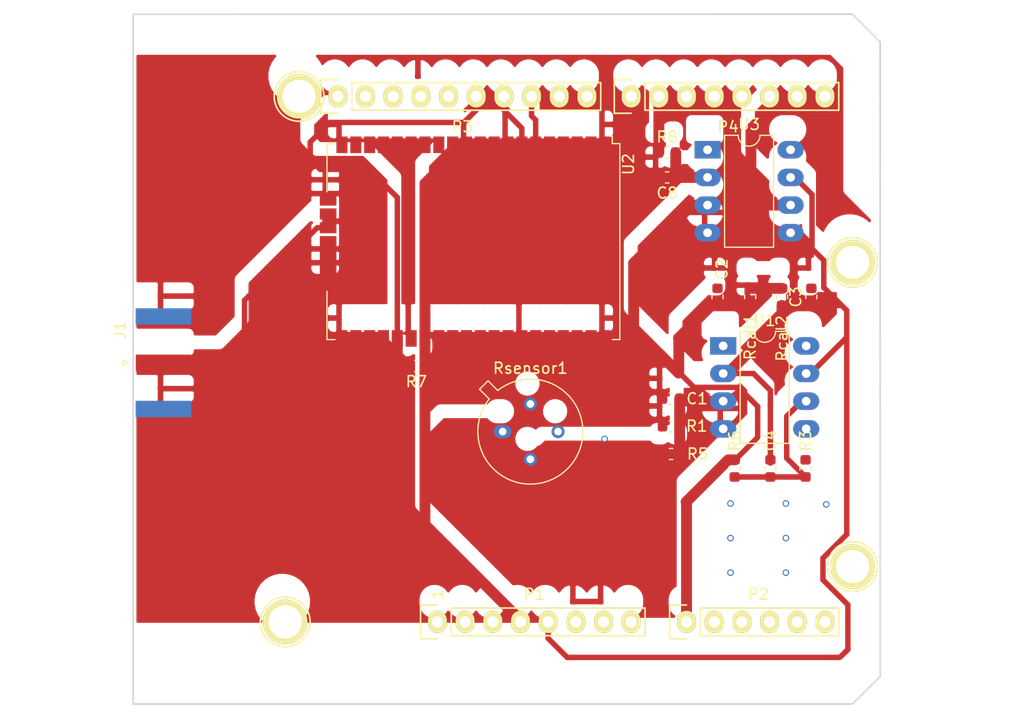
<source format=kicad_pcb>
(kicad_pcb (version 20171130) (host pcbnew "(5.1.4)-1")

  (general
    (thickness 1.6)
    (drawings 18)
    (tracks 149)
    (zones 0)
    (modules 26)
    (nets 75)
  )

  (page A4)
  (title_block
    (date "lun. 30 mars 2015")
  )

  (layers
    (0 F.Cu signal)
    (31 B.Cu signal)
    (32 B.Adhes user)
    (33 F.Adhes user)
    (34 B.Paste user)
    (35 F.Paste user)
    (36 B.SilkS user)
    (37 F.SilkS user)
    (38 B.Mask user)
    (39 F.Mask user)
    (40 Dwgs.User user)
    (41 Cmts.User user)
    (42 Eco1.User user)
    (43 Eco2.User user)
    (44 Edge.Cuts user)
    (45 Margin user)
    (46 B.CrtYd user)
    (47 F.CrtYd user)
    (48 B.Fab user)
    (49 F.Fab user hide)
  )

  (setup
    (last_trace_width 0.5)
    (user_trace_width 0.5)
    (user_trace_width 1)
    (trace_clearance 0.2)
    (zone_clearance 0.508)
    (zone_45_only no)
    (trace_min 0.2)
    (via_size 0.6)
    (via_drill 0.4)
    (via_min_size 0.4)
    (via_min_drill 0.3)
    (uvia_size 0.3)
    (uvia_drill 0.1)
    (uvias_allowed no)
    (uvia_min_size 0.2)
    (uvia_min_drill 0.1)
    (edge_width 0.15)
    (segment_width 0.15)
    (pcb_text_width 0.3)
    (pcb_text_size 1.5 1.5)
    (mod_edge_width 0.15)
    (mod_text_size 1 1)
    (mod_text_width 0.15)
    (pad_size 4.064 4.064)
    (pad_drill 3.048)
    (pad_to_mask_clearance 0)
    (aux_axis_origin 110.998 126.365)
    (visible_elements 7FFFFFFF)
    (pcbplotparams
      (layerselection 0x00030_80000001)
      (usegerberextensions false)
      (usegerberattributes false)
      (usegerberadvancedattributes false)
      (creategerberjobfile false)
      (excludeedgelayer true)
      (linewidth 0.100000)
      (plotframeref false)
      (viasonmask false)
      (mode 1)
      (useauxorigin false)
      (hpglpennumber 1)
      (hpglpenspeed 20)
      (hpglpendiameter 15.000000)
      (psnegative false)
      (psa4output false)
      (plotreference true)
      (plotvalue true)
      (plotinvisibletext false)
      (padsonsilk false)
      (subtractmaskfromsilk false)
      (outputformat 1)
      (mirror false)
      (drillshape 1)
      (scaleselection 1)
      (outputdirectory ""))
  )

  (net 0 "")
  (net 1 /IOREF)
  (net 2 /Reset)
  (net 3 +5V)
  (net 4 GND)
  (net 5 /Vin)
  (net 6 /A1)
  (net 7 /A2)
  (net 8 /A3)
  (net 9 /AREF)
  (net 10 "/A4(SDA)")
  (net 11 "/A5(SCL)")
  (net 12 "/9(**)")
  (net 13 /8)
  (net 14 /7)
  (net 15 "/5(**)")
  (net 16 /4)
  (net 17 "/3(**)")
  (net 18 "/1(Tx)")
  (net 19 "/0(Rx)")
  (net 20 "Net-(P5-Pad1)")
  (net 21 "Net-(P6-Pad1)")
  (net 22 "Net-(P7-Pad1)")
  (net 23 "Net-(P8-Pad1)")
  (net 24 "/13(SCK)")
  (net 25 "Net-(P1-Pad1)")
  (net 26 +3V3)
  (net 27 "Net-(C1-Pad1)")
  (net 28 ANxArduino)
  (net 29 "Net-(C4-Pad1)")
  (net 30 "Net-(C4-Pad2)")
  (net 31 "Net-(R3-Pad1)")
  (net 32 "Net-(R5-Pad1)")
  (net 33 "Net-(Rcal1-Pad2)")
  (net 34 "Net-(U1-Pad1)")
  (net 35 "Net-(U1-Pad5)")
  (net 36 "Net-(U1-Pad8)")
  (net 37 "Net-(U2-Pad2)")
  (net 38 "Net-(U2-Pad3)")
  (net 39 "Net-(U2-Pad4)")
  (net 40 "Net-(U2-Pad5)")
  (net 41 "Net-(U2-Pad9)")
  (net 42 "Net-(U2-Pad10)")
  (net 43 "Net-(U2-Pad13)")
  (net 44 "Net-(U2-Pad14)")
  (net 45 "Net-(U2-Pad15)")
  (net 46 "Net-(U2-Pad16)")
  (net 47 "Net-(U2-Pad17)")
  (net 48 "Net-(U2-Pad18)")
  (net 49 "Net-(U2-Pad19)")
  (net 50 "Net-(U2-Pad25)")
  (net 51 "Net-(U2-Pad29)")
  (net 52 "Net-(U2-Pad30)")
  (net 53 "Net-(U2-Pad31)")
  (net 54 "Net-(U2-Pad35)")
  (net 55 "Net-(U2-Pad36)")
  (net 56 "Net-(U2-Pad37)")
  (net 57 "Net-(U2-Pad38)")
  (net 58 "Net-(U2-Pad39)")
  (net 59 "Net-(U2-Pad40)")
  (net 60 "Net-(U2-Pad42)")
  (net 61 "Net-(U2-Pad43)")
  (net 62 "Net-(U2-Pad44)")
  (net 63 "Net-(U2-Pad45)")
  (net 64 "Net-(U2-Pad46)")
  (net 65 !RST)
  (net 66 RX)
  (net 67 TX)
  (net 68 "Net-(J1-Pad1)")
  (net 69 "Net-(C8-Pad1)")
  (net 70 Vref)
  (net 71 INT)
  (net 72 "Net-(U3-Pad8)")
  (net 73 "Net-(U3-Pad5)")
  (net 74 "Net-(U3-Pad1)")

  (net_class Default "This is the default net class."
    (clearance 0.2)
    (trace_width 0.25)
    (via_dia 0.6)
    (via_drill 0.4)
    (uvia_dia 0.3)
    (uvia_drill 0.1)
    (add_net !RST)
    (add_net +3V3)
    (add_net +5V)
    (add_net "/0(Rx)")
    (add_net "/1(Tx)")
    (add_net "/13(SCK)")
    (add_net "/3(**)")
    (add_net /4)
    (add_net "/5(**)")
    (add_net /7)
    (add_net /8)
    (add_net "/9(**)")
    (add_net /A1)
    (add_net /A2)
    (add_net /A3)
    (add_net "/A4(SDA)")
    (add_net "/A5(SCL)")
    (add_net /AREF)
    (add_net /IOREF)
    (add_net /Reset)
    (add_net /Vin)
    (add_net ANxArduino)
    (add_net GND)
    (add_net INT)
    (add_net "Net-(C1-Pad1)")
    (add_net "Net-(C4-Pad1)")
    (add_net "Net-(C4-Pad2)")
    (add_net "Net-(C8-Pad1)")
    (add_net "Net-(J1-Pad1)")
    (add_net "Net-(P1-Pad1)")
    (add_net "Net-(P5-Pad1)")
    (add_net "Net-(P6-Pad1)")
    (add_net "Net-(P7-Pad1)")
    (add_net "Net-(P8-Pad1)")
    (add_net "Net-(R3-Pad1)")
    (add_net "Net-(R5-Pad1)")
    (add_net "Net-(Rcal1-Pad2)")
    (add_net "Net-(U1-Pad1)")
    (add_net "Net-(U1-Pad5)")
    (add_net "Net-(U1-Pad8)")
    (add_net "Net-(U2-Pad10)")
    (add_net "Net-(U2-Pad13)")
    (add_net "Net-(U2-Pad14)")
    (add_net "Net-(U2-Pad15)")
    (add_net "Net-(U2-Pad16)")
    (add_net "Net-(U2-Pad17)")
    (add_net "Net-(U2-Pad18)")
    (add_net "Net-(U2-Pad19)")
    (add_net "Net-(U2-Pad2)")
    (add_net "Net-(U2-Pad25)")
    (add_net "Net-(U2-Pad29)")
    (add_net "Net-(U2-Pad3)")
    (add_net "Net-(U2-Pad30)")
    (add_net "Net-(U2-Pad31)")
    (add_net "Net-(U2-Pad35)")
    (add_net "Net-(U2-Pad36)")
    (add_net "Net-(U2-Pad37)")
    (add_net "Net-(U2-Pad38)")
    (add_net "Net-(U2-Pad39)")
    (add_net "Net-(U2-Pad4)")
    (add_net "Net-(U2-Pad40)")
    (add_net "Net-(U2-Pad42)")
    (add_net "Net-(U2-Pad43)")
    (add_net "Net-(U2-Pad44)")
    (add_net "Net-(U2-Pad45)")
    (add_net "Net-(U2-Pad46)")
    (add_net "Net-(U2-Pad5)")
    (add_net "Net-(U2-Pad9)")
    (add_net "Net-(U3-Pad1)")
    (add_net "Net-(U3-Pad5)")
    (add_net "Net-(U3-Pad8)")
    (add_net RX)
    (add_net TX)
    (add_net Vref)
  )

  (module Package_DIP:DIP-8_W7.62mm_LongPads (layer F.Cu) (tedit 5A02E8C5) (tstamp 5DD694D2)
    (at 165.4302 100.34524)
    (descr "8-lead though-hole mounted DIP package, row spacing 7.62 mm (300 mils), LongPads")
    (tags "THT DIP DIL PDIP 2.54mm 7.62mm 300mil LongPads")
    (path /5DD28820)
    (fp_text reference U1 (at 3.81 -2.33) (layer F.SilkS)
      (effects (font (size 1 1) (thickness 0.15)))
    )
    (fp_text value LTC1050 (at 3.81 9.95) (layer F.Fab)
      (effects (font (size 1 1) (thickness 0.15)))
    )
    (fp_arc (start 3.81 -1.33) (end 2.81 -1.33) (angle -180) (layer F.SilkS) (width 0.12))
    (fp_line (start 1.635 -1.27) (end 6.985 -1.27) (layer F.Fab) (width 0.1))
    (fp_line (start 6.985 -1.27) (end 6.985 8.89) (layer F.Fab) (width 0.1))
    (fp_line (start 6.985 8.89) (end 0.635 8.89) (layer F.Fab) (width 0.1))
    (fp_line (start 0.635 8.89) (end 0.635 -0.27) (layer F.Fab) (width 0.1))
    (fp_line (start 0.635 -0.27) (end 1.635 -1.27) (layer F.Fab) (width 0.1))
    (fp_line (start 2.81 -1.33) (end 1.56 -1.33) (layer F.SilkS) (width 0.12))
    (fp_line (start 1.56 -1.33) (end 1.56 8.95) (layer F.SilkS) (width 0.12))
    (fp_line (start 1.56 8.95) (end 6.06 8.95) (layer F.SilkS) (width 0.12))
    (fp_line (start 6.06 8.95) (end 6.06 -1.33) (layer F.SilkS) (width 0.12))
    (fp_line (start 6.06 -1.33) (end 4.81 -1.33) (layer F.SilkS) (width 0.12))
    (fp_line (start -1.45 -1.55) (end -1.45 9.15) (layer F.CrtYd) (width 0.05))
    (fp_line (start -1.45 9.15) (end 9.1 9.15) (layer F.CrtYd) (width 0.05))
    (fp_line (start 9.1 9.15) (end 9.1 -1.55) (layer F.CrtYd) (width 0.05))
    (fp_line (start 9.1 -1.55) (end -1.45 -1.55) (layer F.CrtYd) (width 0.05))
    (fp_text user %R (at 3.81 3.81) (layer F.Fab)
      (effects (font (size 1 1) (thickness 0.15)))
    )
    (pad 1 thru_hole rect (at 0 0) (size 2.4 1.6) (drill 0.8) (layers *.Cu *.Mask)
      (net 34 "Net-(U1-Pad1)"))
    (pad 5 thru_hole oval (at 7.62 7.62) (size 2.4 1.6) (drill 0.8) (layers *.Cu *.Mask)
      (net 35 "Net-(U1-Pad5)"))
    (pad 2 thru_hole oval (at 0 2.54) (size 2.4 1.6) (drill 0.8) (layers *.Cu *.Mask)
      (net 29 "Net-(C4-Pad1)"))
    (pad 6 thru_hole oval (at 7.62 5.08) (size 2.4 1.6) (drill 0.8) (layers *.Cu *.Mask)
      (net 30 "Net-(C4-Pad2)"))
    (pad 3 thru_hole oval (at 0 5.08) (size 2.4 1.6) (drill 0.8) (layers *.Cu *.Mask)
      (net 27 "Net-(C1-Pad1)"))
    (pad 7 thru_hole oval (at 7.62 2.54) (size 2.4 1.6) (drill 0.8) (layers *.Cu *.Mask)
      (net 3 +5V))
    (pad 4 thru_hole oval (at 0 7.62) (size 2.4 1.6) (drill 0.8) (layers *.Cu *.Mask)
      (net 4 GND))
    (pad 8 thru_hole oval (at 7.62 0) (size 2.4 1.6) (drill 0.8) (layers *.Cu *.Mask)
      (net 36 "Net-(U1-Pad8)"))
    (model ${KISYS3DMOD}/Package_DIP.3dshapes/DIP-8_W7.62mm.wrl
      (at (xyz 0 0 0))
      (scale (xyz 1 1 1))
      (rotate (xyz 0 0 0))
    )
  )

  (module Resistor_SMD:R_0603_1608Metric (layer F.Cu) (tedit 5B301BBD) (tstamp 5DD69335)
    (at 166.48684 111.59744 270)
    (descr "Resistor SMD 0603 (1608 Metric), square (rectangular) end terminal, IPC_7351 nominal, (Body size source: http://www.tortai-tech.com/upload/download/2011102023233369053.pdf), generated with kicad-footprint-generator")
    (tags resistor)
    (path /5DD3BE7D)
    (attr smd)
    (fp_text reference R6 (at -2.54 0 90) (layer F.SilkS)
      (effects (font (size 1 1) (thickness 0.15)))
    )
    (fp_text value 1K (at 0 1.43 90) (layer F.Fab)
      (effects (font (size 1 1) (thickness 0.15)))
    )
    (fp_text user %R (at 0 0 90) (layer F.Fab)
      (effects (font (size 0.4 0.4) (thickness 0.06)))
    )
    (fp_line (start 1.48 0.73) (end -1.48 0.73) (layer F.CrtYd) (width 0.05))
    (fp_line (start 1.48 -0.73) (end 1.48 0.73) (layer F.CrtYd) (width 0.05))
    (fp_line (start -1.48 -0.73) (end 1.48 -0.73) (layer F.CrtYd) (width 0.05))
    (fp_line (start -1.48 0.73) (end -1.48 -0.73) (layer F.CrtYd) (width 0.05))
    (fp_line (start -0.162779 0.51) (end 0.162779 0.51) (layer F.SilkS) (width 0.12))
    (fp_line (start -0.162779 -0.51) (end 0.162779 -0.51) (layer F.SilkS) (width 0.12))
    (fp_line (start 0.8 0.4) (end -0.8 0.4) (layer F.Fab) (width 0.1))
    (fp_line (start 0.8 -0.4) (end 0.8 0.4) (layer F.Fab) (width 0.1))
    (fp_line (start -0.8 -0.4) (end 0.8 -0.4) (layer F.Fab) (width 0.1))
    (fp_line (start -0.8 0.4) (end -0.8 -0.4) (layer F.Fab) (width 0.1))
    (pad 2 smd roundrect (at 0.7875 0 270) (size 0.875 0.95) (layers F.Cu F.Paste F.Mask) (roundrect_rratio 0.25)
      (net 30 "Net-(C4-Pad2)"))
    (pad 1 smd roundrect (at -0.7875 0 270) (size 0.875 0.95) (layers F.Cu F.Paste F.Mask) (roundrect_rratio 0.25)
      (net 28 ANxArduino))
    (model ${KISYS3DMOD}/Resistor_SMD.3dshapes/R_0603_1608Metric.wrl
      (at (xyz 0 0 0))
      (scale (xyz 1 1 1))
      (rotate (xyz 0 0 0))
    )
  )

  (module RF_Module:RN2483 (layer F.Cu) (tedit 5A030172) (tstamp 5DD6942F)
    (at 142.50924 90.76944 270)
    (descr "Low-Power Long Range LoRa Transceiver Module")
    (tags "rf module lora lorawan")
    (path /5DD42B50)
    (attr smd)
    (fp_text reference U2 (at -7.112 -14.224 90) (layer F.SilkS)
      (effects (font (size 1 1) (thickness 0.15)))
    )
    (fp_text value RN2483 (at 0 0 90) (layer F.Fab)
      (effects (font (size 1 1) (thickness 0.15)))
    )
    (fp_line (start -7.89 -13.335) (end 8.89 -13.335) (layer F.Fab) (width 0.1))
    (fp_line (start 8.89 -13.335) (end 8.89 13.335) (layer F.Fab) (width 0.1))
    (fp_line (start 8.89 13.335) (end -8.89 13.335) (layer F.Fab) (width 0.1))
    (fp_line (start -8.89 13.335) (end -8.89 -12.335) (layer F.Fab) (width 0.1))
    (fp_line (start -9.9 -13.59) (end 9.9 -13.59) (layer F.CrtYd) (width 0.05))
    (fp_line (start 9.9 -13.59) (end 9.9 14.35) (layer F.CrtYd) (width 0.05))
    (fp_line (start 9.9 14.35) (end -9.9 14.35) (layer F.CrtYd) (width 0.05))
    (fp_line (start -9.9 14.35) (end -9.9 -13.59) (layer F.CrtYd) (width 0.05))
    (fp_line (start -9 -12.75) (end -9 -13.44) (layer F.SilkS) (width 0.12))
    (fp_line (start -9 -13.44) (end 9 -13.44) (layer F.SilkS) (width 0.12))
    (fp_line (start 9 -13.44) (end 9 -12.75) (layer F.SilkS) (width 0.12))
    (fp_line (start -9 12.7) (end -9 13.44) (layer F.SilkS) (width 0.12))
    (fp_line (start -9 13.44) (end -4.572 13.44) (layer F.SilkS) (width 0.12))
    (fp_line (start 4.572 13.44) (end 9 13.44) (layer F.SilkS) (width 0.12))
    (fp_line (start 9 13.44) (end 9 12.7) (layer F.SilkS) (width 0.12))
    (fp_line (start -9 -12.75) (end -9.652 -12.75) (layer F.SilkS) (width 0.12))
    (fp_line (start -7.89 -13.335) (end -8.89 -12.335) (layer F.Fab) (width 0.1))
    (fp_text user %R (at -5.588 -11.684 90) (layer F.Fab)
      (effects (font (size 1 1) (thickness 0.15)))
    )
    (pad 1 smd rect (at -8.89 -12.065 270) (size 1.524 1.016) (layers F.Cu F.Paste F.Mask)
      (net 4 GND))
    (pad 2 smd rect (at -8.89 -10.795 270) (size 1.524 1.016) (layers F.Cu F.Paste F.Mask)
      (net 37 "Net-(U2-Pad2)"))
    (pad 3 smd rect (at -8.89 -9.525 270) (size 1.524 1.016) (layers F.Cu F.Paste F.Mask)
      (net 38 "Net-(U2-Pad3)"))
    (pad 4 smd rect (at -8.89 -8.255 270) (size 1.524 1.016) (layers F.Cu F.Paste F.Mask)
      (net 39 "Net-(U2-Pad4)"))
    (pad 5 smd rect (at -8.89 -6.985 270) (size 1.524 1.016) (layers F.Cu F.Paste F.Mask)
      (net 40 "Net-(U2-Pad5)"))
    (pad 6 smd rect (at -8.89 -5.715 270) (size 1.524 1.016) (layers F.Cu F.Paste F.Mask)
      (net 67 TX))
    (pad 7 smd rect (at -8.89 -4.445 270) (size 1.524 1.016) (layers F.Cu F.Paste F.Mask)
      (net 66 RX))
    (pad 8 smd rect (at -8.89 -3.175 270) (size 1.524 1.016) (layers F.Cu F.Paste F.Mask)
      (net 4 GND))
    (pad 9 smd rect (at -8.89 -1.905 270) (size 1.524 1.016) (layers F.Cu F.Paste F.Mask)
      (net 41 "Net-(U2-Pad9)"))
    (pad 10 smd rect (at -8.89 -0.635 270) (size 1.524 1.016) (layers F.Cu F.Paste F.Mask)
      (net 42 "Net-(U2-Pad10)"))
    (pad 11 smd rect (at -8.89 0.635 270) (size 1.524 1.016) (layers F.Cu F.Paste F.Mask)
      (net 4 GND))
    (pad 12 smd rect (at -8.89 1.905 270) (size 1.524 1.016) (layers F.Cu F.Paste F.Mask)
      (net 26 +3V3))
    (pad 13 smd rect (at -8.89 3.175 270) (size 1.524 1.016) (layers F.Cu F.Paste F.Mask)
      (net 43 "Net-(U2-Pad13)"))
    (pad 14 smd rect (at -8.89 4.445 270) (size 1.524 1.016) (layers F.Cu F.Paste F.Mask)
      (net 44 "Net-(U2-Pad14)"))
    (pad 15 smd rect (at -8.89 5.715 270) (size 1.524 1.016) (layers F.Cu F.Paste F.Mask)
      (net 45 "Net-(U2-Pad15)"))
    (pad 16 smd rect (at -8.89 6.985 270) (size 1.524 1.016) (layers F.Cu F.Paste F.Mask)
      (net 46 "Net-(U2-Pad16)"))
    (pad 17 smd rect (at -8.89 8.255 270) (size 1.524 1.016) (layers F.Cu F.Paste F.Mask)
      (net 47 "Net-(U2-Pad17)"))
    (pad 18 smd rect (at -8.89 9.525 270) (size 1.524 1.016) (layers F.Cu F.Paste F.Mask)
      (net 48 "Net-(U2-Pad18)"))
    (pad 19 smd rect (at -8.89 10.795 270) (size 1.524 1.016) (layers F.Cu F.Paste F.Mask)
      (net 49 "Net-(U2-Pad19)"))
    (pad 20 smd rect (at -8.89 12.065 270) (size 1.524 1.016) (layers F.Cu F.Paste F.Mask)
      (net 4 GND))
    (pad 21 smd rect (at -3.81 13.335) (size 1.524 1.016) (layers F.Cu F.Paste F.Mask)
      (net 4 GND))
    (pad 22 smd rect (at -2.54 13.335) (size 1.524 1.016) (layers F.Cu F.Paste F.Mask)
      (net 4 GND))
    (pad 23 smd rect (at -1.27 13.335) (size 1.524 1.016) (layers F.Cu F.Paste F.Mask)
      (net 68 "Net-(J1-Pad1)"))
    (pad 24 smd rect (at 0 13.335) (size 1.524 1.016) (layers F.Cu F.Paste F.Mask)
      (net 4 GND))
    (pad 25 smd rect (at 1.27 13.335) (size 1.524 1.016) (layers F.Cu F.Paste F.Mask)
      (net 50 "Net-(U2-Pad25)"))
    (pad 26 smd rect (at 2.54 13.335) (size 1.524 1.016) (layers F.Cu F.Paste F.Mask)
      (net 4 GND))
    (pad 27 smd rect (at 3.81 13.335) (size 1.524 1.016) (layers F.Cu F.Paste F.Mask)
      (net 4 GND))
    (pad 28 smd rect (at 8.89 12.065 270) (size 1.524 1.016) (layers F.Cu F.Paste F.Mask)
      (net 4 GND))
    (pad 29 smd rect (at 8.89 10.795 270) (size 1.524 1.016) (layers F.Cu F.Paste F.Mask)
      (net 51 "Net-(U2-Pad29)"))
    (pad 30 smd rect (at 8.89 9.525 270) (size 1.524 1.016) (layers F.Cu F.Paste F.Mask)
      (net 52 "Net-(U2-Pad30)"))
    (pad 31 smd rect (at 8.89 8.255 270) (size 1.524 1.016) (layers F.Cu F.Paste F.Mask)
      (net 53 "Net-(U2-Pad31)"))
    (pad 32 smd rect (at 8.89 6.985 270) (size 1.524 1.016) (layers F.Cu F.Paste F.Mask)
      (net 65 !RST))
    (pad 33 smd rect (at 8.89 5.715 270) (size 1.524 1.016) (layers F.Cu F.Paste F.Mask)
      (net 4 GND))
    (pad 34 smd rect (at 8.89 4.445 270) (size 1.524 1.016) (layers F.Cu F.Paste F.Mask)
      (net 26 +3V3))
    (pad 35 smd rect (at 8.89 3.175 270) (size 1.524 1.016) (layers F.Cu F.Paste F.Mask)
      (net 54 "Net-(U2-Pad35)"))
    (pad 36 smd rect (at 8.89 1.905 270) (size 1.524 1.016) (layers F.Cu F.Paste F.Mask)
      (net 55 "Net-(U2-Pad36)"))
    (pad 37 smd rect (at 8.89 0.635 270) (size 1.524 1.016) (layers F.Cu F.Paste F.Mask)
      (net 56 "Net-(U2-Pad37)"))
    (pad 38 smd rect (at 8.89 -0.635 270) (size 1.524 1.016) (layers F.Cu F.Paste F.Mask)
      (net 57 "Net-(U2-Pad38)"))
    (pad 39 smd rect (at 8.89 -1.905 270) (size 1.524 1.016) (layers F.Cu F.Paste F.Mask)
      (net 58 "Net-(U2-Pad39)"))
    (pad 40 smd rect (at 8.89 -3.175 270) (size 1.524 1.016) (layers F.Cu F.Paste F.Mask)
      (net 59 "Net-(U2-Pad40)"))
    (pad 41 smd rect (at 8.89 -4.445 270) (size 1.524 1.016) (layers F.Cu F.Paste F.Mask)
      (net 4 GND))
    (pad 42 smd rect (at 8.89 -5.715 270) (size 1.524 1.016) (layers F.Cu F.Paste F.Mask)
      (net 60 "Net-(U2-Pad42)"))
    (pad 43 smd rect (at 8.89 -6.985 270) (size 1.524 1.016) (layers F.Cu F.Paste F.Mask)
      (net 61 "Net-(U2-Pad43)"))
    (pad 44 smd rect (at 8.89 -8.255 270) (size 1.524 1.016) (layers F.Cu F.Paste F.Mask)
      (net 62 "Net-(U2-Pad44)"))
    (pad 45 smd rect (at 8.89 -9.525 270) (size 1.524 1.016) (layers F.Cu F.Paste F.Mask)
      (net 63 "Net-(U2-Pad45)"))
    (pad 46 smd rect (at 8.89 -10.795 270) (size 1.524 1.016) (layers F.Cu F.Paste F.Mask)
      (net 64 "Net-(U2-Pad46)"))
    (pad 47 smd rect (at 8.89 -12.065 270) (size 1.524 1.016) (layers F.Cu F.Paste F.Mask)
      (net 4 GND))
    (model ${KISYS3DMOD}/RF_Module.3dshapes/RN2483.wrl
      (at (xyz 0 0 0))
      (scale (xyz 1 1 1))
      (rotate (xyz 0 0 0))
    )
  )

  (module Connector_Coaxial:SMA_Amphenol_132289_EdgeMount (layer F.Cu) (tedit 5A1C1810) (tstamp 5DD693A7)
    (at 114.06124 101.89464)
    (descr http://www.amphenolrf.com/132289.html)
    (tags SMA)
    (path /5DE68E81)
    (attr smd)
    (fp_text reference J1 (at -3.96 -3 90) (layer F.SilkS)
      (effects (font (size 1 1) (thickness 0.15)))
    )
    (fp_text value Conn_Coaxial (at 5 6) (layer F.Fab)
      (effects (font (size 1 1) (thickness 0.15)))
    )
    (fp_line (start -1.91 5.08) (end 4.445 5.08) (layer F.Fab) (width 0.1))
    (fp_line (start -1.91 3.81) (end -1.91 5.08) (layer F.Fab) (width 0.1))
    (fp_line (start 2.54 3.81) (end -1.91 3.81) (layer F.Fab) (width 0.1))
    (fp_line (start 2.54 -3.81) (end 2.54 3.81) (layer F.Fab) (width 0.1))
    (fp_line (start -1.91 -3.81) (end 2.54 -3.81) (layer F.Fab) (width 0.1))
    (fp_line (start -1.91 -5.08) (end -1.91 -3.81) (layer F.Fab) (width 0.1))
    (fp_line (start -1.91 -5.08) (end 4.445 -5.08) (layer F.Fab) (width 0.1))
    (fp_line (start 4.445 -3.81) (end 4.445 -5.08) (layer F.Fab) (width 0.1))
    (fp_line (start 4.445 5.08) (end 4.445 3.81) (layer F.Fab) (width 0.1))
    (fp_line (start 13.97 3.81) (end 4.445 3.81) (layer F.Fab) (width 0.1))
    (fp_line (start 13.97 -3.81) (end 13.97 3.81) (layer F.Fab) (width 0.1))
    (fp_line (start 4.445 -3.81) (end 13.97 -3.81) (layer F.Fab) (width 0.1))
    (fp_line (start -3.04 5.58) (end -3.04 -5.58) (layer B.CrtYd) (width 0.05))
    (fp_line (start 14.47 5.58) (end -3.04 5.58) (layer B.CrtYd) (width 0.05))
    (fp_line (start 14.47 -5.58) (end 14.47 5.58) (layer B.CrtYd) (width 0.05))
    (fp_line (start 14.47 -5.58) (end -3.04 -5.58) (layer B.CrtYd) (width 0.05))
    (fp_line (start -3.04 5.58) (end -3.04 -5.58) (layer F.CrtYd) (width 0.05))
    (fp_line (start 14.47 5.58) (end -3.04 5.58) (layer F.CrtYd) (width 0.05))
    (fp_line (start 14.47 -5.58) (end 14.47 5.58) (layer F.CrtYd) (width 0.05))
    (fp_line (start 14.47 -5.58) (end -3.04 -5.58) (layer F.CrtYd) (width 0.05))
    (fp_text user %R (at 4.79 0 270) (layer F.Fab)
      (effects (font (size 1 1) (thickness 0.15)))
    )
    (fp_line (start 2.54 -0.75) (end 3.54 0) (layer F.Fab) (width 0.1))
    (fp_line (start 3.54 0) (end 2.54 0.75) (layer F.Fab) (width 0.1))
    (fp_line (start -3.21 0) (end -3.71 -0.25) (layer F.SilkS) (width 0.12))
    (fp_line (start -3.71 -0.25) (end -3.71 0.25) (layer F.SilkS) (width 0.12))
    (fp_line (start -3.71 0.25) (end -3.21 0) (layer F.SilkS) (width 0.12))
    (pad 1 smd rect (at 0 0 90) (size 1.5 5.08) (layers F.Cu F.Paste F.Mask)
      (net 68 "Net-(J1-Pad1)"))
    (pad 2 smd rect (at 0 -4.25 90) (size 1.5 5.08) (layers F.Cu F.Paste F.Mask)
      (net 4 GND))
    (pad 2 smd rect (at 0 4.25 90) (size 1.5 5.08) (layers F.Cu F.Paste F.Mask)
      (net 4 GND))
    (pad 2 smd rect (at 0 -4.25 90) (size 1.5 5.08) (layers B.Cu B.Paste B.Mask)
      (net 4 GND))
    (pad 2 smd rect (at 0 4.25 90) (size 1.5 5.08) (layers B.Cu B.Paste B.Mask)
      (net 4 GND))
    (model ${KISYS3DMOD}/Connector_Coaxial.3dshapes/SMA_Amphenol_132289_EdgeMount.wrl
      (at (xyz 0 0 0))
      (scale (xyz 1 1 1))
      (rotate (xyz 0 0 0))
    )
  )

  (module Package_DIP:DIP-8_W7.62mm_LongPads (layer F.Cu) (tedit 5A02E8C5) (tstamp 5DD69187)
    (at 163.99764 82.33664)
    (descr "8-lead though-hole mounted DIP package, row spacing 7.62 mm (300 mils), LongPads")
    (tags "THT DIP DIL PDIP 2.54mm 7.62mm 300mil LongPads")
    (path /5DD54EF5)
    (fp_text reference U3 (at 3.81 -2.33) (layer F.SilkS)
      (effects (font (size 1 1) (thickness 0.15)))
    )
    (fp_text value LTC1050 (at 3.81 9.95) (layer F.Fab)
      (effects (font (size 1 1) (thickness 0.15)))
    )
    (fp_text user %R (at 3.81 3.81) (layer F.Fab)
      (effects (font (size 1 1) (thickness 0.15)))
    )
    (fp_line (start 9.1 -1.55) (end -1.45 -1.55) (layer F.CrtYd) (width 0.05))
    (fp_line (start 9.1 9.15) (end 9.1 -1.55) (layer F.CrtYd) (width 0.05))
    (fp_line (start -1.45 9.15) (end 9.1 9.15) (layer F.CrtYd) (width 0.05))
    (fp_line (start -1.45 -1.55) (end -1.45 9.15) (layer F.CrtYd) (width 0.05))
    (fp_line (start 6.06 -1.33) (end 4.81 -1.33) (layer F.SilkS) (width 0.12))
    (fp_line (start 6.06 8.95) (end 6.06 -1.33) (layer F.SilkS) (width 0.12))
    (fp_line (start 1.56 8.95) (end 6.06 8.95) (layer F.SilkS) (width 0.12))
    (fp_line (start 1.56 -1.33) (end 1.56 8.95) (layer F.SilkS) (width 0.12))
    (fp_line (start 2.81 -1.33) (end 1.56 -1.33) (layer F.SilkS) (width 0.12))
    (fp_line (start 0.635 -0.27) (end 1.635 -1.27) (layer F.Fab) (width 0.1))
    (fp_line (start 0.635 8.89) (end 0.635 -0.27) (layer F.Fab) (width 0.1))
    (fp_line (start 6.985 8.89) (end 0.635 8.89) (layer F.Fab) (width 0.1))
    (fp_line (start 6.985 -1.27) (end 6.985 8.89) (layer F.Fab) (width 0.1))
    (fp_line (start 1.635 -1.27) (end 6.985 -1.27) (layer F.Fab) (width 0.1))
    (fp_arc (start 3.81 -1.33) (end 2.81 -1.33) (angle -180) (layer F.SilkS) (width 0.12))
    (pad 8 thru_hole oval (at 7.62 0) (size 2.4 1.6) (drill 0.8) (layers *.Cu *.Mask)
      (net 72 "Net-(U3-Pad8)"))
    (pad 4 thru_hole oval (at 0 7.62) (size 2.4 1.6) (drill 0.8) (layers *.Cu *.Mask)
      (net 4 GND))
    (pad 7 thru_hole oval (at 7.62 2.54) (size 2.4 1.6) (drill 0.8) (layers *.Cu *.Mask)
      (net 3 +5V))
    (pad 3 thru_hole oval (at 0 5.08) (size 2.4 1.6) (drill 0.8) (layers *.Cu *.Mask)
      (net 28 ANxArduino))
    (pad 6 thru_hole oval (at 7.62 5.08) (size 2.4 1.6) (drill 0.8) (layers *.Cu *.Mask)
      (net 71 INT))
    (pad 2 thru_hole oval (at 0 2.54) (size 2.4 1.6) (drill 0.8) (layers *.Cu *.Mask)
      (net 69 "Net-(C8-Pad1)"))
    (pad 5 thru_hole oval (at 7.62 7.62) (size 2.4 1.6) (drill 0.8) (layers *.Cu *.Mask)
      (net 73 "Net-(U3-Pad5)"))
    (pad 1 thru_hole rect (at 0 0) (size 2.4 1.6) (drill 0.8) (layers *.Cu *.Mask)
      (net 74 "Net-(U3-Pad1)"))
    (model ${KISYS3DMOD}/Package_DIP.3dshapes/DIP-8_W7.62mm.wrl
      (at (xyz 0 0 0))
      (scale (xyz 1 1 1))
      (rotate (xyz 0 0 0))
    )
  )

  (module Resistor_SMD:R_0603_1608Metric (layer F.Cu) (tedit 5B301BBD) (tstamp 5DD69287)
    (at 160.28924 82.59064)
    (descr "Resistor SMD 0603 (1608 Metric), square (rectangular) end terminal, IPC_7351 nominal, (Body size source: http://www.tortai-tech.com/upload/download/2011102023233369053.pdf), generated with kicad-footprint-generator")
    (tags resistor)
    (path /5DD5B461)
    (attr smd)
    (fp_text reference R8 (at 0 -1.43) (layer F.SilkS)
      (effects (font (size 1 1) (thickness 0.15)))
    )
    (fp_text value 100K (at 0 1.43) (layer F.Fab)
      (effects (font (size 1 1) (thickness 0.15)))
    )
    (fp_text user %R (at 0 0) (layer F.Fab)
      (effects (font (size 0.4 0.4) (thickness 0.06)))
    )
    (fp_line (start 1.48 0.73) (end -1.48 0.73) (layer F.CrtYd) (width 0.05))
    (fp_line (start 1.48 -0.73) (end 1.48 0.73) (layer F.CrtYd) (width 0.05))
    (fp_line (start -1.48 -0.73) (end 1.48 -0.73) (layer F.CrtYd) (width 0.05))
    (fp_line (start -1.48 0.73) (end -1.48 -0.73) (layer F.CrtYd) (width 0.05))
    (fp_line (start -0.162779 0.51) (end 0.162779 0.51) (layer F.SilkS) (width 0.12))
    (fp_line (start -0.162779 -0.51) (end 0.162779 -0.51) (layer F.SilkS) (width 0.12))
    (fp_line (start 0.8 0.4) (end -0.8 0.4) (layer F.Fab) (width 0.1))
    (fp_line (start 0.8 -0.4) (end 0.8 0.4) (layer F.Fab) (width 0.1))
    (fp_line (start -0.8 -0.4) (end 0.8 -0.4) (layer F.Fab) (width 0.1))
    (fp_line (start -0.8 0.4) (end -0.8 -0.4) (layer F.Fab) (width 0.1))
    (pad 2 smd roundrect (at 0.7875 0) (size 0.875 0.95) (layers F.Cu F.Paste F.Mask) (roundrect_rratio 0.25)
      (net 69 "Net-(C8-Pad1)"))
    (pad 1 smd roundrect (at -0.7875 0) (size 0.875 0.95) (layers F.Cu F.Paste F.Mask) (roundrect_rratio 0.25)
      (net 70 Vref))
    (model ${KISYS3DMOD}/Resistor_SMD.3dshapes/R_0603_1608Metric.wrl
      (at (xyz 0 0 0))
      (scale (xyz 1 1 1))
      (rotate (xyz 0 0 0))
    )
  )

  (module Capacitor_SMD:C_0603_1608Metric (layer F.Cu) (tedit 5B301BBE) (tstamp 5DD69365)
    (at 160.28924 84.87664 180)
    (descr "Capacitor SMD 0603 (1608 Metric), square (rectangular) end terminal, IPC_7351 nominal, (Body size source: http://www.tortai-tech.com/upload/download/2011102023233369053.pdf), generated with kicad-footprint-generator")
    (tags capacitor)
    (path /5DD5B467)
    (attr smd)
    (fp_text reference C8 (at 0 -1.43) (layer F.SilkS)
      (effects (font (size 1 1) (thickness 0.15)))
    )
    (fp_text value 0,1u (at 0 1.43) (layer F.Fab)
      (effects (font (size 1 1) (thickness 0.15)))
    )
    (fp_text user %R (at 0 0) (layer F.Fab)
      (effects (font (size 0.4 0.4) (thickness 0.06)))
    )
    (fp_line (start 1.48 0.73) (end -1.48 0.73) (layer F.CrtYd) (width 0.05))
    (fp_line (start 1.48 -0.73) (end 1.48 0.73) (layer F.CrtYd) (width 0.05))
    (fp_line (start -1.48 -0.73) (end 1.48 -0.73) (layer F.CrtYd) (width 0.05))
    (fp_line (start -1.48 0.73) (end -1.48 -0.73) (layer F.CrtYd) (width 0.05))
    (fp_line (start -0.162779 0.51) (end 0.162779 0.51) (layer F.SilkS) (width 0.12))
    (fp_line (start -0.162779 -0.51) (end 0.162779 -0.51) (layer F.SilkS) (width 0.12))
    (fp_line (start 0.8 0.4) (end -0.8 0.4) (layer F.Fab) (width 0.1))
    (fp_line (start 0.8 -0.4) (end 0.8 0.4) (layer F.Fab) (width 0.1))
    (fp_line (start -0.8 -0.4) (end 0.8 -0.4) (layer F.Fab) (width 0.1))
    (fp_line (start -0.8 0.4) (end -0.8 -0.4) (layer F.Fab) (width 0.1))
    (pad 2 smd roundrect (at 0.7875 0 180) (size 0.875 0.95) (layers F.Cu F.Paste F.Mask) (roundrect_rratio 0.25)
      (net 4 GND))
    (pad 1 smd roundrect (at -0.7875 0 180) (size 0.875 0.95) (layers F.Cu F.Paste F.Mask) (roundrect_rratio 0.25)
      (net 69 "Net-(C8-Pad1)"))
    (model ${KISYS3DMOD}/Capacitor_SMD.3dshapes/C_0603_1608Metric.wrl
      (at (xyz 0 0 0))
      (scale (xyz 1 1 1))
      (rotate (xyz 0 0 0))
    )
  )

  (module Resistor_SMD:R_0603_1608Metric (layer F.Cu) (tedit 5B301BBD) (tstamp 5DD691CD)
    (at 137.27176 102.19436 180)
    (descr "Resistor SMD 0603 (1608 Metric), square (rectangular) end terminal, IPC_7351 nominal, (Body size source: http://www.tortai-tech.com/upload/download/2011102023233369053.pdf), generated with kicad-footprint-generator")
    (tags resistor)
    (path /5DD4A1A3)
    (attr smd)
    (fp_text reference R7 (at 0 -1.43) (layer F.SilkS)
      (effects (font (size 1 1) (thickness 0.15)))
    )
    (fp_text value 10K (at 0 1.43) (layer F.Fab)
      (effects (font (size 1 1) (thickness 0.15)))
    )
    (fp_text user %R (at 0 0) (layer F.Fab)
      (effects (font (size 0.4 0.4) (thickness 0.06)))
    )
    (fp_line (start 1.48 0.73) (end -1.48 0.73) (layer F.CrtYd) (width 0.05))
    (fp_line (start 1.48 -0.73) (end 1.48 0.73) (layer F.CrtYd) (width 0.05))
    (fp_line (start -1.48 -0.73) (end 1.48 -0.73) (layer F.CrtYd) (width 0.05))
    (fp_line (start -1.48 0.73) (end -1.48 -0.73) (layer F.CrtYd) (width 0.05))
    (fp_line (start -0.162779 0.51) (end 0.162779 0.51) (layer F.SilkS) (width 0.12))
    (fp_line (start -0.162779 -0.51) (end 0.162779 -0.51) (layer F.SilkS) (width 0.12))
    (fp_line (start 0.8 0.4) (end -0.8 0.4) (layer F.Fab) (width 0.1))
    (fp_line (start 0.8 -0.4) (end 0.8 0.4) (layer F.Fab) (width 0.1))
    (fp_line (start -0.8 -0.4) (end 0.8 -0.4) (layer F.Fab) (width 0.1))
    (fp_line (start -0.8 0.4) (end -0.8 -0.4) (layer F.Fab) (width 0.1))
    (pad 2 smd roundrect (at 0.7875 0 180) (size 0.875 0.95) (layers F.Cu F.Paste F.Mask) (roundrect_rratio 0.25)
      (net 65 !RST))
    (pad 1 smd roundrect (at -0.7875 0 180) (size 0.875 0.95) (layers F.Cu F.Paste F.Mask) (roundrect_rratio 0.25)
      (net 26 +3V3))
    (model ${KISYS3DMOD}/Resistor_SMD.3dshapes/R_0603_1608Metric.wrl
      (at (xyz 0 0 0))
      (scale (xyz 1 1 1))
      (rotate (xyz 0 0 0))
    )
  )

  (module Socket_Arduino_Uno:Socket_Strip_Arduino_1x08 locked (layer F.Cu) (tedit 552168D2) (tstamp 5DD692F9)
    (at 139.20724 125.69444)
    (descr "Through hole socket strip")
    (tags "socket strip")
    (path /56D70129)
    (fp_text reference P1 (at 8.89 -2.54) (layer F.SilkS)
      (effects (font (size 1 1) (thickness 0.15)))
    )
    (fp_text value Power (at 8.89 -4.064) (layer F.Fab)
      (effects (font (size 1 1) (thickness 0.15)))
    )
    (fp_line (start -1.75 -1.75) (end -1.75 1.75) (layer F.CrtYd) (width 0.05))
    (fp_line (start 19.55 -1.75) (end 19.55 1.75) (layer F.CrtYd) (width 0.05))
    (fp_line (start -1.75 -1.75) (end 19.55 -1.75) (layer F.CrtYd) (width 0.05))
    (fp_line (start -1.75 1.75) (end 19.55 1.75) (layer F.CrtYd) (width 0.05))
    (fp_line (start 1.27 1.27) (end 19.05 1.27) (layer F.SilkS) (width 0.15))
    (fp_line (start 19.05 1.27) (end 19.05 -1.27) (layer F.SilkS) (width 0.15))
    (fp_line (start 19.05 -1.27) (end 1.27 -1.27) (layer F.SilkS) (width 0.15))
    (fp_line (start -1.55 1.55) (end 0 1.55) (layer F.SilkS) (width 0.15))
    (fp_line (start 1.27 1.27) (end 1.27 -1.27) (layer F.SilkS) (width 0.15))
    (fp_line (start 0 -1.55) (end -1.55 -1.55) (layer F.SilkS) (width 0.15))
    (fp_line (start -1.55 -1.55) (end -1.55 1.55) (layer F.SilkS) (width 0.15))
    (pad 1 thru_hole oval (at 0 0) (size 1.7272 2.032) (drill 1.016) (layers *.Cu *.Mask F.SilkS)
      (net 25 "Net-(P1-Pad1)"))
    (pad 2 thru_hole oval (at 2.54 0) (size 1.7272 2.032) (drill 1.016) (layers *.Cu *.Mask F.SilkS)
      (net 1 /IOREF))
    (pad 3 thru_hole oval (at 5.08 0) (size 1.7272 2.032) (drill 1.016) (layers *.Cu *.Mask F.SilkS)
      (net 2 /Reset))
    (pad 4 thru_hole oval (at 7.62 0) (size 1.7272 2.032) (drill 1.016) (layers *.Cu *.Mask F.SilkS)
      (net 26 +3V3))
    (pad 5 thru_hole oval (at 10.16 0) (size 1.7272 2.032) (drill 1.016) (layers *.Cu *.Mask F.SilkS)
      (net 3 +5V))
    (pad 6 thru_hole oval (at 12.7 0) (size 1.7272 2.032) (drill 1.016) (layers *.Cu *.Mask F.SilkS)
      (net 4 GND))
    (pad 7 thru_hole oval (at 15.24 0) (size 1.7272 2.032) (drill 1.016) (layers *.Cu *.Mask F.SilkS)
      (net 4 GND))
    (pad 8 thru_hole oval (at 17.78 0) (size 1.7272 2.032) (drill 1.016) (layers *.Cu *.Mask F.SilkS)
      (net 5 /Vin))
    (model ${KIPRJMOD}/Socket_Arduino_Uno.3dshapes/Socket_header_Arduino_1x08.wrl
      (offset (xyz 8.889999866485596 0 0))
      (scale (xyz 1 1 1))
      (rotate (xyz 0 0 180))
    )
  )

  (module Socket_Arduino_Uno:Socket_Strip_Arduino_1x06 locked (layer F.Cu) (tedit 552168D6) (tstamp 5DD692BB)
    (at 162.06724 125.69444)
    (descr "Through hole socket strip")
    (tags "socket strip")
    (path /56D70DD8)
    (fp_text reference P2 (at 6.604 -2.54) (layer F.SilkS)
      (effects (font (size 1 1) (thickness 0.15)))
    )
    (fp_text value Analog (at 6.604 -4.064) (layer F.Fab)
      (effects (font (size 1 1) (thickness 0.15)))
    )
    (fp_line (start -1.75 -1.75) (end -1.75 1.75) (layer F.CrtYd) (width 0.05))
    (fp_line (start 14.45 -1.75) (end 14.45 1.75) (layer F.CrtYd) (width 0.05))
    (fp_line (start -1.75 -1.75) (end 14.45 -1.75) (layer F.CrtYd) (width 0.05))
    (fp_line (start -1.75 1.75) (end 14.45 1.75) (layer F.CrtYd) (width 0.05))
    (fp_line (start 1.27 1.27) (end 13.97 1.27) (layer F.SilkS) (width 0.15))
    (fp_line (start 13.97 1.27) (end 13.97 -1.27) (layer F.SilkS) (width 0.15))
    (fp_line (start 13.97 -1.27) (end 1.27 -1.27) (layer F.SilkS) (width 0.15))
    (fp_line (start -1.55 1.55) (end 0 1.55) (layer F.SilkS) (width 0.15))
    (fp_line (start 1.27 1.27) (end 1.27 -1.27) (layer F.SilkS) (width 0.15))
    (fp_line (start 0 -1.55) (end -1.55 -1.55) (layer F.SilkS) (width 0.15))
    (fp_line (start -1.55 -1.55) (end -1.55 1.55) (layer F.SilkS) (width 0.15))
    (pad 1 thru_hole oval (at 0 0) (size 1.7272 2.032) (drill 1.016) (layers *.Cu *.Mask F.SilkS)
      (net 28 ANxArduino))
    (pad 2 thru_hole oval (at 2.54 0) (size 1.7272 2.032) (drill 1.016) (layers *.Cu *.Mask F.SilkS)
      (net 6 /A1))
    (pad 3 thru_hole oval (at 5.08 0) (size 1.7272 2.032) (drill 1.016) (layers *.Cu *.Mask F.SilkS)
      (net 7 /A2))
    (pad 4 thru_hole oval (at 7.62 0) (size 1.7272 2.032) (drill 1.016) (layers *.Cu *.Mask F.SilkS)
      (net 8 /A3))
    (pad 5 thru_hole oval (at 10.16 0) (size 1.7272 2.032) (drill 1.016) (layers *.Cu *.Mask F.SilkS)
      (net 10 "/A4(SDA)"))
    (pad 6 thru_hole oval (at 12.7 0) (size 1.7272 2.032) (drill 1.016) (layers *.Cu *.Mask F.SilkS)
      (net 11 "/A5(SCL)"))
    (model ${KIPRJMOD}/Socket_Arduino_Uno.3dshapes/Socket_header_Arduino_1x06.wrl
      (offset (xyz 6.349999904632568 0 0))
      (scale (xyz 1 1 1))
      (rotate (xyz 0 0 180))
    )
  )

  (module Socket_Arduino_Uno:Socket_Strip_Arduino_1x10 locked (layer F.Cu) (tedit 552168BF) (tstamp 5DD69247)
    (at 130.06324 77.43444)
    (descr "Through hole socket strip")
    (tags "socket strip")
    (path /56D721E0)
    (fp_text reference P3 (at 11.43 2.794) (layer F.SilkS)
      (effects (font (size 1 1) (thickness 0.15)))
    )
    (fp_text value Digital (at 11.43 4.318) (layer F.Fab)
      (effects (font (size 1 1) (thickness 0.15)))
    )
    (fp_line (start -1.75 -1.75) (end -1.75 1.75) (layer F.CrtYd) (width 0.05))
    (fp_line (start 24.65 -1.75) (end 24.65 1.75) (layer F.CrtYd) (width 0.05))
    (fp_line (start -1.75 -1.75) (end 24.65 -1.75) (layer F.CrtYd) (width 0.05))
    (fp_line (start -1.75 1.75) (end 24.65 1.75) (layer F.CrtYd) (width 0.05))
    (fp_line (start 1.27 1.27) (end 24.13 1.27) (layer F.SilkS) (width 0.15))
    (fp_line (start 24.13 1.27) (end 24.13 -1.27) (layer F.SilkS) (width 0.15))
    (fp_line (start 24.13 -1.27) (end 1.27 -1.27) (layer F.SilkS) (width 0.15))
    (fp_line (start -1.55 1.55) (end 0 1.55) (layer F.SilkS) (width 0.15))
    (fp_line (start 1.27 1.27) (end 1.27 -1.27) (layer F.SilkS) (width 0.15))
    (fp_line (start 0 -1.55) (end -1.55 -1.55) (layer F.SilkS) (width 0.15))
    (fp_line (start -1.55 -1.55) (end -1.55 1.55) (layer F.SilkS) (width 0.15))
    (pad 1 thru_hole oval (at 0 0) (size 1.7272 2.032) (drill 1.016) (layers *.Cu *.Mask F.SilkS)
      (net 11 "/A5(SCL)"))
    (pad 2 thru_hole oval (at 2.54 0) (size 1.7272 2.032) (drill 1.016) (layers *.Cu *.Mask F.SilkS)
      (net 10 "/A4(SDA)"))
    (pad 3 thru_hole oval (at 5.08 0) (size 1.7272 2.032) (drill 1.016) (layers *.Cu *.Mask F.SilkS)
      (net 9 /AREF))
    (pad 4 thru_hole oval (at 7.62 0) (size 1.7272 2.032) (drill 1.016) (layers *.Cu *.Mask F.SilkS)
      (net 4 GND))
    (pad 5 thru_hole oval (at 10.16 0) (size 1.7272 2.032) (drill 1.016) (layers *.Cu *.Mask F.SilkS)
      (net 24 "/13(SCK)"))
    (pad 6 thru_hole oval (at 12.7 0) (size 1.7272 2.032) (drill 1.016) (layers *.Cu *.Mask F.SilkS)
      (net 65 !RST))
    (pad 7 thru_hole oval (at 15.24 0) (size 1.7272 2.032) (drill 1.016) (layers *.Cu *.Mask F.SilkS)
      (net 66 RX))
    (pad 8 thru_hole oval (at 17.78 0) (size 1.7272 2.032) (drill 1.016) (layers *.Cu *.Mask F.SilkS)
      (net 67 TX))
    (pad 9 thru_hole oval (at 20.32 0) (size 1.7272 2.032) (drill 1.016) (layers *.Cu *.Mask F.SilkS)
      (net 12 "/9(**)"))
    (pad 10 thru_hole oval (at 22.86 0) (size 1.7272 2.032) (drill 1.016) (layers *.Cu *.Mask F.SilkS)
      (net 13 /8))
    (model ${KIPRJMOD}/Socket_Arduino_Uno.3dshapes/Socket_header_Arduino_1x10.wrl
      (offset (xyz 11.42999982833862 0 0))
      (scale (xyz 1 1 1))
      (rotate (xyz 0 0 180))
    )
  )

  (module Socket_Arduino_Uno:Socket_Strip_Arduino_1x08 locked (layer F.Cu) (tedit 552168C7) (tstamp 5DD69203)
    (at 156.98724 77.43444)
    (descr "Through hole socket strip")
    (tags "socket strip")
    (path /56D7164F)
    (fp_text reference P4 (at 8.89 2.794) (layer F.SilkS)
      (effects (font (size 1 1) (thickness 0.15)))
    )
    (fp_text value Digital (at 8.89 4.318) (layer F.Fab)
      (effects (font (size 1 1) (thickness 0.15)))
    )
    (fp_line (start -1.75 -1.75) (end -1.75 1.75) (layer F.CrtYd) (width 0.05))
    (fp_line (start 19.55 -1.75) (end 19.55 1.75) (layer F.CrtYd) (width 0.05))
    (fp_line (start -1.75 -1.75) (end 19.55 -1.75) (layer F.CrtYd) (width 0.05))
    (fp_line (start -1.75 1.75) (end 19.55 1.75) (layer F.CrtYd) (width 0.05))
    (fp_line (start 1.27 1.27) (end 19.05 1.27) (layer F.SilkS) (width 0.15))
    (fp_line (start 19.05 1.27) (end 19.05 -1.27) (layer F.SilkS) (width 0.15))
    (fp_line (start 19.05 -1.27) (end 1.27 -1.27) (layer F.SilkS) (width 0.15))
    (fp_line (start -1.55 1.55) (end 0 1.55) (layer F.SilkS) (width 0.15))
    (fp_line (start 1.27 1.27) (end 1.27 -1.27) (layer F.SilkS) (width 0.15))
    (fp_line (start 0 -1.55) (end -1.55 -1.55) (layer F.SilkS) (width 0.15))
    (fp_line (start -1.55 -1.55) (end -1.55 1.55) (layer F.SilkS) (width 0.15))
    (pad 1 thru_hole oval (at 0 0) (size 1.7272 2.032) (drill 1.016) (layers *.Cu *.Mask F.SilkS)
      (net 14 /7))
    (pad 2 thru_hole oval (at 2.54 0) (size 1.7272 2.032) (drill 1.016) (layers *.Cu *.Mask F.SilkS)
      (net 70 Vref))
    (pad 3 thru_hole oval (at 5.08 0) (size 1.7272 2.032) (drill 1.016) (layers *.Cu *.Mask F.SilkS)
      (net 15 "/5(**)"))
    (pad 4 thru_hole oval (at 7.62 0) (size 1.7272 2.032) (drill 1.016) (layers *.Cu *.Mask F.SilkS)
      (net 16 /4))
    (pad 5 thru_hole oval (at 10.16 0) (size 1.7272 2.032) (drill 1.016) (layers *.Cu *.Mask F.SilkS)
      (net 17 "/3(**)"))
    (pad 6 thru_hole oval (at 12.7 0) (size 1.7272 2.032) (drill 1.016) (layers *.Cu *.Mask F.SilkS)
      (net 71 INT))
    (pad 7 thru_hole oval (at 15.24 0) (size 1.7272 2.032) (drill 1.016) (layers *.Cu *.Mask F.SilkS)
      (net 18 "/1(Tx)"))
    (pad 8 thru_hole oval (at 17.78 0) (size 1.7272 2.032) (drill 1.016) (layers *.Cu *.Mask F.SilkS)
      (net 19 "/0(Rx)"))
    (model ${KIPRJMOD}/Socket_Arduino_Uno.3dshapes/Socket_header_Arduino_1x08.wrl
      (offset (xyz 8.889999866485596 0 0))
      (scale (xyz 1 1 1))
      (rotate (xyz 0 0 180))
    )
  )

  (module Socket_Arduino_Uno:Arduino_1pin locked (layer F.Cu) (tedit 5524FC39) (tstamp 5DD698D6)
    (at 125.23724 125.69444)
    (descr "module 1 pin (ou trou mecanique de percage)")
    (tags DEV)
    (path /56D71177)
    (fp_text reference P5 (at 0 -3.048) (layer F.SilkS) hide
      (effects (font (size 1 1) (thickness 0.15)))
    )
    (fp_text value CONN_01X01 (at 0 2.794) (layer F.Fab) hide
      (effects (font (size 1 1) (thickness 0.15)))
    )
    (fp_circle (center 0 0) (end 0 -2.286) (layer F.SilkS) (width 0.15))
    (pad 1 thru_hole circle (at 0 0) (size 4.064 4.064) (drill 3.048) (layers *.Cu *.Mask F.SilkS)
      (net 20 "Net-(P5-Pad1)"))
  )

  (module Socket_Arduino_Uno:Arduino_1pin locked (layer F.Cu) (tedit 5524FC4A) (tstamp 5DD698C7)
    (at 177.30724 120.61444)
    (descr "module 1 pin (ou trou mecanique de percage)")
    (tags DEV)
    (path /56D71274)
    (fp_text reference P6 (at 0 -3.048) (layer F.SilkS) hide
      (effects (font (size 1 1) (thickness 0.15)))
    )
    (fp_text value CONN_01X01 (at 0 2.794) (layer F.Fab) hide
      (effects (font (size 1 1) (thickness 0.15)))
    )
    (fp_circle (center 0 0) (end 0 -2.286) (layer F.SilkS) (width 0.15))
    (pad 1 thru_hole circle (at 0 0) (size 4.064 4.064) (drill 3.048) (layers *.Cu *.Mask F.SilkS)
      (net 21 "Net-(P6-Pad1)"))
  )

  (module Socket_Arduino_Uno:Arduino_1pin locked (layer F.Cu) (tedit 5524FC2F) (tstamp 5DD69729)
    (at 126.50724 77.43444)
    (descr "module 1 pin (ou trou mecanique de percage)")
    (tags DEV)
    (path /56D712A8)
    (fp_text reference P7 (at 0 -3.048) (layer F.SilkS) hide
      (effects (font (size 1 1) (thickness 0.15)))
    )
    (fp_text value CONN_01X01 (at 0 2.794) (layer F.Fab) hide
      (effects (font (size 1 1) (thickness 0.15)))
    )
    (fp_circle (center 0 0) (end 0 -2.286) (layer F.SilkS) (width 0.15))
    (pad 1 thru_hole circle (at 0 0) (size 4.064 4.064) (drill 3.048) (layers *.Cu *.Mask F.SilkS)
      (net 22 "Net-(P7-Pad1)"))
  )

  (module Socket_Arduino_Uno:Arduino_1pin locked (layer F.Cu) (tedit 5524FC41) (tstamp 5DD6971A)
    (at 177.30724 92.67444)
    (descr "module 1 pin (ou trou mecanique de percage)")
    (tags DEV)
    (path /56D712DB)
    (fp_text reference P8 (at 0 -3.048) (layer F.SilkS) hide
      (effects (font (size 1 1) (thickness 0.15)))
    )
    (fp_text value CONN_01X01 (at 0 2.794) (layer F.Fab) hide
      (effects (font (size 1 1) (thickness 0.15)))
    )
    (fp_circle (center 0 0) (end 0 -2.286) (layer F.SilkS) (width 0.15))
    (pad 1 thru_hole circle (at 0 0) (size 4.064 4.064) (drill 3.048) (layers *.Cu *.Mask F.SilkS)
      (net 23 "Net-(P8-Pad1)"))
  )

  (module Capacitor_SMD:C_0603_1608Metric (layer F.Cu) (tedit 5B301BBE) (tstamp 5DD698A2)
    (at 160.64992 105.19664 180)
    (descr "Capacitor SMD 0603 (1608 Metric), square (rectangular) end terminal, IPC_7351 nominal, (Body size source: http://www.tortai-tech.com/upload/download/2011102023233369053.pdf), generated with kicad-footprint-generator")
    (tags capacitor)
    (path /5DD661F4)
    (attr smd)
    (fp_text reference C1 (at -2.38252 0) (layer F.SilkS)
      (effects (font (size 1 1) (thickness 0.15)))
    )
    (fp_text value 100n (at 0 1.43) (layer F.Fab)
      (effects (font (size 1 1) (thickness 0.15)))
    )
    (fp_line (start -0.8 0.4) (end -0.8 -0.4) (layer F.Fab) (width 0.1))
    (fp_line (start -0.8 -0.4) (end 0.8 -0.4) (layer F.Fab) (width 0.1))
    (fp_line (start 0.8 -0.4) (end 0.8 0.4) (layer F.Fab) (width 0.1))
    (fp_line (start 0.8 0.4) (end -0.8 0.4) (layer F.Fab) (width 0.1))
    (fp_line (start -0.162779 -0.51) (end 0.162779 -0.51) (layer F.SilkS) (width 0.12))
    (fp_line (start -0.162779 0.51) (end 0.162779 0.51) (layer F.SilkS) (width 0.12))
    (fp_line (start -1.48 0.73) (end -1.48 -0.73) (layer F.CrtYd) (width 0.05))
    (fp_line (start -1.48 -0.73) (end 1.48 -0.73) (layer F.CrtYd) (width 0.05))
    (fp_line (start 1.48 -0.73) (end 1.48 0.73) (layer F.CrtYd) (width 0.05))
    (fp_line (start 1.48 0.73) (end -1.48 0.73) (layer F.CrtYd) (width 0.05))
    (fp_text user %R (at 0 0) (layer F.Fab)
      (effects (font (size 0.4 0.4) (thickness 0.06)))
    )
    (pad 1 smd roundrect (at -0.7875 0 180) (size 0.875 0.95) (layers F.Cu F.Paste F.Mask) (roundrect_rratio 0.25)
      (net 27 "Net-(C1-Pad1)"))
    (pad 2 smd roundrect (at 0.7875 0 180) (size 0.875 0.95) (layers F.Cu F.Paste F.Mask) (roundrect_rratio 0.25)
      (net 4 GND))
    (model ${KISYS3DMOD}/Capacitor_SMD.3dshapes/C_0603_1608Metric.wrl
      (at (xyz 0 0 0))
      (scale (xyz 1 1 1))
      (rotate (xyz 0 0 0))
    )
  )

  (module Capacitor_SMD:C_0603_1608Metric (layer F.Cu) (tedit 5B301BBE) (tstamp 5DD696C5)
    (at 164.91204 95.84944 90)
    (descr "Capacitor SMD 0603 (1608 Metric), square (rectangular) end terminal, IPC_7351 nominal, (Body size source: http://www.tortai-tech.com/upload/download/2011102023233369053.pdf), generated with kicad-footprint-generator")
    (tags capacitor)
    (path /5DD3C4A4)
    (attr smd)
    (fp_text reference C2 (at 2.54 0.4064 90) (layer F.SilkS)
      (effects (font (size 1 1) (thickness 0.15)))
    )
    (fp_text value 100n (at 0 1.43 90) (layer F.Fab)
      (effects (font (size 1 1) (thickness 0.15)))
    )
    (fp_text user %R (at 0 0 90) (layer F.Fab)
      (effects (font (size 0.4 0.4) (thickness 0.06)))
    )
    (fp_line (start 1.48 0.73) (end -1.48 0.73) (layer F.CrtYd) (width 0.05))
    (fp_line (start 1.48 -0.73) (end 1.48 0.73) (layer F.CrtYd) (width 0.05))
    (fp_line (start -1.48 -0.73) (end 1.48 -0.73) (layer F.CrtYd) (width 0.05))
    (fp_line (start -1.48 0.73) (end -1.48 -0.73) (layer F.CrtYd) (width 0.05))
    (fp_line (start -0.162779 0.51) (end 0.162779 0.51) (layer F.SilkS) (width 0.12))
    (fp_line (start -0.162779 -0.51) (end 0.162779 -0.51) (layer F.SilkS) (width 0.12))
    (fp_line (start 0.8 0.4) (end -0.8 0.4) (layer F.Fab) (width 0.1))
    (fp_line (start 0.8 -0.4) (end 0.8 0.4) (layer F.Fab) (width 0.1))
    (fp_line (start -0.8 -0.4) (end 0.8 -0.4) (layer F.Fab) (width 0.1))
    (fp_line (start -0.8 0.4) (end -0.8 -0.4) (layer F.Fab) (width 0.1))
    (pad 2 smd roundrect (at 0.7875 0 90) (size 0.875 0.95) (layers F.Cu F.Paste F.Mask) (roundrect_rratio 0.25)
      (net 4 GND))
    (pad 1 smd roundrect (at -0.7875 0 90) (size 0.875 0.95) (layers F.Cu F.Paste F.Mask) (roundrect_rratio 0.25)
      (net 28 ANxArduino))
    (model ${KISYS3DMOD}/Capacitor_SMD.3dshapes/C_0603_1608Metric.wrl
      (at (xyz 0 0 0))
      (scale (xyz 1 1 1))
      (rotate (xyz 0 0 0))
    )
  )

  (module Capacitor_SMD:C_0603_1608Metric (layer F.Cu) (tedit 5B301BBE) (tstamp 5DD69842)
    (at 173.52264 95.84944 90)
    (descr "Capacitor SMD 0603 (1608 Metric), square (rectangular) end terminal, IPC_7351 nominal, (Body size source: http://www.tortai-tech.com/upload/download/2011102023233369053.pdf), generated with kicad-footprint-generator")
    (tags capacitor)
    (path /5DD29B2A)
    (attr smd)
    (fp_text reference C3 (at 0 -1.43 90) (layer F.SilkS)
      (effects (font (size 1 1) (thickness 0.15)))
    )
    (fp_text value 100n (at 0 1.43 90) (layer F.Fab)
      (effects (font (size 1 1) (thickness 0.15)))
    )
    (fp_text user %R (at 0 0 90) (layer F.Fab)
      (effects (font (size 0.4 0.4) (thickness 0.06)))
    )
    (fp_line (start 1.48 0.73) (end -1.48 0.73) (layer F.CrtYd) (width 0.05))
    (fp_line (start 1.48 -0.73) (end 1.48 0.73) (layer F.CrtYd) (width 0.05))
    (fp_line (start -1.48 -0.73) (end 1.48 -0.73) (layer F.CrtYd) (width 0.05))
    (fp_line (start -1.48 0.73) (end -1.48 -0.73) (layer F.CrtYd) (width 0.05))
    (fp_line (start -0.162779 0.51) (end 0.162779 0.51) (layer F.SilkS) (width 0.12))
    (fp_line (start -0.162779 -0.51) (end 0.162779 -0.51) (layer F.SilkS) (width 0.12))
    (fp_line (start 0.8 0.4) (end -0.8 0.4) (layer F.Fab) (width 0.1))
    (fp_line (start 0.8 -0.4) (end 0.8 0.4) (layer F.Fab) (width 0.1))
    (fp_line (start -0.8 -0.4) (end 0.8 -0.4) (layer F.Fab) (width 0.1))
    (fp_line (start -0.8 0.4) (end -0.8 -0.4) (layer F.Fab) (width 0.1))
    (pad 2 smd roundrect (at 0.7875 0 90) (size 0.875 0.95) (layers F.Cu F.Paste F.Mask) (roundrect_rratio 0.25)
      (net 4 GND))
    (pad 1 smd roundrect (at -0.7875 0 90) (size 0.875 0.95) (layers F.Cu F.Paste F.Mask) (roundrect_rratio 0.25)
      (net 3 +5V))
    (model ${KISYS3DMOD}/Capacitor_SMD.3dshapes/C_0603_1608Metric.wrl
      (at (xyz 0 0 0))
      (scale (xyz 1 1 1))
      (rotate (xyz 0 0 0))
    )
  )

  (module Capacitor_SMD:C_0603_1608Metric (layer F.Cu) (tedit 5B301BBE) (tstamp 5DD69812)
    (at 169.76344 111.59744 270)
    (descr "Capacitor SMD 0603 (1608 Metric), square (rectangular) end terminal, IPC_7351 nominal, (Body size source: http://www.tortai-tech.com/upload/download/2011102023233369053.pdf), generated with kicad-footprint-generator")
    (tags capacitor)
    (path /5DD36798)
    (attr smd)
    (fp_text reference C4 (at -2.54 0 90) (layer F.SilkS)
      (effects (font (size 1 1) (thickness 0.15)))
    )
    (fp_text value 1u (at 0 1.43 90) (layer F.Fab)
      (effects (font (size 1 1) (thickness 0.15)))
    )
    (fp_line (start -0.8 0.4) (end -0.8 -0.4) (layer F.Fab) (width 0.1))
    (fp_line (start -0.8 -0.4) (end 0.8 -0.4) (layer F.Fab) (width 0.1))
    (fp_line (start 0.8 -0.4) (end 0.8 0.4) (layer F.Fab) (width 0.1))
    (fp_line (start 0.8 0.4) (end -0.8 0.4) (layer F.Fab) (width 0.1))
    (fp_line (start -0.162779 -0.51) (end 0.162779 -0.51) (layer F.SilkS) (width 0.12))
    (fp_line (start -0.162779 0.51) (end 0.162779 0.51) (layer F.SilkS) (width 0.12))
    (fp_line (start -1.48 0.73) (end -1.48 -0.73) (layer F.CrtYd) (width 0.05))
    (fp_line (start -1.48 -0.73) (end 1.48 -0.73) (layer F.CrtYd) (width 0.05))
    (fp_line (start 1.48 -0.73) (end 1.48 0.73) (layer F.CrtYd) (width 0.05))
    (fp_line (start 1.48 0.73) (end -1.48 0.73) (layer F.CrtYd) (width 0.05))
    (fp_text user %R (at 0 0 90) (layer F.Fab)
      (effects (font (size 0.4 0.4) (thickness 0.06)))
    )
    (pad 1 smd roundrect (at -0.7875 0 270) (size 0.875 0.95) (layers F.Cu F.Paste F.Mask) (roundrect_rratio 0.25)
      (net 29 "Net-(C4-Pad1)"))
    (pad 2 smd roundrect (at 0.7875 0 270) (size 0.875 0.95) (layers F.Cu F.Paste F.Mask) (roundrect_rratio 0.25)
      (net 30 "Net-(C4-Pad2)"))
    (model ${KISYS3DMOD}/Capacitor_SMD.3dshapes/C_0603_1608Metric.wrl
      (at (xyz 0 0 0))
      (scale (xyz 1 1 1))
      (rotate (xyz 0 0 0))
    )
  )

  (module Resistor_SMD:R_0603_1608Metric (layer F.Cu) (tedit 5B301BBD) (tstamp 5DD697E2)
    (at 160.64992 107.73664 180)
    (descr "Resistor SMD 0603 (1608 Metric), square (rectangular) end terminal, IPC_7351 nominal, (Body size source: http://www.tortai-tech.com/upload/download/2011102023233369053.pdf), generated with kicad-footprint-generator")
    (tags resistor)
    (path /5DD30E69)
    (attr smd)
    (fp_text reference R1 (at -2.35712 0.0254) (layer F.SilkS)
      (effects (font (size 1 1) (thickness 0.15)))
    )
    (fp_text value 100K (at 0 1.43) (layer F.Fab)
      (effects (font (size 1 1) (thickness 0.15)))
    )
    (fp_line (start -0.8 0.4) (end -0.8 -0.4) (layer F.Fab) (width 0.1))
    (fp_line (start -0.8 -0.4) (end 0.8 -0.4) (layer F.Fab) (width 0.1))
    (fp_line (start 0.8 -0.4) (end 0.8 0.4) (layer F.Fab) (width 0.1))
    (fp_line (start 0.8 0.4) (end -0.8 0.4) (layer F.Fab) (width 0.1))
    (fp_line (start -0.162779 -0.51) (end 0.162779 -0.51) (layer F.SilkS) (width 0.12))
    (fp_line (start -0.162779 0.51) (end 0.162779 0.51) (layer F.SilkS) (width 0.12))
    (fp_line (start -1.48 0.73) (end -1.48 -0.73) (layer F.CrtYd) (width 0.05))
    (fp_line (start -1.48 -0.73) (end 1.48 -0.73) (layer F.CrtYd) (width 0.05))
    (fp_line (start 1.48 -0.73) (end 1.48 0.73) (layer F.CrtYd) (width 0.05))
    (fp_line (start 1.48 0.73) (end -1.48 0.73) (layer F.CrtYd) (width 0.05))
    (fp_text user %R (at 0 0) (layer F.Fab)
      (effects (font (size 0.4 0.4) (thickness 0.06)))
    )
    (pad 1 smd roundrect (at -0.7875 0 180) (size 0.875 0.95) (layers F.Cu F.Paste F.Mask) (roundrect_rratio 0.25)
      (net 27 "Net-(C1-Pad1)"))
    (pad 2 smd roundrect (at 0.7875 0 180) (size 0.875 0.95) (layers F.Cu F.Paste F.Mask) (roundrect_rratio 0.25)
      (net 4 GND))
    (model ${KISYS3DMOD}/Resistor_SMD.3dshapes/R_0603_1608Metric.wrl
      (at (xyz 0 0 0))
      (scale (xyz 1 1 1))
      (rotate (xyz 0 0 0))
    )
  )

  (module Resistor_SMD:R_0603_1608Metric (layer F.Cu) (tedit 5B301BBD) (tstamp 5DD696F5)
    (at 172.98924 111.59744 270)
    (descr "Resistor SMD 0603 (1608 Metric), square (rectangular) end terminal, IPC_7351 nominal, (Body size source: http://www.tortai-tech.com/upload/download/2011102023233369053.pdf), generated with kicad-footprint-generator")
    (tags resistor)
    (path /5DD36181)
    (attr smd)
    (fp_text reference R3 (at -2.54 0 90) (layer F.SilkS)
      (effects (font (size 1 1) (thickness 0.15)))
    )
    (fp_text value 100K (at 0 1.43 90) (layer F.Fab)
      (effects (font (size 1 1) (thickness 0.15)))
    )
    (fp_line (start -0.8 0.4) (end -0.8 -0.4) (layer F.Fab) (width 0.1))
    (fp_line (start -0.8 -0.4) (end 0.8 -0.4) (layer F.Fab) (width 0.1))
    (fp_line (start 0.8 -0.4) (end 0.8 0.4) (layer F.Fab) (width 0.1))
    (fp_line (start 0.8 0.4) (end -0.8 0.4) (layer F.Fab) (width 0.1))
    (fp_line (start -0.162779 -0.51) (end 0.162779 -0.51) (layer F.SilkS) (width 0.12))
    (fp_line (start -0.162779 0.51) (end 0.162779 0.51) (layer F.SilkS) (width 0.12))
    (fp_line (start -1.48 0.73) (end -1.48 -0.73) (layer F.CrtYd) (width 0.05))
    (fp_line (start -1.48 -0.73) (end 1.48 -0.73) (layer F.CrtYd) (width 0.05))
    (fp_line (start 1.48 -0.73) (end 1.48 0.73) (layer F.CrtYd) (width 0.05))
    (fp_line (start 1.48 0.73) (end -1.48 0.73) (layer F.CrtYd) (width 0.05))
    (fp_text user %R (at 0 0 90) (layer F.Fab)
      (effects (font (size 0.4 0.4) (thickness 0.06)))
    )
    (pad 1 smd roundrect (at -0.7875 0 270) (size 0.875 0.95) (layers F.Cu F.Paste F.Mask) (roundrect_rratio 0.25)
      (net 31 "Net-(R3-Pad1)"))
    (pad 2 smd roundrect (at 0.7875 0 270) (size 0.875 0.95) (layers F.Cu F.Paste F.Mask) (roundrect_rratio 0.25)
      (net 30 "Net-(C4-Pad2)"))
    (model ${KISYS3DMOD}/Resistor_SMD.3dshapes/R_0603_1608Metric.wrl
      (at (xyz 0 0 0))
      (scale (xyz 1 1 1))
      (rotate (xyz 0 0 0))
    )
  )

  (module Resistor_SMD:R_0603_1608Metric (layer F.Cu) (tedit 5B301BBD) (tstamp 5DD697B2)
    (at 160.64992 110.27664)
    (descr "Resistor SMD 0603 (1608 Metric), square (rectangular) end terminal, IPC_7351 nominal, (Body size source: http://www.tortai-tech.com/upload/download/2011102023233369053.pdf), generated with kicad-footprint-generator")
    (tags resistor)
    (path /5DD74079)
    (attr smd)
    (fp_text reference R5 (at 2.43332 0) (layer F.SilkS)
      (effects (font (size 1 1) (thickness 0.15)))
    )
    (fp_text value 100K (at 0 1.43) (layer F.Fab)
      (effects (font (size 1 1) (thickness 0.15)))
    )
    (fp_text user %R (at 0 0) (layer F.Fab)
      (effects (font (size 0.4 0.4) (thickness 0.06)))
    )
    (fp_line (start 1.48 0.73) (end -1.48 0.73) (layer F.CrtYd) (width 0.05))
    (fp_line (start 1.48 -0.73) (end 1.48 0.73) (layer F.CrtYd) (width 0.05))
    (fp_line (start -1.48 -0.73) (end 1.48 -0.73) (layer F.CrtYd) (width 0.05))
    (fp_line (start -1.48 0.73) (end -1.48 -0.73) (layer F.CrtYd) (width 0.05))
    (fp_line (start -0.162779 0.51) (end 0.162779 0.51) (layer F.SilkS) (width 0.12))
    (fp_line (start -0.162779 -0.51) (end 0.162779 -0.51) (layer F.SilkS) (width 0.12))
    (fp_line (start 0.8 0.4) (end -0.8 0.4) (layer F.Fab) (width 0.1))
    (fp_line (start 0.8 -0.4) (end 0.8 0.4) (layer F.Fab) (width 0.1))
    (fp_line (start -0.8 -0.4) (end 0.8 -0.4) (layer F.Fab) (width 0.1))
    (fp_line (start -0.8 0.4) (end -0.8 -0.4) (layer F.Fab) (width 0.1))
    (pad 2 smd roundrect (at 0.7875 0) (size 0.875 0.95) (layers F.Cu F.Paste F.Mask) (roundrect_rratio 0.25)
      (net 27 "Net-(C1-Pad1)"))
    (pad 1 smd roundrect (at -0.7875 0) (size 0.875 0.95) (layers F.Cu F.Paste F.Mask) (roundrect_rratio 0.25)
      (net 32 "Net-(R5-Pad1)"))
    (model ${KISYS3DMOD}/Resistor_SMD.3dshapes/R_0603_1608Metric.wrl
      (at (xyz 0 0 0))
      (scale (xyz 1 1 1))
      (rotate (xyz 0 0 0))
    )
  )

  (module Resistor_SMD:R_0603_1608Metric (layer F.Cu) (tedit 5B301BBD) (tstamp 5DD69872)
    (at 167.90924 95.84944 90)
    (descr "Resistor SMD 0603 (1608 Metric), square (rectangular) end terminal, IPC_7351 nominal, (Body size source: http://www.tortai-tech.com/upload/download/2011102023233369053.pdf), generated with kicad-footprint-generator")
    (tags resistor)
    (path /5DD31C38)
    (attr smd)
    (fp_text reference Rcal1 (at -3.683 0 90) (layer F.SilkS)
      (effects (font (size 1 1) (thickness 0.15)))
    )
    (fp_text value R (at 0 1.43 90) (layer F.Fab)
      (effects (font (size 1 1) (thickness 0.15)))
    )
    (fp_line (start -0.8 0.4) (end -0.8 -0.4) (layer F.Fab) (width 0.1))
    (fp_line (start -0.8 -0.4) (end 0.8 -0.4) (layer F.Fab) (width 0.1))
    (fp_line (start 0.8 -0.4) (end 0.8 0.4) (layer F.Fab) (width 0.1))
    (fp_line (start 0.8 0.4) (end -0.8 0.4) (layer F.Fab) (width 0.1))
    (fp_line (start -0.162779 -0.51) (end 0.162779 -0.51) (layer F.SilkS) (width 0.12))
    (fp_line (start -0.162779 0.51) (end 0.162779 0.51) (layer F.SilkS) (width 0.12))
    (fp_line (start -1.48 0.73) (end -1.48 -0.73) (layer F.CrtYd) (width 0.05))
    (fp_line (start -1.48 -0.73) (end 1.48 -0.73) (layer F.CrtYd) (width 0.05))
    (fp_line (start 1.48 -0.73) (end 1.48 0.73) (layer F.CrtYd) (width 0.05))
    (fp_line (start 1.48 0.73) (end -1.48 0.73) (layer F.CrtYd) (width 0.05))
    (fp_text user %R (at 0 0 90) (layer F.Fab)
      (effects (font (size 0.4 0.4) (thickness 0.06)))
    )
    (pad 1 smd roundrect (at -0.7875 0 90) (size 0.875 0.95) (layers F.Cu F.Paste F.Mask) (roundrect_rratio 0.25)
      (net 4 GND))
    (pad 2 smd roundrect (at 0.7875 0 90) (size 0.875 0.95) (layers F.Cu F.Paste F.Mask) (roundrect_rratio 0.25)
      (net 33 "Net-(Rcal1-Pad2)"))
    (model ${KISYS3DMOD}/Resistor_SMD.3dshapes/R_0603_1608Metric.wrl
      (at (xyz 0 0 0))
      (scale (xyz 1 1 1))
      (rotate (xyz 0 0 0))
    )
  )

  (module Resistor_SMD:R_0603_1608Metric (layer F.Cu) (tedit 5B301BBD) (tstamp 5DD69782)
    (at 170.83024 95.84944 270)
    (descr "Resistor SMD 0603 (1608 Metric), square (rectangular) end terminal, IPC_7351 nominal, (Body size source: http://www.tortai-tech.com/upload/download/2011102023233369053.pdf), generated with kicad-footprint-generator")
    (tags resistor)
    (path /5DD30500)
    (attr smd)
    (fp_text reference Rcal2 (at 3.81 0 90) (layer F.SilkS)
      (effects (font (size 1 1) (thickness 0.15)))
    )
    (fp_text value R (at 0 1.43 90) (layer F.Fab)
      (effects (font (size 1 1) (thickness 0.15)))
    )
    (fp_text user %R (at 0 0 90) (layer F.Fab)
      (effects (font (size 0.4 0.4) (thickness 0.06)))
    )
    (fp_line (start 1.48 0.73) (end -1.48 0.73) (layer F.CrtYd) (width 0.05))
    (fp_line (start 1.48 -0.73) (end 1.48 0.73) (layer F.CrtYd) (width 0.05))
    (fp_line (start -1.48 -0.73) (end 1.48 -0.73) (layer F.CrtYd) (width 0.05))
    (fp_line (start -1.48 0.73) (end -1.48 -0.73) (layer F.CrtYd) (width 0.05))
    (fp_line (start -0.162779 0.51) (end 0.162779 0.51) (layer F.SilkS) (width 0.12))
    (fp_line (start -0.162779 -0.51) (end 0.162779 -0.51) (layer F.SilkS) (width 0.12))
    (fp_line (start 0.8 0.4) (end -0.8 0.4) (layer F.Fab) (width 0.1))
    (fp_line (start 0.8 -0.4) (end 0.8 0.4) (layer F.Fab) (width 0.1))
    (fp_line (start -0.8 -0.4) (end 0.8 -0.4) (layer F.Fab) (width 0.1))
    (fp_line (start -0.8 0.4) (end -0.8 -0.4) (layer F.Fab) (width 0.1))
    (pad 2 smd roundrect (at 0.7875 0 270) (size 0.875 0.95) (layers F.Cu F.Paste F.Mask) (roundrect_rratio 0.25)
      (net 29 "Net-(C4-Pad1)"))
    (pad 1 smd roundrect (at -0.7875 0 270) (size 0.875 0.95) (layers F.Cu F.Paste F.Mask) (roundrect_rratio 0.25)
      (net 33 "Net-(Rcal1-Pad2)"))
    (model ${KISYS3DMOD}/Resistor_SMD.3dshapes/R_0603_1608Metric.wrl
      (at (xyz 0 0 0))
      (scale (xyz 1 1 1))
      (rotate (xyz 0 0 0))
    )
  )

  (module Package_TO_SOT_THT:TO-5-4 (layer F.Cu) (tedit 5A02FF81) (tstamp 5DD69748)
    (at 145.19656 108.21924)
    (descr TO-5-4)
    (tags TO-5-4)
    (path /5DD74673)
    (fp_text reference Rsensor1 (at 2.54 -5.82) (layer F.SilkS)
      (effects (font (size 1 1) (thickness 0.15)))
    )
    (fp_text value R (at 2.54 5.82) (layer F.Fab)
      (effects (font (size 1 1) (thickness 0.15)))
    )
    (fp_text user %R (at 2.54 -5.82) (layer F.Fab)
      (effects (font (size 1 1) (thickness 0.15)))
    )
    (fp_line (start -0.465408 -3.61352) (end -1.27151 -4.419621) (layer F.Fab) (width 0.1))
    (fp_line (start -1.27151 -4.419621) (end -1.879621 -3.81151) (layer F.Fab) (width 0.1))
    (fp_line (start -1.879621 -3.81151) (end -1.07352 -3.005408) (layer F.Fab) (width 0.1))
    (fp_line (start -0.457084 -3.774902) (end -1.348039 -4.665856) (layer F.SilkS) (width 0.12))
    (fp_line (start -1.348039 -4.665856) (end -2.125856 -3.888039) (layer F.SilkS) (width 0.12))
    (fp_line (start -2.125856 -3.888039) (end -1.234902 -2.997084) (layer F.SilkS) (width 0.12))
    (fp_line (start -2.41 -4.95) (end -2.41 4.95) (layer F.CrtYd) (width 0.05))
    (fp_line (start -2.41 4.95) (end 7.49 4.95) (layer F.CrtYd) (width 0.05))
    (fp_line (start 7.49 4.95) (end 7.49 -4.95) (layer F.CrtYd) (width 0.05))
    (fp_line (start 7.49 -4.95) (end -2.41 -4.95) (layer F.CrtYd) (width 0.05))
    (fp_circle (center 2.54 0) (end 6.79 0) (layer F.Fab) (width 0.1))
    (fp_arc (start 2.54 0) (end -0.465408 -3.61352) (angle 349.5) (layer F.Fab) (width 0.1))
    (fp_arc (start 2.54 0) (end -0.457084 -3.774902) (angle 346.9) (layer F.SilkS) (width 0.12))
    (pad 1 thru_hole oval (at 0 0) (size 1.6 1.2) (drill 0.7) (layers *.Cu *.Mask)
      (net 26 +3V3))
    (pad 2 thru_hole oval (at 2.54 2.54) (size 1.2 1.2) (drill 0.7) (layers *.Cu *.Mask)
      (net 32 "Net-(R5-Pad1)"))
    (pad 3 thru_hole oval (at 5.08 0) (size 1.2 1.2) (drill 0.7) (layers *.Cu *.Mask))
    (pad 4 thru_hole oval (at 2.54 -2.54) (size 1.2 1.2) (drill 0.7) (layers *.Cu *.Mask))
    (model ${KISYS3DMOD}/Package_TO_SOT_THT.3dshapes/TO-5-4.wrl
      (at (xyz 0 0 0))
      (scale (xyz 1 1 1))
      (rotate (xyz 0 0 0))
    )
  )

  (gr_line (start 179.83708 72.4408) (end 177.3174 69.9008) (angle 90) (layer Edge.Cuts) (width 0.15) (tstamp 5DD69B8C))
  (gr_line (start 104.91724 95.84944) (end 104.91724 84.41944) (angle 90) (layer Dwgs.User) (width 0.15))
  (gr_text 1 (at 139.20724 123.15444 90) (layer F.SilkS) (tstamp 5DD696AD)
    (effects (font (size 1 1) (thickness 0.15)))
  )
  (gr_circle (center 117.61724 78.83144) (end 118.88724 78.83144) (layer Dwgs.User) (width 0.15) (tstamp 5DD69554))
  (gr_line (start 114.69624 80.86344) (end 114.69624 76.79944) (angle 90) (layer Dwgs.User) (width 0.15) (tstamp 5DD69563))
  (gr_line (start 120.53824 80.86344) (end 114.69624 80.86344) (angle 90) (layer Dwgs.User) (width 0.15) (tstamp 5DD69557))
  (gr_line (start 120.53824 76.79944) (end 120.53824 80.86344) (angle 90) (layer Dwgs.User) (width 0.15) (tstamp 5DD6954E))
  (gr_line (start 114.69624 76.79944) (end 120.53824 76.79944) (angle 90) (layer Dwgs.User) (width 0.15) (tstamp 5DD6954B))
  (gr_line (start 120.79224 95.84944) (end 104.91724 95.84944) (angle 90) (layer Dwgs.User) (width 0.15))
  (gr_line (start 179.8574 130.683) (end 179.83708 72.41032) (angle 90) (layer Edge.Cuts) (width 0.15) (tstamp 5DD69560))
  (gr_line (start 177.3174 133.223) (end 179.8574 130.683) (angle 90) (layer Edge.Cuts) (width 0.15) (tstamp 5DD6955D))
  (gr_line (start 111.26724 133.23444) (end 177.30724 133.23444) (angle 90) (layer Edge.Cuts) (width 0.15) (tstamp 5DD6955A))
  (gr_line (start 111.28756 69.94144) (end 111.28756 133.2484) (angle 90) (layer Edge.Cuts) (width 0.15) (tstamp 5DD69551))
  (gr_line (start 177.29708 69.88048) (end 111.26724 69.89444) (angle 90) (layer Edge.Cuts) (width 0.15) (tstamp 5DD69545))
  (gr_line (start 124.72924 87.46744) (end 115.83924 87.46744) (angle 90) (layer Dwgs.User) (width 0.15) (tstamp 5DD6953F))
  (gr_line (start 124.72924 74.13244) (end 124.72924 87.46744) (angle 90) (layer Dwgs.User) (width 0.15) (tstamp 5DD6953C))
  (gr_line (start 120.79224 84.41944) (end 120.79224 95.84944) (angle 90) (layer Dwgs.User) (width 0.15) (tstamp 5DD69542))
  (gr_line (start 104.91724 84.41944) (end 120.79224 84.41944) (angle 90) (layer Dwgs.User) (width 0.15))

  (segment (start 173.0502 102.88524) (end 172.6502 102.88524) (width 0.25) (layer F.Cu) (net 3) (tstamp 5DD69632))
  (segment (start 149.36724 125.54204) (end 149.36724 125.69444) (width 0.25) (layer F.Cu) (net 3) (tstamp 5DD69641))
  (segment (start 173.4502 102.88524) (end 173.0502 102.88524) (width 0.25) (layer F.Cu) (net 3) (tstamp 5DD6966E))
  (segment (start 176.77384 99.5616) (end 173.4502 102.88524) (width 0.5) (layer F.Cu) (net 3) (tstamp 5DD6962F))
  (segment (start 173.58605 91.41705) (end 174.66564 92.49664) (width 0.5) (layer F.Cu) (net 3) (tstamp 5DD6962C))
  (segment (start 171.61764 84.87664) (end 172.01764 84.87664) (width 0.25) (layer F.Cu) (net 3) (tstamp 5DD69638))
  (segment (start 172.01764 84.87664) (end 173.58605 86.44505) (width 0.5) (layer F.Cu) (net 3) (tstamp 5DD6968F))
  (segment (start 176.77384 97.09404) (end 176.76114 97.08134) (width 0.25) (layer F.Cu) (net 3) (tstamp 5DD6965F))
  (segment (start 176.77384 98.59264) (end 176.77384 97.09404) (width 0.5) (layer F.Cu) (net 3) (tstamp 5DD69656))
  (segment (start 176.31674 96.63694) (end 176.76114 97.08134) (width 0.5) (layer F.Cu) (net 3) (tstamp 5DD69668))
  (segment (start 176.77384 98.36404) (end 176.77384 98.59264) (width 0.25) (layer F.Cu) (net 3) (tstamp 5DD69626))
  (segment (start 173.52264 96.63694) (end 174.69094 96.63694) (width 0.5) (layer F.Cu) (net 3) (tstamp 5DD69698))
  (segment (start 174.69094 96.63694) (end 176.31674 96.63694) (width 0.5) (layer F.Cu) (net 3) (tstamp 5DD69659))
  (segment (start 176.77384 98.59264) (end 176.77384 99.5616) (width 0.5) (layer F.Cu) (net 3) (tstamp 5DD69623))
  (segment (start 176.77384 117.659478) (end 174.58944 119.843878) (width 0.5) (layer F.Cu) (net 3) (tstamp 5DD6963E))
  (segment (start 176.77384 99.5616) (end 176.77384 117.659478) (width 0.5) (layer F.Cu) (net 3) (tstamp 5DD6963B))
  (segment (start 149.36724 125.84684) (end 149.36724 125.69444) (width 0.25) (layer F.Cu) (net 3) (tstamp 5DD6968C))
  (segment (start 176.87544 124.11964) (end 174.58944 121.83364) (width 0.5) (layer F.Cu) (net 3) (tstamp 5DD69677))
  (segment (start 174.58944 119.843878) (end 174.58944 121.83364) (width 0.5) (layer F.Cu) (net 3) (tstamp 5DD69686))
  (segment (start 176.0728 128.9558) (end 174.8028 128.9558) (width 0.5) (layer F.Cu) (net 3) (tstamp 5DD6964A))
  (segment (start 174.66564 94.98584) (end 176.31674 96.63694) (width 0.5) (layer F.Cu) (net 3) (tstamp 5DD696A7))
  (segment (start 174.66564 92.49664) (end 174.66564 94.98584) (width 0.5) (layer F.Cu) (net 3) (tstamp 5DD6969B))
  (segment (start 173.58605 86.44505) (end 173.58605 91.41705) (width 0.5) (layer F.Cu) (net 3) (tstamp 5DD69629))
  (segment (start 151.1126 128.9558) (end 151.7142 128.9558) (width 0.5) (layer F.Cu) (net 3))
  (segment (start 149.36724 127.21044) (end 151.1126 128.9558) (width 0.5) (layer F.Cu) (net 3))
  (segment (start 149.36724 125.69444) (end 149.36724 127.21044) (width 0.5) (layer F.Cu) (net 3))
  (segment (start 151.32304 128.9558) (end 151.7142 128.9558) (width 0.5) (layer F.Cu) (net 3))
  (segment (start 151.7142 128.9558) (end 174.89424 128.9558) (width 0.5) (layer F.Cu) (net 3))
  (segment (start 176.87544 128.22936) (end 176.6697 128.4351) (width 0.5) (layer F.Cu) (net 3))
  (segment (start 176.87544 124.11964) (end 176.87544 128.22936) (width 0.5) (layer F.Cu) (net 3))
  (segment (start 176.8856 128.2192) (end 176.6697 128.4351) (width 0.5) (layer F.Cu) (net 3))
  (segment (start 176.6697 128.4351) (end 176.1744 128.9304) (width 0.5) (layer F.Cu) (net 3))
  (via (at 171.18584 114.82324) (size 0.6) (drill 0.4) (layers F.Cu B.Cu) (net 4) (tstamp 5DD69575))
  (via (at 166.10584 114.82324) (size 0.6) (drill 0.4) (layers F.Cu B.Cu) (net 4) (tstamp 5DD69572))
  (via (at 166.10584 117.99824) (size 0.6) (drill 0.4) (layers F.Cu B.Cu) (net 4) (tstamp 5DD69578))
  (via (at 171.18584 117.99824) (size 0.6) (drill 0.4) (layers F.Cu B.Cu) (net 4) (tstamp 5DD6957B))
  (via (at 166.10584 121.17324) (size 0.6) (drill 0.4) (layers F.Cu B.Cu) (net 4) (tstamp 5DD6956C))
  (via (at 171.18584 121.17324) (size 0.6) (drill 0.4) (layers F.Cu B.Cu) (net 4) (tstamp 5DD69569))
  (via (at 174.89424 114.89944) (size 0.6) (drill 0.4) (layers F.Cu B.Cu) (net 4) (tstamp 5DD69566))
  (via (at 154.54884 108.8898) (size 0.6) (drill 0.4) (layers F.Cu B.Cu) (net 4) (tstamp 5DD6956F))
  (segment (start 156.98724 125.54204) (end 156.98724 125.69444) (width 0.25) (layer F.Cu) (net 5) (tstamp 5DD6966B))
  (segment (start 138.06424 102.18938) (end 138.05926 102.19436) (width 0.25) (layer F.Cu) (net 26) (tstamp 5DD69644))
  (segment (start 138.06424 99.65944) (end 138.06424 102.18938) (width 1) (layer F.Cu) (net 26) (tstamp 5DD69689))
  (segment (start 145.19656 108.21924) (end 144.14656 108.21924) (width 0.25) (layer F.Cu) (net 26) (tstamp 5DD6967D))
  (segment (start 138.05926 112.30854) (end 138.05926 112.60705) (width 0.25) (layer F.Cu) (net 26) (tstamp 5DD696A4))
  (segment (start 146.82724 125.54204) (end 146.82724 125.69444) (width 0.25) (layer F.Cu) (net 26) (tstamp 5DD6969E))
  (segment (start 138.05926 112.30854) (end 138.05926 116.77406) (width 1) (layer F.Cu) (net 26) (tstamp 5DD69665))
  (segment (start 138.05926 116.77406) (end 146.82724 125.54204) (width 1) (layer F.Cu) (net 26) (tstamp 5DD6967A))
  (segment (start 139.79144 108.21924) (end 138.05926 109.95142) (width 1) (layer F.Cu) (net 26) (tstamp 5DD6965C))
  (segment (start 145.19656 108.21924) (end 139.79144 108.21924) (width 1) (layer F.Cu) (net 26) (tstamp 5DD69695))
  (segment (start 138.05926 102.19436) (end 138.05926 109.95142) (width 1) (layer F.Cu) (net 26) (tstamp 5DD69662))
  (segment (start 138.05926 109.95142) (end 138.05926 112.30854) (width 1) (layer F.Cu) (net 26) (tstamp 5DD69692))
  (segment (start 140.60424 82.89144) (end 138.06424 85.43144) (width 1) (layer F.Cu) (net 26) (tstamp 5DD69674))
  (segment (start 140.60424 81.87944) (end 140.60424 82.89144) (width 1) (layer F.Cu) (net 26) (tstamp 5DD69671))
  (segment (start 138.06424 99.65944) (end 138.06424 85.43144) (width 1) (layer F.Cu) (net 26) (tstamp 5DD69164))
  (segment (start 165.4302 105.42524) (end 165.8302 105.42524) (width 0.25) (layer F.Cu) (net 27) (tstamp 5DD69650))
  (segment (start 161.43742 108.92038) (end 161.43742 105.19664) (width 1) (layer F.Cu) (net 27) (tstamp 5DD69617))
  (segment (start 161.43742 110.27664) (end 161.43742 109.10306) (width 1) (layer F.Cu) (net 27) (tstamp 5DD695DB))
  (segment (start 161.43742 109.10306) (end 161.43742 108.92038) (width 0.25) (layer F.Cu) (net 27) (tstamp 5DD69602))
  (segment (start 165.0302 105.42524) (end 165.4302 105.42524) (width 0.25) (layer F.Cu) (net 27) (tstamp 5DD695E1))
  (segment (start 161.66602 105.42524) (end 161.43742 105.19664) (width 0.25) (layer F.Cu) (net 27) (tstamp 5DD695D8))
  (segment (start 165.4302 105.42524) (end 161.66602 105.42524) (width 1) (layer F.Cu) (net 27) (tstamp 5DD695EA))
  (segment (start 162.01924 125.64644) (end 162.06724 125.69444) (width 0.25) (layer F.Cu) (net 28) (tstamp 5DD695FF))
  (segment (start 161.96924 125.59644) (end 162.06724 125.69444) (width 0.25) (layer F.Cu) (net 28) (tstamp 5DD695D5))
  (segment (start 162.06724 125.33894) (end 162.06724 125.69444) (width 0.25) (layer F.Cu) (net 28) (tstamp 5DD695E7))
  (segment (start 162.06724 125.54204) (end 162.06724 125.69444) (width 0.25) (layer F.Cu) (net 28) (tstamp 5DD695E4))
  (segment (start 162.06724 124.42844) (end 162.06724 125.69444) (width 1) (layer F.Cu) (net 28) (tstamp 5DD695FC))
  (segment (start 162.06724 114.65454) (end 162.06724 124.42844) (width 1) (layer F.Cu) (net 28) (tstamp 5DD695F3))
  (segment (start 165.87724 110.83544) (end 162.03264 114.68004) (width 1) (layer F.Cu) (net 28) (tstamp 5DD69614))
  (segment (start 166.48684 110.80994) (end 165.91184 110.80994) (width 1) (layer F.Cu) (net 28) (tstamp 5DD69620))
  (segment (start 164.33704 96.63694) (end 161.33064 99.64334) (width 1) (layer F.Cu) (net 28) (tstamp 5DD695F9))
  (segment (start 164.91204 96.63694) (end 164.33704 96.63694) (width 1) (layer F.Cu) (net 28) (tstamp 5DD6961D))
  (segment (start 161.33064 100.776684) (end 161.330818 100.776862) (width 0.25) (layer F.Cu) (net 28) (tstamp 5DD6961A))
  (segment (start 166.81704 104.15524) (end 162.75304 104.15524) (width 0.5) (layer F.Cu) (net 28) (tstamp 5DD69611))
  (segment (start 168.597014 105.909814) (end 166.86784 104.18064) (width 0.5) (layer F.Cu) (net 28) (tstamp 5DD6960E))
  (segment (start 157.21584 92.74844) (end 157.21584 98.71964) (width 1) (layer F.Cu) (net 28) (tstamp 5DD6960B))
  (segment (start 162.54764 87.41664) (end 157.21584 92.74844) (width 1) (layer F.Cu) (net 28) (tstamp 5DD69608))
  (segment (start 163.99764 87.41664) (end 162.54764 87.41664) (width 1) (layer F.Cu) (net 28) (tstamp 5DD69605))
  (segment (start 161.35604 99.64842) (end 161.35604 102.83952) (width 1) (layer F.Cu) (net 28) (tstamp 5DD695DE))
  (segment (start 168.597014 105.909814) (end 168.597014 108.699766) (width 0.5) (layer F.Cu) (net 28) (tstamp 5DD69146))
  (segment (start 168.54424 108.80344) (end 166.61389 110.73379) (width 0.5) (layer F.Cu) (net 28) (tstamp 5DD69140))
  (segment (start 161.33064 102.83444) (end 159.6644 101.1682) (width 1) (layer F.Cu) (net 28) (tstamp 5DD6913D))
  (segment (start 157.21584 98.71964) (end 159.6644 101.1682) (width 1) (layer F.Cu) (net 28) (tstamp 5DD6913A))
  (segment (start 159.6644 101.1682) (end 160.20034 101.70414) (width 1) (layer F.Cu) (net 28) (tstamp 5DD69137))
  (segment (start 161.43224 102.83444) (end 162.75304 104.15524) (width 0.5) (layer F.Cu) (net 28) (tstamp 5DD69155))
  (segment (start 161.33064 102.83444) (end 161.43224 102.83444) (width 0.25) (layer F.Cu) (net 28) (tstamp 5DD6914F))
  (segment (start 165.0302 102.88524) (end 165.4302 102.88524) (width 0.25) (layer F.Cu) (net 29) (tstamp 5DD695F6))
  (segment (start 166.8802 102.88524) (end 165.4302 102.88524) (width 0.5) (layer F.Cu) (net 29) (tstamp 5DD695F0))
  (segment (start 169.76344 111.11474) (end 169.76344 110.57724) (width 0.25) (layer F.Cu) (net 29) (tstamp 5DD695ED))
  (segment (start 169.76344 105.80624) (end 169.76344 111.11474) (width 0.5) (layer F.Cu) (net 29) (tstamp 5DD69584))
  (segment (start 165.8302 102.88524) (end 165.4302 102.88524) (width 0.25) (layer F.Cu) (net 29) (tstamp 5DD69596))
  (segment (start 170.83024 97.8852) (end 165.8302 102.88524) (width 1) (layer F.Cu) (net 29) (tstamp 5DD695B1))
  (segment (start 170.83024 96.63694) (end 170.83024 97.8852) (width 1) (layer F.Cu) (net 29) (tstamp 5DD695B4))
  (segment (start 169.76344 105.80624) (end 169.76344 104.43464) (width 0.5) (layer F.Cu) (net 29) (tstamp 5DD69161))
  (segment (start 168.21404 102.88524) (end 166.8802 102.88524) (width 0.5) (layer F.Cu) (net 29) (tstamp 5DD6915B))
  (segment (start 169.76344 104.43464) (end 168.21404 102.88524) (width 0.5) (layer F.Cu) (net 29) (tstamp 5DD6915E))
  (segment (start 173.4502 105.42524) (end 173.0502 105.42524) (width 0.25) (layer F.Cu) (net 30) (tstamp 5DD695CC))
  (segment (start 173.101 105.47604) (end 173.0502 105.42524) (width 0.25) (layer F.Cu) (net 30) (tstamp 5DD695C9))
  (segment (start 166.79164 112.68974) (end 166.48684 112.38494) (width 0.25) (layer F.Cu) (net 30) (tstamp 5DD695AB))
  (segment (start 167.06184 112.38494) (end 169.76344 112.38494) (width 0.5) (layer F.Cu) (net 30) (tstamp 5DD695C6))
  (segment (start 166.48684 112.38494) (end 167.06184 112.38494) (width 0.25) (layer F.Cu) (net 30) (tstamp 5DD6957E))
  (segment (start 170.33844 112.38494) (end 169.76344 112.38494) (width 0.25) (layer F.Cu) (net 30) (tstamp 5DD695C3))
  (segment (start 172.98924 112.38494) (end 170.33844 112.38494) (width 0.5) (layer F.Cu) (net 30) (tstamp 5DD69599))
  (segment (start 172.6502 105.42524) (end 171.26204 106.8134) (width 0.5) (layer F.Cu) (net 30) (tstamp 5DD695AE))
  (segment (start 173.0502 105.42524) (end 172.6502 105.42524) (width 0.25) (layer F.Cu) (net 30) (tstamp 5DD69587))
  (segment (start 171.26204 110.65774) (end 172.98924 112.38494) (width 0.5) (layer F.Cu) (net 30) (tstamp 5DD69590))
  (segment (start 171.26204 106.8134) (end 171.26204 110.65774) (width 0.5) (layer F.Cu) (net 30) (tstamp 5DD69581))
  (segment (start 159.86242 110.27664) (end 152.56764 110.27664) (width 1) (layer F.Cu) (net 32) (tstamp 5DD695A2))
  (segment (start 149.067688 110.27664) (end 150.33244 110.27664) (width 1) (layer F.Cu) (net 32) (tstamp 5DD6916A))
  (segment (start 152.56764 110.27664) (end 150.33244 110.27664) (width 1) (layer F.Cu) (net 32) (tstamp 5DD69167))
  (segment (start 147.73656 110.75924) (end 148.585088 110.75924) (width 1) (layer F.Cu) (net 32) (tstamp 5DD69149))
  (segment (start 148.902504 110.441824) (end 148.585088 110.75924) (width 0.25) (layer F.Cu) (net 32) (tstamp 5DD69134))
  (segment (start 148.902504 110.441824) (end 149.067688 110.27664) (width 1) (layer F.Cu) (net 32) (tstamp 5DD69131))
  (segment (start 167.90924 95.06194) (end 170.83024 95.06194) (width 1) (layer F.Cu) (net 33) (tstamp 5DD695A8))
  (segment (start 135.52424 101.23434) (end 136.48426 102.19436) (width 1) (layer F.Cu) (net 65) (tstamp 5DD695D2))
  (segment (start 135.52424 99.65944) (end 135.52424 101.23434) (width 1) (layer F.Cu) (net 65) (tstamp 5DD6959F))
  (segment (start 135.52424 86.7156) (end 135.52424 99.65944) (width 0.5) (layer F.Cu) (net 65) (tstamp 5DD695CF))
  (segment (start 132.9436 84.13496) (end 135.52424 86.7156) (width 0.5) (layer F.Cu) (net 65) (tstamp 5DD6958D))
  (segment (start 128.44272 84.13496) (end 132.9436 84.13496) (width 0.5) (layer F.Cu) (net 65) (tstamp 5DD6958A))
  (segment (start 142.76324 78.70044) (end 141.63656 79.82712) (width 0.5) (layer F.Cu) (net 65) (tstamp 5DD695A5))
  (segment (start 142.76324 77.43444) (end 142.76324 78.70044) (width 0.5) (layer F.Cu) (net 65) (tstamp 5DD695B7))
  (segment (start 141.63656 79.82712) (end 129.33172 79.82712) (width 0.5) (layer F.Cu) (net 65) (tstamp 5DD695C0))
  (segment (start 129.33172 79.82712) (end 127.52832 81.63052) (width 0.5) (layer F.Cu) (net 65) (tstamp 5DD6959C))
  (segment (start 127.52832 81.63052) (end 127.52832 83.22056) (width 0.5) (layer F.Cu) (net 65) (tstamp 5DD695BD))
  (segment (start 127.52832 83.22056) (end 128.44272 84.13496) (width 0.5) (layer F.Cu) (net 65) (tstamp 5DD695BA))
  (segment (start 146.95424 80.48044) (end 146.95424 81.49244) (width 0.5) (layer F.Cu) (net 66) (tstamp 5DD69593))
  (segment (start 145.30324 78.70044) (end 146.95424 80.35144) (width 0.5) (layer F.Cu) (net 66) (tstamp 5DD69539))
  (segment (start 145.30324 77.43444) (end 145.30324 78.70044) (width 0.5) (layer F.Cu) (net 66) (tstamp 5DD69536))
  (segment (start 147.84324 77.43444) (end 147.84324 79.22768) (width 0.5) (layer F.Cu) (net 67) (tstamp 5DD6952D))
  (segment (start 148.22424 79.60868) (end 148.22424 81.87944) (width 0.5) (layer F.Cu) (net 67) (tstamp 5DD6951E))
  (segment (start 147.84324 79.22768) (end 148.22424 79.60868) (width 0.5) (layer F.Cu) (net 67) (tstamp 5DD69515))
  (segment (start 128.16224 89.49944) (end 121.50344 96.15824) (width 0.5) (layer F.Cu) (net 68) (tstamp 5DD69533))
  (segment (start 129.17424 89.49944) (end 128.16224 89.49944) (width 0.5) (layer F.Cu) (net 68) (tstamp 5DD69521))
  (segment (start 121.50344 99.79152) (end 119.40032 101.89464) (width 0.5) (layer F.Cu) (net 68) (tstamp 5DD69509))
  (segment (start 121.50344 96.15824) (end 121.50344 99.79152) (width 0.5) (layer F.Cu) (net 68) (tstamp 5DD69530))
  (segment (start 114.06124 101.89464) (end 119.40032 101.89464) (width 0.5) (layer F.Cu) (net 68) (tstamp 5DD69512))
  (segment (start 161.07674 84.87664) (end 161.07674 82.59064) (width 1) (layer F.Cu) (net 69) (tstamp 5DD6952A))
  (segment (start 161.07674 84.87664) (end 163.99764 84.87664) (width 1) (layer F.Cu) (net 69) (tstamp 5DD69143))
  (segment (start 159.52724 82.56514) (end 159.50174 82.59064) (width 0.25) (layer F.Cu) (net 70) (tstamp 5DD6951B))
  (segment (start 159.52724 77.43444) (end 159.52724 82.56514) (width 1) (layer F.Cu) (net 70) (tstamp 5DD6950C))
  (segment (start 169.68724 78.70044) (end 167.97528 80.4124) (width 1) (layer F.Cu) (net 71) (tstamp 5DD69527))
  (segment (start 169.68724 77.43444) (end 169.68724 78.70044) (width 1) (layer F.Cu) (net 71) (tstamp 5DD69524))
  (segment (start 171.21764 87.41664) (end 171.61764 87.41664) (width 0.25) (layer F.Cu) (net 71) (tstamp 5DD69518))
  (segment (start 167.97528 80.4124) (end 167.97528 84.17428) (width 1) (layer F.Cu) (net 71) (tstamp 5DD6950F))
  (segment (start 167.97528 85.49132) (end 167.97528 84.17428) (width 1) (layer F.Cu) (net 71) (tstamp 5DD69158))
  (segment (start 169.66184 87.26424) (end 169.15384 86.75624) (width 1) (layer F.Cu) (net 71) (tstamp 5DD69152))
  (segment (start 169.40784 86.95944) (end 167.95496 85.50656) (width 1) (layer F.Cu) (net 71) (tstamp 5DD6914C))
  (segment (start 169.81424 87.41664) (end 169.66184 87.26424) (width 1) (layer F.Cu) (net 71) (tstamp 5DD696B0))
  (segment (start 171.61764 87.41664) (end 169.81424 87.41664) (width 1) (layer F.Cu) (net 71) (tstamp 5DD696B3))

  (zone (net 4) (net_name GND) (layer F.Cu) (tstamp 0) (hatch edge 0.508)
    (connect_pads (clearance 0.508))
    (min_thickness 0.254)
    (fill yes (arc_segments 32) (thermal_gap 0.508) (thermal_bridge_width 0.508))
    (polygon
      (pts
        (xy 99.06 68.58) (xy 99.06 134.62) (xy 193.04 134.62) (xy 193.04 68.58)
      )
    )
    (filled_polygon
      (pts
        (xy 124.166406 73.864887) (xy 123.874536 74.301702) (xy 123.673492 74.787065) (xy 123.571 75.302323) (xy 123.571 75.827677)
        (xy 123.673492 76.342935) (xy 123.874536 76.828298) (xy 124.166406 77.265113) (xy 124.537887 77.636594) (xy 124.974702 77.928464)
        (xy 125.460065 78.129508) (xy 125.975323 78.232) (xy 126.500677 78.232) (xy 127.015935 78.129508) (xy 127.501298 77.928464)
        (xy 127.938113 77.636594) (xy 128.309594 77.265113) (xy 128.601464 76.828298) (xy 128.657001 76.694219) (xy 128.729203 76.782197)
        (xy 128.957395 76.969469) (xy 129.217737 77.108625) (xy 129.500224 77.194316) (xy 129.534379 77.19768) (xy 129.099805 77.19768)
        (xy 129.06248 77.194004) (xy 129.025155 77.19768) (xy 129.025147 77.19768) (xy 128.913494 77.208677) (xy 128.770233 77.252134)
        (xy 128.638204 77.322706) (xy 128.522479 77.417679) (xy 128.498681 77.446677) (xy 126.748083 79.197276) (xy 126.719079 79.221079)
        (xy 126.663951 79.288254) (xy 126.624106 79.336804) (xy 126.603676 79.375026) (xy 126.553534 79.468834) (xy 126.510077 79.612095)
        (xy 126.49908 79.723748) (xy 126.49908 79.723758) (xy 126.495404 79.76108) (xy 126.49908 79.798403) (xy 126.499081 81.313788)
        (xy 126.495404 81.35112) (xy 126.499081 81.388453) (xy 126.510078 81.500106) (xy 126.520057 81.533004) (xy 126.553534 81.643366)
        (xy 126.624106 81.775396) (xy 126.672425 81.834272) (xy 126.71908 81.891121) (xy 126.748078 81.914919) (xy 127.60968 82.776522)
        (xy 127.633479 82.805521) (xy 127.662477 82.829319) (xy 127.749203 82.900494) (xy 127.798841 82.927026) (xy 127.881233 82.971066)
        (xy 128.024494 83.014523) (xy 128.136147 83.02552) (xy 128.136157 83.02552) (xy 128.17348 83.029196) (xy 128.210803 83.02552)
        (xy 132.359559 83.02552) (xy 134.495 85.160962) (xy 134.495001 96.390125) (xy 134.493 96.389928) (xy 133.477 96.389928)
        (xy 133.352518 96.402188) (xy 133.35 96.402952) (xy 133.347482 96.402188) (xy 133.223 96.389928) (xy 132.207 96.389928)
        (xy 132.082518 96.402188) (xy 132.08 96.402952) (xy 132.077482 96.402188) (xy 131.953 96.389928) (xy 130.937 96.389928)
        (xy 130.812518 96.402188) (xy 130.81 96.402952) (xy 130.807482 96.402188) (xy 130.683 96.389928) (xy 130.46075 96.393)
        (xy 130.302 96.55175) (xy 130.302 96.996808) (xy 130.298928 97.028) (xy 130.298928 98.552) (xy 130.302 98.583192)
        (xy 130.302 99.02825) (xy 130.46075 99.187) (xy 130.683 99.190072) (xy 130.807482 99.177812) (xy 130.81 99.177048)
        (xy 130.812518 99.177812) (xy 130.937 99.190072) (xy 131.953 99.190072) (xy 132.077482 99.177812) (xy 132.08 99.177048)
        (xy 132.082518 99.177812) (xy 132.207 99.190072) (xy 133.223 99.190072) (xy 133.347482 99.177812) (xy 133.35 99.177048)
        (xy 133.352518 99.177812) (xy 133.477 99.190072) (xy 134.493 99.190072) (xy 134.495001 99.189875) (xy 134.495001 99.327568)
        (xy 134.491324 99.3649) (xy 134.505998 99.513885) (xy 134.549454 99.657146) (xy 134.620026 99.789176) (xy 134.657507 99.834846)
        (xy 134.715 99.904901) (xy 134.743998 99.928699) (xy 135.139448 100.324149) (xy 135.139448 100.58117) (xy 135.155912 100.748328)
        (xy 135.20467 100.909062) (xy 135.283849 101.057195) (xy 135.390405 101.187035) (xy 135.520245 101.293591) (xy 135.668378 101.37277)
        (xy 135.829112 101.421528) (xy 135.99627 101.437992) (xy 136.43377 101.437992) (xy 136.600928 101.421528) (xy 136.761662 101.37277)
        (xy 136.909795 101.293591) (xy 137.00252 101.217494) (xy 137.03002 101.240063) (xy 137.030021 108.044638) (xy 137.03002 108.044648)
        (xy 137.03002 108.044658) (xy 137.026344 108.08198) (xy 137.03002 108.119303) (xy 137.030021 110.401758) (xy 137.03002 110.401768)
        (xy 137.030021 114.867288) (xy 137.026344 114.90462) (xy 137.041018 115.053605) (xy 137.084474 115.196866) (xy 137.155046 115.328896)
        (xy 137.226221 115.415622) (xy 137.25002 115.444621) (xy 137.279018 115.468419) (xy 143.980992 122.170394) (xy 143.724223 122.195684)
        (xy 143.441736 122.281375) (xy 143.181394 122.420531) (xy 142.953203 122.607803) (xy 142.765931 122.835995) (xy 142.748 122.869541)
        (xy 142.730069 122.835994) (xy 142.542797 122.607803) (xy 142.314605 122.420531) (xy 142.054263 122.281375) (xy 141.771776 122.195684)
        (xy 141.478 122.166749) (xy 141.184223 122.195684) (xy 140.901736 122.281375) (xy 140.641394 122.420531) (xy 140.413203 122.607803)
        (xy 140.225931 122.835995) (xy 140.208 122.869541) (xy 140.190069 122.835994) (xy 140.002797 122.607803) (xy 139.774605 122.420531)
        (xy 139.514263 122.281375) (xy 139.231776 122.195684) (xy 138.938 122.166749) (xy 138.644223 122.195684) (xy 138.361736 122.281375)
        (xy 138.101394 122.420531) (xy 137.873203 122.607803) (xy 137.685931 122.835995) (xy 137.546775 123.096337) (xy 137.461084 123.378824)
        (xy 137.4394 123.598982) (xy 137.4394 124.051019) (xy 137.461084 124.271177) (xy 137.546775 124.553664) (xy 137.685931 124.814006)
        (xy 137.873203 125.042197) (xy 138.101395 125.229469) (xy 138.361737 125.368625) (xy 138.644224 125.454316) (xy 138.938 125.483251)
        (xy 139.231777 125.454316) (xy 139.514264 125.368625) (xy 139.774606 125.229469) (xy 140.002797 125.042197) (xy 140.190069 124.814006)
        (xy 140.208 124.780459) (xy 140.225931 124.814006) (xy 140.413203 125.042197) (xy 140.641395 125.229469) (xy 140.901737 125.368625)
        (xy 141.184224 125.454316) (xy 141.478 125.483251) (xy 141.771777 125.454316) (xy 142.054264 125.368625) (xy 142.314606 125.229469)
        (xy 142.542797 125.042197) (xy 142.730069 124.814006) (xy 142.748 124.780459) (xy 142.765931 124.814006) (xy 142.953203 125.042197)
        (xy 143.181395 125.229469) (xy 143.441737 125.368625) (xy 143.724224 125.454316) (xy 144.018 125.483251) (xy 144.311777 125.454316)
        (xy 144.594264 125.368625) (xy 144.854606 125.229469) (xy 145.082797 125.042197) (xy 145.270069 124.814006) (xy 145.288 124.780459)
        (xy 145.305931 124.814006) (xy 145.493203 125.042197) (xy 145.721395 125.229469) (xy 145.981737 125.368625) (xy 146.264224 125.454316)
        (xy 146.558 125.483251) (xy 146.851777 125.454316) (xy 147.134264 125.368625) (xy 147.394606 125.229469) (xy 147.622797 125.042197)
        (xy 147.810069 124.814006) (xy 147.828 124.780459) (xy 147.845931 124.814006) (xy 148.033203 125.042197) (xy 148.261395 125.229469)
        (xy 148.521737 125.368625) (xy 148.804224 125.454316) (xy 149.098 125.483251) (xy 149.391777 125.454316) (xy 149.474899 125.429101)
        (xy 149.543917 125.498119) (xy 149.555226 125.519276) (xy 149.650199 125.635001) (xy 149.674568 125.655) (xy 126.909707 125.655)
        (xy 127.039594 125.525113) (xy 127.331464 125.088298) (xy 127.532508 124.602935) (xy 127.635 124.087677) (xy 127.635 123.562323)
        (xy 127.532508 123.047065) (xy 127.331464 122.561702) (xy 127.039594 122.124887) (xy 126.668113 121.753406) (xy 126.231298 121.461536)
        (xy 125.745935 121.260492) (xy 125.230677 121.158) (xy 124.705323 121.158) (xy 124.190065 121.260492) (xy 123.704702 121.461536)
        (xy 123.267887 121.753406) (xy 122.896406 122.124887) (xy 122.604536 122.561702) (xy 122.403492 123.047065) (xy 122.301 123.562323)
        (xy 122.301 124.087677) (xy 122.403492 124.602935) (xy 122.604536 125.088298) (xy 122.896406 125.525113) (xy 123.026293 125.655)
        (xy 111.708 125.655) (xy 111.708 105.662651) (xy 113.50625 105.6602) (xy 113.665 105.50145) (xy 113.665 104.4022)
        (xy 113.919 104.4022) (xy 113.919 105.50145) (xy 114.07775 105.6602) (xy 116.332 105.663272) (xy 116.456482 105.651012)
        (xy 116.57618 105.614702) (xy 116.686494 105.555737) (xy 116.783185 105.476385) (xy 116.862537 105.379694) (xy 116.921502 105.26938)
        (xy 116.957812 105.149682) (xy 116.970072 105.0252) (xy 116.967 104.56095) (xy 116.80825 104.4022) (xy 113.919 104.4022)
        (xy 113.665 104.4022) (xy 113.645 104.4022) (xy 113.645 104.1482) (xy 113.665 104.1482) (xy 113.665 103.04895)
        (xy 113.919 103.04895) (xy 113.919 104.1482) (xy 116.80825 104.1482) (xy 116.967 103.98945) (xy 116.970072 103.5252)
        (xy 116.957812 103.400718) (xy 116.921502 103.28102) (xy 116.862537 103.170706) (xy 116.783185 103.074015) (xy 116.686494 102.994663)
        (xy 116.57618 102.935698) (xy 116.456482 102.899388) (xy 116.332 102.887128) (xy 114.07775 102.8902) (xy 113.919 103.04895)
        (xy 113.665 103.04895) (xy 113.50625 102.8902) (xy 111.708 102.887749) (xy 111.708 101.413272) (xy 116.332 101.413272)
        (xy 116.456482 101.401012) (xy 116.57618 101.364702) (xy 116.686494 101.305737) (xy 116.783185 101.226385) (xy 116.862537 101.129694)
        (xy 116.921502 101.01938) (xy 116.957812 100.899682) (xy 116.969087 100.7852) (xy 119.093758 100.7852) (xy 119.13108 100.788876)
        (xy 119.168402 100.7852) (xy 119.168413 100.7852) (xy 119.280066 100.774203) (xy 119.423327 100.730746) (xy 119.555356 100.660174)
        (xy 119.671081 100.565201) (xy 119.694884 100.536197) (xy 121.679081 98.552) (xy 129.028928 98.552) (xy 129.041188 98.676482)
        (xy 129.077498 98.79618) (xy 129.136463 98.906494) (xy 129.215815 99.003185) (xy 129.312506 99.082537) (xy 129.42282 99.141502)
        (xy 129.542518 99.177812) (xy 129.667 99.190072) (xy 129.88925 99.187) (xy 130.048 99.02825) (xy 130.048 97.917)
        (xy 129.19075 97.917) (xy 129.032 98.07575) (xy 129.028928 98.552) (xy 121.679081 98.552) (xy 121.745203 98.485879)
        (xy 121.774201 98.462081) (xy 121.869174 98.346356) (xy 121.939746 98.214327) (xy 121.983203 98.071066) (xy 121.9942 97.959413)
        (xy 121.9942 97.959403) (xy 121.997876 97.92208) (xy 121.9942 97.884757) (xy 121.9942 97.028) (xy 129.028928 97.028)
        (xy 129.032 97.50425) (xy 129.19075 97.663) (xy 130.048 97.663) (xy 130.048 96.55175) (xy 129.88925 96.393)
        (xy 129.667 96.389928) (xy 129.542518 96.402188) (xy 129.42282 96.438498) (xy 129.312506 96.497463) (xy 129.215815 96.576815)
        (xy 129.136463 96.673506) (xy 129.077498 96.78382) (xy 129.041188 96.903518) (xy 129.028928 97.028) (xy 121.9942 97.028)
        (xy 121.9942 94.603601) (xy 123.379801 93.218) (xy 127.504928 93.218) (xy 127.517188 93.342482) (xy 127.553498 93.46218)
        (xy 127.612463 93.572494) (xy 127.691815 93.669185) (xy 127.788506 93.748537) (xy 127.89882 93.807502) (xy 128.018518 93.843812)
        (xy 128.143 93.856072) (xy 128.61925 93.853) (xy 128.778 93.69425) (xy 128.778 92.837) (xy 129.032 92.837)
        (xy 129.032 93.69425) (xy 129.19075 93.853) (xy 129.667 93.856072) (xy 129.791482 93.843812) (xy 129.91118 93.807502)
        (xy 130.021494 93.748537) (xy 130.118185 93.669185) (xy 130.197537 93.572494) (xy 130.256502 93.46218) (xy 130.292812 93.342482)
        (xy 130.305072 93.218) (xy 130.302 92.99575) (xy 130.14325 92.837) (xy 129.032 92.837) (xy 128.778 92.837)
        (xy 127.66675 92.837) (xy 127.508 92.99575) (xy 127.504928 93.218) (xy 123.379801 93.218) (xy 124.649801 91.948)
        (xy 127.504928 91.948) (xy 127.517188 92.072482) (xy 127.517952 92.075) (xy 127.517188 92.077518) (xy 127.504928 92.202)
        (xy 127.508 92.42425) (xy 127.66675 92.583) (xy 128.111808 92.583) (xy 128.143 92.586072) (xy 128.61925 92.583)
        (xy 128.778 92.583) (xy 128.778 91.567) (xy 129.032 91.567) (xy 129.032 92.583) (xy 129.19075 92.583)
        (xy 129.667 92.586072) (xy 129.698192 92.583) (xy 130.14325 92.583) (xy 130.302 92.42425) (xy 130.305072 92.202)
        (xy 130.292812 92.077518) (xy 130.292048 92.075) (xy 130.292812 92.072482) (xy 130.305072 91.948) (xy 130.302 91.72575)
        (xy 130.14325 91.567) (xy 129.698192 91.567) (xy 129.667 91.563928) (xy 129.19075 91.567) (xy 129.032 91.567)
        (xy 128.778 91.567) (xy 128.61925 91.567) (xy 128.143 91.563928) (xy 128.111808 91.567) (xy 127.66675 91.567)
        (xy 127.508 91.72575) (xy 127.504928 91.948) (xy 124.649801 91.948) (xy 127.5708 89.027002) (xy 127.666748 89.027002)
        (xy 127.508 89.18575) (xy 127.504928 89.408) (xy 127.517188 89.532482) (xy 127.517952 89.535) (xy 127.517188 89.537518)
        (xy 127.504928 89.662) (xy 127.504928 90.678) (xy 127.517188 90.802482) (xy 127.517952 90.805) (xy 127.517188 90.807518)
        (xy 127.504928 90.932) (xy 127.508 91.15425) (xy 127.66675 91.313) (xy 128.111808 91.313) (xy 128.143 91.316072)
        (xy 129.667 91.316072) (xy 129.698192 91.313) (xy 130.14325 91.313) (xy 130.302 91.15425) (xy 130.305072 90.932)
        (xy 130.292812 90.807518) (xy 130.292048 90.805) (xy 130.292812 90.802482) (xy 130.305072 90.678) (xy 130.305072 89.662)
        (xy 130.292812 89.537518) (xy 130.292048 89.535) (xy 130.292812 89.532482) (xy 130.305072 89.408) (xy 130.302 89.18575)
        (xy 130.14325 89.027) (xy 129.698192 89.027) (xy 129.667 89.023928) (xy 128.758 89.023928) (xy 128.758 88.776072)
        (xy 129.667 88.776072) (xy 129.698192 88.773) (xy 130.14325 88.773) (xy 130.302 88.61425) (xy 130.305072 88.392)
        (xy 130.292812 88.267518) (xy 130.292048 88.265) (xy 130.292812 88.262482) (xy 130.305072 88.138) (xy 130.305072 87.122)
        (xy 130.292812 86.997518) (xy 130.292048 86.995) (xy 130.292812 86.992482) (xy 130.305072 86.868) (xy 130.302 86.64575)
        (xy 130.14325 86.487) (xy 129.698192 86.487) (xy 129.667 86.483928) (xy 128.143 86.483928) (xy 128.111808 86.487)
        (xy 127.66675 86.487) (xy 127.508 86.64575) (xy 127.504928 86.868) (xy 127.515002 86.970289) (xy 127.468724 86.995026)
        (xy 127.352999 87.089999) (xy 127.329201 87.118997) (xy 120.723203 93.724996) (xy 120.694199 93.748799) (xy 120.652621 93.799463)
        (xy 120.599226 93.864524) (xy 120.5351 93.984494) (xy 120.528654 93.996554) (xy 120.485197 94.139815) (xy 120.4742 94.251468)
        (xy 120.4742 94.251478) (xy 120.470524 94.2888) (xy 120.4742 94.326123) (xy 120.474201 97.607277) (xy 118.816279 99.2652)
        (xy 116.969087 99.2652) (xy 116.957812 99.150718) (xy 116.921502 99.03102) (xy 116.862537 98.920706) (xy 116.783185 98.824015)
        (xy 116.686494 98.744663) (xy 116.57618 98.685698) (xy 116.456482 98.649388) (xy 116.332 98.637128) (xy 111.708 98.637128)
        (xy 111.708 97.162651) (xy 113.50625 97.1602) (xy 113.665 97.00145) (xy 113.665 95.9022) (xy 113.919 95.9022)
        (xy 113.919 97.00145) (xy 114.07775 97.1602) (xy 116.332 97.163272) (xy 116.456482 97.151012) (xy 116.57618 97.114702)
        (xy 116.686494 97.055737) (xy 116.783185 96.976385) (xy 116.862537 96.879694) (xy 116.921502 96.76938) (xy 116.957812 96.649682)
        (xy 116.970072 96.5252) (xy 116.967 96.06095) (xy 116.80825 95.9022) (xy 113.919 95.9022) (xy 113.665 95.9022)
        (xy 113.645 95.9022) (xy 113.645 95.6482) (xy 113.665 95.6482) (xy 113.665 94.54895) (xy 113.919 94.54895)
        (xy 113.919 95.6482) (xy 116.80825 95.6482) (xy 116.967 95.48945) (xy 116.970072 95.0252) (xy 116.957812 94.900718)
        (xy 116.921502 94.78102) (xy 116.862537 94.670706) (xy 116.783185 94.574015) (xy 116.686494 94.494663) (xy 116.57618 94.435698)
        (xy 116.456482 94.399388) (xy 116.332 94.387128) (xy 114.07775 94.3902) (xy 113.919 94.54895) (xy 113.665 94.54895)
        (xy 113.50625 94.3902) (xy 111.708 94.387749) (xy 111.708 85.598) (xy 127.504928 85.598) (xy 127.517188 85.722482)
        (xy 127.517952 85.725) (xy 127.517188 85.727518) (xy 127.504928 85.852) (xy 127.508 86.07425) (xy 127.66675 86.233)
        (xy 128.111808 86.233) (xy 128.143 86.236072) (xy 128.61925 86.233) (xy 128.778 86.233) (xy 128.778 85.217)
        (xy 129.032 85.217) (xy 129.032 86.233) (xy 129.19075 86.233) (xy 129.667 86.236072) (xy 129.698192 86.233)
        (xy 130.14325 86.233) (xy 130.302 86.07425) (xy 130.305072 85.852) (xy 130.292812 85.727518) (xy 130.292048 85.725)
        (xy 130.292812 85.722482) (xy 130.305072 85.598) (xy 130.302 85.37575) (xy 130.14325 85.217) (xy 129.698192 85.217)
        (xy 129.667 85.213928) (xy 129.19075 85.217) (xy 129.032 85.217) (xy 128.778 85.217) (xy 128.61925 85.217)
        (xy 128.143 85.213928) (xy 128.111808 85.217) (xy 127.66675 85.217) (xy 127.508 85.37575) (xy 127.504928 85.598)
        (xy 111.708 85.598) (xy 111.708 84.582) (xy 127.504928 84.582) (xy 127.508 84.80425) (xy 127.66675 84.963)
        (xy 128.778 84.963) (xy 128.778 84.10575) (xy 129.032 84.10575) (xy 129.032 84.963) (xy 130.14325 84.963)
        (xy 130.302 84.80425) (xy 130.305072 84.582) (xy 130.292812 84.457518) (xy 130.256502 84.33782) (xy 130.197537 84.227506)
        (xy 130.118185 84.130815) (xy 130.021494 84.051463) (xy 129.91118 83.992498) (xy 129.791482 83.956188) (xy 129.667 83.943928)
        (xy 129.19075 83.947) (xy 129.032 84.10575) (xy 128.778 84.10575) (xy 128.61925 83.947) (xy 128.143 83.943928)
        (xy 128.018518 83.956188) (xy 127.89882 83.992498) (xy 127.788506 84.051463) (xy 127.691815 84.130815) (xy 127.612463 84.227506)
        (xy 127.553498 84.33782) (xy 127.517188 84.457518) (xy 127.504928 84.582) (xy 111.708 84.582) (xy 111.708 73.735)
        (xy 124.296293 73.735)
      )
    )
    (filled_polygon
      (pts
        (xy 176.328001 74.843093) (xy 176.328 85.944125) (xy 176.324565 85.979) (xy 176.328 86.013875) (xy 176.328 86.013876)
        (xy 176.338273 86.118183) (xy 176.378872 86.252019) (xy 176.4448 86.375362) (xy 176.533525 86.483474) (xy 176.560617 86.505708)
        (xy 178.868001 88.813093) (xy 178.868001 88.863294) (xy 178.738113 88.733406) (xy 178.301298 88.441536) (xy 177.815935 88.240492)
        (xy 177.300677 88.138) (xy 176.775323 88.138) (xy 176.260065 88.240492) (xy 175.774702 88.441536) (xy 175.337887 88.733406)
        (xy 174.966406 89.104887) (xy 174.674536 89.541702) (xy 174.589939 89.745937) (xy 174.07681 89.232809) (xy 174.07681 84.612935)
        (xy 174.080486 84.57561) (xy 174.07681 84.538285) (xy 174.07681 84.538277) (xy 174.065813 84.426624) (xy 174.022356 84.283363)
        (xy 173.951784 84.151334) (xy 173.856811 84.035609) (xy 173.827814 84.011812) (xy 173.149108 83.333106) (xy 173.162636 83.288509)
        (xy 173.190343 83.0072) (xy 173.162636 82.725891) (xy 173.080582 82.455392) (xy 172.947332 82.206099) (xy 172.768008 81.987592)
        (xy 172.549501 81.808268) (xy 172.416542 81.7372) (xy 172.549501 81.666132) (xy 172.768008 81.486808) (xy 172.947332 81.268301)
        (xy 173.080582 81.019008) (xy 173.162636 80.748509) (xy 173.190343 80.4672) (xy 173.162636 80.185891) (xy 173.080582 79.915392)
        (xy 172.947332 79.666099) (xy 172.768008 79.447592) (xy 172.549501 79.268268) (xy 172.300208 79.135018) (xy 172.029709 79.052964)
        (xy 171.818892 79.0322) (xy 170.877908 79.0322) (xy 170.667091 79.052964) (xy 170.396592 79.135018) (xy 170.147299 79.268268)
        (xy 169.928792 79.447592) (xy 169.749468 79.666099) (xy 169.616218 79.915392) (xy 169.534164 80.185891) (xy 169.506457 80.4672)
        (xy 169.534164 80.748509) (xy 169.616218 81.019008) (xy 169.749468 81.268301) (xy 169.928792 81.486808) (xy 170.147299 81.666132)
        (xy 170.280258 81.7372) (xy 170.147299 81.808268) (xy 169.928792 81.987592) (xy 169.749468 82.206099) (xy 169.616218 82.455392)
        (xy 169.534164 82.725891) (xy 169.506457 83.0072) (xy 169.508998 83.032996) (xy 168.46604 81.990039) (xy 168.46604 78.857761)
        (xy 169.929003 77.394799) (xy 169.958001 77.371001) (xy 170.003989 77.314965) (xy 170.052974 77.255277) (xy 170.123546 77.123247)
        (xy 170.129304 77.104266) (xy 170.153858 77.02332) (xy 170.254606 76.969469) (xy 170.482797 76.782197) (xy 170.670069 76.554006)
        (xy 170.688 76.520459) (xy 170.705931 76.554006) (xy 170.893203 76.782197) (xy 171.121395 76.969469) (xy 171.381737 77.108625)
        (xy 171.664224 77.194316) (xy 171.958 77.223251) (xy 172.251777 77.194316) (xy 172.534264 77.108625) (xy 172.794606 76.969469)
        (xy 173.022797 76.782197) (xy 173.210069 76.554006) (xy 173.228 76.520459) (xy 173.245931 76.554006) (xy 173.433203 76.782197)
        (xy 173.661395 76.969469) (xy 173.921737 77.108625) (xy 174.204224 77.194316) (xy 174.498 77.223251) (xy 174.791777 77.194316)
        (xy 175.074264 77.108625) (xy 175.334606 76.969469) (xy 175.562797 76.782197) (xy 175.750069 76.554006) (xy 175.889225 76.293663)
        (xy 175.974916 76.011176) (xy 175.9966 75.791018) (xy 175.9966 75.338981) (xy 175.974916 75.118823) (xy 175.889225 74.836336)
        (xy 175.750069 74.575994) (xy 175.562797 74.347803) (xy 175.334605 74.160531) (xy 175.074263 74.021375) (xy 174.791776 73.935684)
        (xy 174.498 73.906749) (xy 174.204223 73.935684) (xy 173.921736 74.021375) (xy 173.661394 74.160531) (xy 173.433203 74.347803)
        (xy 173.245931 74.575995) (xy 173.228 74.609541) (xy 173.210069 74.575994) (xy 173.022797 74.347803) (xy 172.794605 74.160531)
        (xy 172.534263 74.021375) (xy 172.251776 73.935684) (xy 171.958 73.906749) (xy 171.664223 73.935684) (xy 171.381736 74.021375)
        (xy 171.121394 74.160531) (xy 170.893203 74.347803) (xy 170.705931 74.575995) (xy 170.688 74.609541) (xy 170.670069 74.575994)
        (xy 170.482797 74.347803) (xy 170.254605 74.160531) (xy 169.994263 74.021375) (xy 169.711776 73.935684) (xy 169.418 73.906749)
        (xy 169.124223 73.935684) (xy 168.841736 74.021375) (xy 168.581394 74.160531) (xy 168.353203 74.347803) (xy 168.165931 74.575995)
        (xy 168.148 74.609541) (xy 168.130069 74.575994) (xy 167.942797 74.347803) (xy 167.714605 74.160531) (xy 167.454263 74.021375)
        (xy 167.171776 73.935684) (xy 166.878 73.906749) (xy 166.584223 73.935684) (xy 166.301736 74.021375) (xy 166.041394 74.160531)
        (xy 165.813203 74.347803) (xy 165.625931 74.575995) (xy 165.608 74.609541) (xy 165.590069 74.575994) (xy 165.402797 74.347803)
        (xy 165.174605 74.160531) (xy 164.914263 74.021375) (xy 164.631776 73.935684) (xy 164.338 73.906749) (xy 164.044223 73.935684)
        (xy 163.761736 74.021375) (xy 163.501394 74.160531) (xy 163.273203 74.347803) (xy 163.085931 74.575995) (xy 163.068 74.609541)
        (xy 163.050069 74.575994) (xy 162.862797 74.347803) (xy 162.634605 74.160531) (xy 162.374263 74.021375) (xy 162.091776 73.935684)
        (xy 161.798 73.906749) (xy 161.504223 73.935684) (xy 161.221736 74.021375) (xy 160.961394 74.160531) (xy 160.733203 74.347803)
        (xy 160.545931 74.575995) (xy 160.528 74.609541) (xy 160.510069 74.575994) (xy 160.322797 74.347803) (xy 160.094605 74.160531)
        (xy 159.834263 74.021375) (xy 159.551776 73.935684) (xy 159.258 73.906749) (xy 158.964223 73.935684) (xy 158.681736 74.021375)
        (xy 158.421394 74.160531) (xy 158.193203 74.347803) (xy 158.005931 74.575995) (xy 157.988 74.609541) (xy 157.970069 74.575994)
        (xy 157.782797 74.347803) (xy 157.554605 74.160531) (xy 157.294263 74.021375) (xy 157.011776 73.935684) (xy 156.718 73.906749)
        (xy 156.424223 73.935684) (xy 156.141736 74.021375) (xy 155.881394 74.160531) (xy 155.653203 74.347803) (xy 155.465931 74.575995)
        (xy 155.326775 74.836337) (xy 155.241084 75.118824) (xy 155.2194 75.338982) (xy 155.2194 75.791019) (xy 155.241084 76.011177)
        (xy 155.326775 76.293664) (xy 155.465931 76.554006) (xy 155.653203 76.782197) (xy 155.881395 76.969469) (xy 156.141737 77.108625)
        (xy 156.424224 77.194316) (xy 156.718 77.223251) (xy 157.011777 77.194316) (xy 157.294264 77.108625) (xy 157.554606 76.969469)
        (xy 157.782797 76.782197) (xy 157.970069 76.554006) (xy 157.988 76.520459) (xy 158.005931 76.554006) (xy 158.193203 76.782197)
        (xy 158.421395 76.969469) (xy 158.498 77.010415) (xy 158.498001 79.78513) (xy 158.407885 79.859085) (xy 158.301329 79.988925)
        (xy 158.22215 80.137058) (xy 158.173392 80.297792) (xy 158.156928 80.46495) (xy 158.156928 80.97745) (xy 158.173392 81.144608)
        (xy 158.22215 81.305342) (xy 158.301329 81.453475) (xy 158.407885 81.583315) (xy 158.537725 81.689871) (xy 158.685858 81.76905)
        (xy 158.846592 81.817808) (xy 159.01375 81.834272) (xy 159.45125 81.834272) (xy 159.618408 81.817808) (xy 159.779142 81.76905)
        (xy 159.927275 81.689871) (xy 160.02 81.613774) (xy 160.047501 81.636343) (xy 160.0475 82.020544) (xy 160.024494 82.001663)
        (xy 159.91418 81.942698) (xy 159.794482 81.906388) (xy 159.67 81.894128) (xy 159.51825 81.8972) (xy 159.3595 82.05595)
        (xy 159.3595 82.8802) (xy 159.3795 82.8802) (xy 159.3795 83.1342) (xy 159.3595 83.1342) (xy 159.3595 83.95845)
        (xy 159.51825 84.1172) (xy 159.67 84.120272) (xy 159.794482 84.108012) (xy 159.91418 84.071702) (xy 160.024494 84.012737)
        (xy 160.09107 83.9581) (xy 160.112725 83.975871) (xy 160.260858 84.05505) (xy 160.421592 84.103808) (xy 160.58875 84.120272)
        (xy 161.02625 84.120272) (xy 161.193408 84.103808) (xy 161.354142 84.05505) (xy 161.502275 83.975871) (xy 161.632115 83.869315)
        (xy 161.715918 83.7672) (xy 162.107499 83.7672) (xy 162.129468 83.808301) (xy 162.308792 84.026808) (xy 162.527299 84.206132)
        (xy 162.660258 84.2772) (xy 162.527299 84.348268) (xy 162.308792 84.527592) (xy 162.129468 84.746099) (xy 162.096243 84.808259)
        (xy 161.986153 84.841654) (xy 161.854124 84.912226) (xy 161.738399 85.007199) (xy 161.714602 85.036196) (xy 156.435603 90.315196)
        (xy 156.406599 90.338999) (xy 156.355337 90.401463) (xy 156.311626 90.454724) (xy 156.29907 90.478215) (xy 156.241054 90.586754)
        (xy 156.197597 90.730015) (xy 156.1866 90.841668) (xy 156.1866 90.841678) (xy 156.182924 90.879) (xy 156.1866 90.916323)
        (xy 156.186601 96.812868) (xy 156.182924 96.8502) (xy 156.186601 96.887533) (xy 156.197598 96.999186) (xy 156.209289 97.037728)
        (xy 156.241054 97.142446) (xy 156.311626 97.274476) (xy 156.350059 97.321306) (xy 156.4066 97.390201) (xy 156.435598 97.413999)
        (xy 159.420096 100.398499) (xy 159.420107 100.398508) (xy 160.497608 101.476011) (xy 160.5214 101.505001) (xy 160.55039 101.528792)
        (xy 160.969496 101.947899) (xy 160.969507 101.947908) (xy 161.235726 102.214128) (xy 160.94943 102.214128) (xy 160.782272 102.230592)
        (xy 160.621538 102.27935) (xy 160.473405 102.358529) (xy 160.45175 102.3763) (xy 160.385174 102.321663) (xy 160.27486 102.262698)
        (xy 160.155162 102.226388) (xy 160.03068 102.214128) (xy 159.87893 102.2172) (xy 159.72018 102.37595) (xy 159.72018 103.2002)
        (xy 159.74018 103.2002) (xy 159.74018 103.4542) (xy 159.72018 103.4542) (xy 159.72018 104.27845) (xy 159.87893 104.4372)
        (xy 160.03068 104.440272) (xy 160.155162 104.428012) (xy 160.27486 104.391702) (xy 160.385174 104.332737) (xy 160.408181 104.313856)
        (xy 160.408181 104.880544) (xy 160.385174 104.861663) (xy 160.27486 104.802698) (xy 160.155162 104.766388) (xy 160.03068 104.754128)
        (xy 159.87893 104.7572) (xy 159.72018 104.91595) (xy 159.72018 105.7402) (xy 159.74018 105.7402) (xy 159.74018 105.9942)
        (xy 159.72018 105.9942) (xy 159.72018 106.81845) (xy 159.87893 106.9772) (xy 160.03068 106.980272) (xy 160.155162 106.968012)
        (xy 160.27486 106.931702) (xy 160.385174 106.872737) (xy 160.40818 106.853856) (xy 160.40818 107.270952) (xy 160.408181 107.270962)
        (xy 160.408181 107.492057) (xy 160.38068 107.514626) (xy 160.287955 107.438529) (xy 160.139822 107.35935) (xy 159.979088 107.310592)
        (xy 159.81193 107.294128) (xy 159.37443 107.294128) (xy 159.207272 107.310592) (xy 159.046538 107.35935) (xy 158.898405 107.438529)
        (xy 158.768565 107.545085) (xy 158.684762 107.6472) (xy 148.83577 107.6472) (xy 148.798447 107.643524) (xy 148.761124 107.6472)
        (xy 148.761115 107.6472) (xy 148.649462 107.658197) (xy 148.506201 107.701654) (xy 148.374172 107.772226) (xy 148.258447 107.867199)
        (xy 148.234648 107.896198) (xy 148.220542 107.910304) (xy 148.156769 107.857967) (xy 147.942221 107.743289) (xy 147.709422 107.67267)
        (xy 147.527985 107.6548) (xy 147.406655 107.6548) (xy 147.225218 107.67267) (xy 146.992419 107.743289) (xy 146.777871 107.857967)
        (xy 146.589818 108.012298) (xy 146.435487 108.200351) (xy 146.320809 108.414899) (xy 146.25019 108.647698) (xy 146.226345 108.8898)
        (xy 146.25019 109.131902) (xy 146.320809 109.364701) (xy 146.435487 109.579249) (xy 146.589818 109.767302) (xy 146.777871 109.921633)
        (xy 146.992419 110.036311) (xy 147.225218 110.10693) (xy 147.406655 110.1248) (xy 147.527985 110.1248) (xy 147.709422 110.10693)
        (xy 147.942221 110.036311) (xy 148.156769 109.921633) (xy 148.344822 109.767302) (xy 148.448998 109.640363) (xy 148.464834 109.638803)
        (xy 148.608095 109.595346) (xy 148.740124 109.524774) (xy 148.855849 109.429801) (xy 148.879651 109.400798) (xy 149.11325 109.1672)
        (xy 158.684762 109.1672) (xy 158.768565 109.269315) (xy 158.898405 109.375871) (xy 159.046538 109.45505) (xy 159.207272 109.503808)
        (xy 159.37443 109.520272) (xy 159.81193 109.520272) (xy 159.979088 109.503808) (xy 160.139822 109.45505) (xy 160.287955 109.375871)
        (xy 160.38068 109.299774) (xy 160.473405 109.375871) (xy 160.621538 109.45505) (xy 160.782272 109.503808) (xy 160.94943 109.520272)
        (xy 161.38693 109.520272) (xy 161.554088 109.503808) (xy 161.714822 109.45505) (xy 161.862955 109.375871) (xy 161.992795 109.269315)
        (xy 162.099351 109.139475) (xy 162.17853 108.991342) (xy 162.227288 108.830608) (xy 162.243752 108.66345) (xy 162.243752 108.15095)
        (xy 162.227288 107.983792) (xy 162.17853 107.823058) (xy 162.099351 107.674925) (xy 161.992795 107.545085) (xy 161.92818 107.492057)
        (xy 161.92818 106.782343) (xy 161.992795 106.729315) (xy 162.099351 106.599475) (xy 162.17853 106.451342) (xy 162.180502 106.444839)
        (xy 163.369056 106.444839) (xy 163.386593 106.527618) (xy 163.497245 106.787446) (xy 163.65646 107.020695) (xy 163.858121 107.218401)
        (xy 164.094477 107.372966) (xy 164.356446 107.47845) (xy 164.63396 107.5308) (xy 165.03396 107.5308) (xy 165.03396 106.2228)
        (xy 165.28796 106.2228) (xy 165.28796 107.5308) (xy 165.68796 107.5308) (xy 165.965474 107.47845) (xy 166.227443 107.372966)
        (xy 166.463799 107.218401) (xy 166.66546 107.020695) (xy 166.824675 106.787446) (xy 166.935327 106.527618) (xy 166.952864 106.444839)
        (xy 166.830875 106.2228) (xy 165.28796 106.2228) (xy 165.03396 106.2228) (xy 163.491045 106.2228) (xy 163.369056 106.444839)
        (xy 162.180502 106.444839) (xy 162.227288 106.290608) (xy 162.243752 106.12345) (xy 162.243752 105.61095) (xy 162.227288 105.443792)
        (xy 162.17853 105.283058) (xy 162.099351 105.134925) (xy 161.992795 105.005085) (xy 161.92818 104.952057) (xy 161.92818 104.3158)
        (xy 163.540059 104.3158) (xy 163.562028 104.356901) (xy 163.741352 104.575408) (xy 163.959859 104.754732) (xy 164.087701 104.823065)
        (xy 163.858121 104.973199) (xy 163.65646 105.170905) (xy 163.497245 105.404154) (xy 163.386593 105.663982) (xy 163.369056 105.746761)
        (xy 163.491045 105.9688) (xy 165.03396 105.9688) (xy 165.03396 105.9488) (xy 165.28796 105.9488) (xy 165.28796 105.9688)
        (xy 166.830875 105.9688) (xy 166.952864 105.746761) (xy 166.935327 105.663982) (xy 166.824675 105.404154) (xy 166.66546 105.170905)
        (xy 166.463799 104.973199) (xy 166.234219 104.823065) (xy 166.362061 104.754732) (xy 166.580568 104.575408) (xy 166.759892 104.356901)
        (xy 166.893142 104.107608) (xy 166.96298 103.877381) (xy 167.516974 104.431376) (xy 167.516974 104.643478) (xy 167.516975 106.566323)
        (xy 166.218371 107.864928) (xy 165.96135 107.864928) (xy 165.794192 107.881392) (xy 165.633458 107.93015) (xy 165.485325 108.009329)
        (xy 165.355485 108.115885) (xy 165.248929 108.245725) (xy 165.215902 108.307514) (xy 165.131596 108.376701) (xy 165.131592 108.376705)
        (xy 165.102599 108.400499) (xy 165.078805 108.429492) (xy 161.287003 112.221296) (xy 161.257999 112.245099) (xy 161.202871 112.312274)
        (xy 161.163026 112.360824) (xy 161.092455 112.492853) (xy 161.092454 112.492854) (xy 161.048997 112.636115) (xy 161.038 112.747768)
        (xy 161.038 112.747778) (xy 161.034324 112.7851) (xy 161.038 112.822422) (xy 161.038001 122.379584) (xy 160.961394 122.420531)
        (xy 160.733203 122.607803) (xy 160.545931 122.835995) (xy 160.406775 123.096337) (xy 160.321084 123.378824) (xy 160.2994 123.598982)
        (xy 160.2994 124.051019) (xy 160.321084 124.271177) (xy 160.406775 124.553664) (xy 160.545931 124.814006) (xy 160.733203 125.042197)
        (xy 160.923781 125.1986) (xy 157.59222 125.1986) (xy 157.782797 125.042197) (xy 157.970069 124.814006) (xy 158.109225 124.553663)
        (xy 158.194916 124.271176) (xy 158.2166 124.051018) (xy 158.2166 123.598981) (xy 158.194916 123.378823) (xy 158.109225 123.096336)
        (xy 157.970069 122.835994) (xy 157.782797 122.607803) (xy 157.554605 122.420531) (xy 157.294263 122.281375) (xy 157.011776 122.195684)
        (xy 156.718 122.166749) (xy 156.424223 122.195684) (xy 156.141736 122.281375) (xy 155.881394 122.420531) (xy 155.653203 122.607803)
        (xy 155.465931 122.835995) (xy 155.444576 122.875947) (xy 155.296486 122.673271) (xy 155.080035 122.474267) (xy 154.828919 122.321314)
        (xy 154.552789 122.220291) (xy 154.537026 122.217642) (xy 154.305 122.338783) (xy 154.305 123.698) (xy 154.325 123.698)
        (xy 154.325 123.952) (xy 154.305 123.952) (xy 154.305 123.972) (xy 154.051 123.972) (xy 154.051 123.952)
        (xy 151.765 123.952) (xy 151.765 123.972) (xy 151.511 123.972) (xy 151.511 123.952) (xy 151.491 123.952)
        (xy 151.491 123.698) (xy 151.511 123.698) (xy 151.511 122.338783) (xy 151.765 122.338783) (xy 151.765 123.698)
        (xy 154.051 123.698) (xy 154.051 122.338783) (xy 153.818974 122.217642) (xy 153.803211 122.220291) (xy 153.527081 122.321314)
        (xy 153.275965 122.474267) (xy 153.059514 122.673271) (xy 152.908 122.880633) (xy 152.756486 122.673271) (xy 152.540035 122.474267)
        (xy 152.288919 122.321314) (xy 152.012789 122.220291) (xy 151.997026 122.217642) (xy 151.765 122.338783) (xy 151.511 122.338783)
        (xy 151.278974 122.217642) (xy 151.263211 122.220291) (xy 150.987081 122.321314) (xy 150.735965 122.474267) (xy 150.519514 122.673271)
        (xy 150.371424 122.875947) (xy 150.350069 122.835994) (xy 150.162797 122.607803) (xy 149.934605 122.420531) (xy 149.674263 122.281375)
        (xy 149.391776 122.195684) (xy 149.098 122.166749) (xy 148.804223 122.195684) (xy 148.521736 122.281375) (xy 148.261394 122.420531)
        (xy 148.033203 122.607803) (xy 147.845931 122.835995) (xy 147.828 122.869541) (xy 147.810069 122.835994) (xy 147.622797 122.607803)
        (xy 147.394605 122.420531) (xy 147.134263 122.281375) (xy 146.851776 122.195684) (xy 146.558 122.166749) (xy 146.264223 122.195684)
        (xy 146.181101 122.220899) (xy 138.55002 114.589819) (xy 138.55002 108.396781) (xy 139.837003 107.1098) (xy 143.753387 107.1098)
        (xy 143.849818 107.227302) (xy 144.037871 107.381633) (xy 144.252419 107.496311) (xy 144.485218 107.56693) (xy 144.666655 107.5848)
        (xy 145.187985 107.5848) (xy 145.369422 107.56693) (xy 145.602221 107.496311) (xy 145.816769 107.381633) (xy 146.004822 107.227302)
        (xy 146.159153 107.039249) (xy 146.273831 106.824701) (xy 146.34445 106.591902) (xy 146.368295 106.3498) (xy 148.766345 106.3498)
        (xy 148.79019 106.591902) (xy 148.860809 106.824701) (xy 148.975487 107.039249) (xy 149.129818 107.227302) (xy 149.317871 107.381633)
        (xy 149.532419 107.496311) (xy 149.765218 107.56693) (xy 149.946655 107.5848) (xy 150.067985 107.5848) (xy 150.249422 107.56693)
        (xy 150.482221 107.496311) (xy 150.696769 107.381633) (xy 150.884822 107.227302) (xy 151.039153 107.039249) (xy 151.153831 106.824701)
        (xy 151.22445 106.591902) (xy 151.248295 106.3498) (xy 151.247547 106.3422) (xy 158.517608 106.3422) (xy 158.529868 106.466682)
        (xy 158.566178 106.58638) (xy 158.625143 106.696694) (xy 158.704495 106.793385) (xy 158.801186 106.872737) (xy 158.9115 106.931702)
        (xy 159.031198 106.968012) (xy 159.15568 106.980272) (xy 159.30743 106.9772) (xy 159.46618 106.81845) (xy 159.46618 105.9942)
        (xy 158.67943 105.9942) (xy 158.52068 106.15295) (xy 158.517608 106.3422) (xy 151.247547 106.3422) (xy 151.22445 106.107698)
        (xy 151.153831 105.874899) (xy 151.039153 105.660351) (xy 150.884822 105.472298) (xy 150.787223 105.3922) (xy 158.517608 105.3922)
        (xy 158.52068 105.58145) (xy 158.67943 105.7402) (xy 159.46618 105.7402) (xy 159.46618 104.91595) (xy 159.30743 104.7572)
        (xy 159.15568 104.754128) (xy 159.031198 104.766388) (xy 158.9115 104.802698) (xy 158.801186 104.861663) (xy 158.704495 104.941015)
        (xy 158.625143 105.037706) (xy 158.566178 105.14802) (xy 158.529868 105.267718) (xy 158.517608 105.3922) (xy 150.787223 105.3922)
        (xy 150.696769 105.317967) (xy 150.482221 105.203289) (xy 150.249422 105.13267) (xy 150.067985 105.1148) (xy 149.946655 105.1148)
        (xy 149.765218 105.13267) (xy 149.532419 105.203289) (xy 149.317871 105.317967) (xy 149.129818 105.472298) (xy 148.975487 105.660351)
        (xy 148.860809 105.874899) (xy 148.79019 106.107698) (xy 148.766345 106.3498) (xy 146.368295 106.3498) (xy 146.34445 106.107698)
        (xy 146.273831 105.874899) (xy 146.159153 105.660351) (xy 146.004822 105.472298) (xy 145.816769 105.317967) (xy 145.602221 105.203289)
        (xy 145.369422 105.13267) (xy 145.187985 105.1148) (xy 144.666655 105.1148) (xy 144.485218 105.13267) (xy 144.252419 105.203289)
        (xy 144.037871 105.317967) (xy 143.849818 105.472298) (xy 143.753387 105.5898) (xy 139.559522 105.5898) (xy 139.522199 105.586124)
        (xy 139.484876 105.5898) (xy 139.484867 105.5898) (xy 139.373214 105.600797) (xy 139.229953 105.644254) (xy 139.097924 105.714826)
        (xy 139.097922 105.714827) (xy 139.097923 105.714827) (xy 139.011196 105.786001) (xy 139.011192 105.786005) (xy 138.982199 105.809799)
        (xy 138.958405 105.838792) (xy 138.55002 106.247178) (xy 138.55002 103.8098) (xy 146.226345 103.8098) (xy 146.25019 104.051902)
        (xy 146.320809 104.284701) (xy 146.435487 104.499249) (xy 146.589818 104.687302) (xy 146.777871 104.841633) (xy 146.992419 104.956311)
        (xy 147.225218 105.02693) (xy 147.406655 105.0448) (xy 147.527985 105.0448) (xy 147.709422 105.02693) (xy 147.942221 104.956311)
        (xy 148.156769 104.841633) (xy 148.344822 104.687302) (xy 148.499153 104.499249) (xy 148.613831 104.284701) (xy 148.68445 104.051902)
        (xy 148.708295 103.8098) (xy 148.707547 103.8022) (xy 158.517608 103.8022) (xy 158.529868 103.926682) (xy 158.566178 104.04638)
        (xy 158.625143 104.156694) (xy 158.704495 104.253385) (xy 158.801186 104.332737) (xy 158.9115 104.391702) (xy 159.031198 104.428012)
        (xy 159.15568 104.440272) (xy 159.30743 104.4372) (xy 159.46618 104.27845) (xy 159.46618 103.4542) (xy 158.67943 103.4542)
        (xy 158.52068 103.61295) (xy 158.517608 103.8022) (xy 148.707547 103.8022) (xy 148.68445 103.567698) (xy 148.613831 103.334899)
        (xy 148.499153 103.120351) (xy 148.344822 102.932298) (xy 148.247223 102.8522) (xy 158.517608 102.8522) (xy 158.52068 103.04145)
        (xy 158.67943 103.2002) (xy 159.46618 103.2002) (xy 159.46618 102.37595) (xy 159.30743 102.2172) (xy 159.15568 102.214128)
        (xy 159.031198 102.226388) (xy 158.9115 102.262698) (xy 158.801186 102.321663) (xy 158.704495 102.401015) (xy 158.625143 102.497706)
        (xy 158.566178 102.60802) (xy 158.529868 102.727718) (xy 158.517608 102.8522) (xy 148.247223 102.8522) (xy 148.156769 102.777967)
        (xy 147.942221 102.663289) (xy 147.709422 102.59267) (xy 147.527985 102.5748) (xy 147.406655 102.5748) (xy 147.225218 102.59267)
        (xy 146.992419 102.663289) (xy 146.777871 102.777967) (xy 146.589818 102.932298) (xy 146.435487 103.120351) (xy 146.320809 103.334899)
        (xy 146.25019 103.567698) (xy 146.226345 103.8098) (xy 138.55002 103.8098) (xy 138.55002 101.240063) (xy 138.614635 101.187035)
        (xy 138.721191 101.057195) (xy 138.80037 100.909062) (xy 138.849128 100.748328) (xy 138.865592 100.58117) (xy 138.865592 100.06867)
        (xy 138.849128 99.901512) (xy 138.80037 99.740778) (xy 138.721191 99.592645) (xy 138.614635 99.462805) (xy 138.555 99.413864)
        (xy 138.555 99.189875) (xy 138.557 99.190072) (xy 139.573 99.190072) (xy 139.697482 99.177812) (xy 139.7 99.177048)
        (xy 139.702518 99.177812) (xy 139.827 99.190072) (xy 140.843 99.190072) (xy 140.967482 99.177812) (xy 140.97 99.177048)
        (xy 140.972518 99.177812) (xy 141.097 99.190072) (xy 142.113 99.190072) (xy 142.237482 99.177812) (xy 142.24 99.177048)
        (xy 142.242518 99.177812) (xy 142.367 99.190072) (xy 143.383 99.190072) (xy 143.507482 99.177812) (xy 143.51 99.177048)
        (xy 143.512518 99.177812) (xy 143.637 99.190072) (xy 144.653 99.190072) (xy 144.777482 99.177812) (xy 144.78 99.177048)
        (xy 144.782518 99.177812) (xy 144.907 99.190072) (xy 145.923 99.190072) (xy 146.047482 99.177812) (xy 146.05 99.177048)
        (xy 146.052518 99.177812) (xy 146.177 99.190072) (xy 146.39925 99.187) (xy 146.558 99.02825) (xy 146.558 98.583192)
        (xy 146.561072 98.552) (xy 146.561072 97.028) (xy 146.808928 97.028) (xy 146.808928 98.552) (xy 146.812 98.583192)
        (xy 146.812 99.02825) (xy 146.97075 99.187) (xy 147.193 99.190072) (xy 147.317482 99.177812) (xy 147.32 99.177048)
        (xy 147.322518 99.177812) (xy 147.447 99.190072) (xy 148.463 99.190072) (xy 148.587482 99.177812) (xy 148.59 99.177048)
        (xy 148.592518 99.177812) (xy 148.717 99.190072) (xy 149.733 99.190072) (xy 149.857482 99.177812) (xy 149.86 99.177048)
        (xy 149.862518 99.177812) (xy 149.987 99.190072) (xy 151.003 99.190072) (xy 151.127482 99.177812) (xy 151.13 99.177048)
        (xy 151.132518 99.177812) (xy 151.257 99.190072) (xy 152.273 99.190072) (xy 152.397482 99.177812) (xy 152.4 99.177048)
        (xy 152.402518 99.177812) (xy 152.527 99.190072) (xy 153.543 99.190072) (xy 153.667482 99.177812) (xy 153.67 99.177048)
        (xy 153.672518 99.177812) (xy 153.797 99.190072) (xy 154.01925 99.187) (xy 154.178 99.02825) (xy 154.178 98.583192)
        (xy 154.181072 98.552) (xy 154.181072 97.917) (xy 154.432 97.917) (xy 154.432 99.02825) (xy 154.59075 99.187)
        (xy 154.813 99.190072) (xy 154.937482 99.177812) (xy 155.05718 99.141502) (xy 155.167494 99.082537) (xy 155.264185 99.003185)
        (xy 155.343537 98.906494) (xy 155.402502 98.79618) (xy 155.438812 98.676482) (xy 155.451072 98.552) (xy 155.448 98.07575)
        (xy 155.28925 97.917) (xy 154.432 97.917) (xy 154.181072 97.917) (xy 154.181072 97.028) (xy 154.178 96.996808)
        (xy 154.178 96.55175) (xy 154.432 96.55175) (xy 154.432 97.663) (xy 155.28925 97.663) (xy 155.448 97.50425)
        (xy 155.451072 97.028) (xy 155.438812 96.903518) (xy 155.402502 96.78382) (xy 155.343537 96.673506) (xy 155.264185 96.576815)
        (xy 155.167494 96.497463) (xy 155.05718 96.438498) (xy 154.937482 96.402188) (xy 154.813 96.389928) (xy 154.59075 96.393)
        (xy 154.432 96.55175) (xy 154.178 96.55175) (xy 154.01925 96.393) (xy 153.797 96.389928) (xy 153.672518 96.402188)
        (xy 153.67 96.402952) (xy 153.667482 96.402188) (xy 153.543 96.389928) (xy 152.527 96.389928) (xy 152.402518 96.402188)
        (xy 152.4 96.402952) (xy 152.397482 96.402188) (xy 152.273 96.389928) (xy 151.257 96.389928) (xy 151.132518 96.402188)
        (xy 151.13 96.402952) (xy 151.127482 96.402188) (xy 151.003 96.389928) (xy 149.987 96.389928) (xy 149.862518 96.402188)
        (xy 149.86 96.402952) (xy 149.857482 96.402188) (xy 149.733 96.389928) (xy 148.717 96.389928) (xy 148.592518 96.402188)
        (xy 148.59 96.402952) (xy 148.587482 96.402188) (xy 148.463 96.389928) (xy 147.447 96.389928) (xy 147.322518 96.402188)
        (xy 147.32 96.402952) (xy 147.317482 96.402188) (xy 147.193 96.389928) (xy 146.97075 96.393) (xy 146.812 96.55175)
        (xy 146.812 96.996808) (xy 146.808928 97.028) (xy 146.561072 97.028) (xy 146.558 96.996808) (xy 146.558 96.55175)
        (xy 146.39925 96.393) (xy 146.177 96.389928) (xy 146.052518 96.402188) (xy 146.05 96.402952) (xy 146.047482 96.402188)
        (xy 145.923 96.389928) (xy 144.907 96.389928) (xy 144.782518 96.402188) (xy 144.78 96.402952) (xy 144.777482 96.402188)
        (xy 144.653 96.389928) (xy 143.637 96.389928) (xy 143.512518 96.402188) (xy 143.51 96.402952) (xy 143.507482 96.402188)
        (xy 143.383 96.389928) (xy 142.367 96.389928) (xy 142.242518 96.402188) (xy 142.24 96.402952) (xy 142.237482 96.402188)
        (xy 142.113 96.389928) (xy 141.097 96.389928) (xy 140.972518 96.402188) (xy 140.97 96.402952) (xy 140.967482 96.402188)
        (xy 140.843 96.389928) (xy 139.827 96.389928) (xy 139.702518 96.402188) (xy 139.7 96.402952) (xy 139.697482 96.402188)
        (xy 139.573 96.389928) (xy 138.557 96.389928) (xy 138.555 96.390125) (xy 138.555 83.876801) (xy 138.949601 83.4822)
        (xy 158.156928 83.4822) (xy 158.169188 83.606682) (xy 158.205498 83.72638) (xy 158.264463 83.836694) (xy 158.343815 83.933385)
        (xy 158.440506 84.012737) (xy 158.55082 84.071702) (xy 158.670518 84.108012) (xy 158.795 84.120272) (xy 158.94675 84.1172)
        (xy 159.1055 83.95845) (xy 159.1055 83.1342) (xy 158.31875 83.1342) (xy 158.16 83.29295) (xy 158.156928 83.4822)
        (xy 138.949601 83.4822) (xy 139.899602 82.5322) (xy 158.156928 82.5322) (xy 158.16 82.72145) (xy 158.31875 82.8802)
        (xy 159.1055 82.8802) (xy 159.1055 82.05595) (xy 158.94675 81.8972) (xy 158.795 81.894128) (xy 158.670518 81.906388)
        (xy 158.55082 81.942698) (xy 158.440506 82.001663) (xy 158.343815 82.081015) (xy 158.264463 82.177706) (xy 158.205498 82.28802)
        (xy 158.169188 82.407718) (xy 158.156928 82.5322) (xy 139.899602 82.5322) (xy 140.846008 81.585795) (xy 140.875001 81.562001)
        (xy 140.898795 81.533008) (xy 140.898799 81.533004) (xy 140.969973 81.446277) (xy 140.969974 81.446276) (xy 140.994711 81.399998)
        (xy 141.097 81.410072) (xy 141.31925 81.407) (xy 141.478 81.24825) (xy 141.478 80.803192) (xy 141.481072 80.772)
        (xy 141.481072 79.863) (xy 141.728928 79.863) (xy 141.728928 80.772) (xy 141.732 80.803192) (xy 141.732 81.24825)
        (xy 141.89075 81.407) (xy 142.113 81.410072) (xy 142.237482 81.397812) (xy 142.24 81.397048) (xy 142.242518 81.397812)
        (xy 142.367 81.410072) (xy 143.383 81.410072) (xy 143.507482 81.397812) (xy 143.51 81.397048) (xy 143.512518 81.397812)
        (xy 143.637 81.410072) (xy 144.653 81.410072) (xy 144.777482 81.397812) (xy 144.78 81.397048) (xy 144.782518 81.397812)
        (xy 144.907 81.410072) (xy 145.12925 81.407) (xy 145.288 81.24825) (xy 145.288 80.803192) (xy 145.291072 80.772)
        (xy 145.291072 79.248) (xy 145.288 79.216808) (xy 145.288 78.77175) (xy 145.12925 78.613) (xy 144.907 78.609928)
        (xy 144.782518 78.622188) (xy 144.78 78.622952) (xy 144.777482 78.622188) (xy 144.653 78.609928) (xy 143.637 78.609928)
        (xy 143.512518 78.622188) (xy 143.51 78.622952) (xy 143.507482 78.622188) (xy 143.383 78.609928) (xy 142.367 78.609928)
        (xy 142.242518 78.622188) (xy 142.24 78.622952) (xy 142.237482 78.622188) (xy 142.113 78.609928) (xy 141.89075 78.613)
        (xy 141.732002 78.771748) (xy 141.732002 78.624508) (xy 141.791596 78.592654) (xy 141.907321 78.497681) (xy 141.931124 78.468678)
        (xy 143.005003 77.394799) (xy 143.034001 77.371001) (xy 143.079989 77.314965) (xy 143.128974 77.255277) (xy 143.199546 77.123247)
        (xy 143.205304 77.104266) (xy 143.229858 77.02332) (xy 143.330606 76.969469) (xy 143.558797 76.782197) (xy 143.746069 76.554006)
        (xy 143.764 76.520459) (xy 143.781931 76.554006) (xy 143.969203 76.782197) (xy 144.197395 76.969469) (xy 144.298143 77.02332)
        (xy 144.328454 77.123246) (xy 144.399026 77.255276) (xy 144.448012 77.314965) (xy 144.494 77.371001) (xy 144.522998 77.394799)
        (xy 145.740647 78.612449) (xy 145.70075 78.613) (xy 145.542 78.77175) (xy 145.542 79.216808) (xy 145.538928 79.248)
        (xy 145.538928 80.772) (xy 145.542 80.803192) (xy 145.542 81.24825) (xy 145.70075 81.407) (xy 145.923 81.410072)
        (xy 146.047482 81.397812) (xy 146.05 81.397048) (xy 146.052518 81.397812) (xy 146.177 81.410072) (xy 147.193 81.410072)
        (xy 147.317482 81.397812) (xy 147.32 81.397048) (xy 147.322518 81.397812) (xy 147.447 81.410072) (xy 148.463 81.410072)
        (xy 148.587482 81.397812) (xy 148.59 81.397048) (xy 148.592518 81.397812) (xy 148.717 81.410072) (xy 149.733 81.410072)
        (xy 149.857482 81.397812) (xy 149.86 81.397048) (xy 149.862518 81.397812) (xy 149.987 81.410072) (xy 151.003 81.410072)
        (xy 151.127482 81.397812) (xy 151.13 81.397048) (xy 151.132518 81.397812) (xy 151.257 81.410072) (xy 152.273 81.410072)
        (xy 152.397482 81.397812) (xy 152.4 81.397048) (xy 152.402518 81.397812) (xy 152.527 81.410072) (xy 153.543 81.410072)
        (xy 153.667482 81.397812) (xy 153.67 81.397048) (xy 153.672518 81.397812) (xy 153.797 81.410072) (xy 154.01925 81.407)
        (xy 154.178 81.24825) (xy 154.178 80.803192) (xy 154.181072 80.772) (xy 154.181072 80.137) (xy 154.432 80.137)
        (xy 154.432 81.24825) (xy 154.59075 81.407) (xy 154.813 81.410072) (xy 154.937482 81.397812) (xy 155.05718 81.361502)
        (xy 155.167494 81.302537) (xy 155.264185 81.223185) (xy 155.343537 81.126494) (xy 155.402502 81.01618) (xy 155.438812 80.896482)
        (xy 155.451072 80.772) (xy 155.448 80.29575) (xy 155.28925 80.137) (xy 154.432 80.137) (xy 154.181072 80.137)
        (xy 154.181072 79.248) (xy 154.178 79.216808) (xy 154.178 78.77175) (xy 154.432 78.77175) (xy 154.432 79.883)
        (xy 155.28925 79.883) (xy 155.448 79.72425) (xy 155.451072 79.248) (xy 155.438812 79.123518) (xy 155.402502 79.00382)
        (xy 155.343537 78.893506) (xy 155.264185 78.796815) (xy 155.167494 78.717463) (xy 155.05718 78.658498) (xy 154.937482 78.622188)
        (xy 154.813 78.609928) (xy 154.59075 78.613) (xy 154.432 78.77175) (xy 154.178 78.77175) (xy 154.01925 78.613)
        (xy 153.797 78.609928) (xy 153.672518 78.622188) (xy 153.67 78.622952) (xy 153.667482 78.622188) (xy 153.543 78.609928)
        (xy 152.527 78.609928) (xy 152.402518 78.622188) (xy 152.4 78.622952) (xy 152.397482 78.622188) (xy 152.273 78.609928)
        (xy 151.257 78.609928) (xy 151.132518 78.622188) (xy 151.13 78.622952) (xy 151.127482 78.622188) (xy 151.003 78.609928)
        (xy 149.987 78.609928) (xy 149.862518 78.622188) (xy 149.86 78.622952) (xy 149.857482 78.622188) (xy 149.733 78.609928)
        (xy 148.717 78.609928) (xy 148.715 78.610125) (xy 148.715 77.776562) (xy 148.718676 77.739239) (xy 148.715 77.701916)
        (xy 148.715 77.701907) (xy 148.704003 77.590254) (xy 148.660546 77.446993) (xy 148.589974 77.314964) (xy 148.495001 77.199239)
        (xy 148.465998 77.175437) (xy 148.334 77.043439) (xy 148.334 77.010416) (xy 148.410606 76.969469) (xy 148.638797 76.782197)
        (xy 148.826069 76.554006) (xy 148.844 76.520459) (xy 148.861931 76.554006) (xy 149.049203 76.782197) (xy 149.277395 76.969469)
        (xy 149.537737 77.108625) (xy 149.820224 77.194316) (xy 150.114 77.223251) (xy 150.407777 77.194316) (xy 150.690264 77.108625)
        (xy 150.950606 76.969469) (xy 151.178797 76.782197) (xy 151.366069 76.554006) (xy 151.384 76.520459) (xy 151.401931 76.554006)
        (xy 151.589203 76.782197) (xy 151.817395 76.969469) (xy 152.077737 77.108625) (xy 152.360224 77.194316) (xy 152.654 77.223251)
        (xy 152.947777 77.194316) (xy 153.230264 77.108625) (xy 153.490606 76.969469) (xy 153.718797 76.782197) (xy 153.906069 76.554006)
        (xy 154.045225 76.293663) (xy 154.130916 76.011176) (xy 154.1526 75.791018) (xy 154.1526 75.338981) (xy 154.130916 75.118823)
        (xy 154.045225 74.836336) (xy 153.906069 74.575994) (xy 153.718797 74.347803) (xy 153.490605 74.160531) (xy 153.230263 74.021375)
        (xy 152.947776 73.935684) (xy 152.654 73.906749) (xy 152.360223 73.935684) (xy 152.077736 74.021375) (xy 151.817394 74.160531)
        (xy 151.589203 74.347803) (xy 151.401931 74.575995) (xy 151.384 74.609541) (xy 151.366069 74.575994) (xy 151.178797 74.347803)
        (xy 150.950605 74.160531) (xy 150.690263 74.021375) (xy 150.407776 73.935684) (xy 150.114 73.906749) (xy 149.820223 73.935684)
        (xy 149.537736 74.021375) (xy 149.277394 74.160531) (xy 149.049203 74.347803) (xy 148.861931 74.575995) (xy 148.844 74.609541)
        (xy 148.826069 74.575994) (xy 148.638797 74.347803) (xy 148.410605 74.160531) (xy 148.150263 74.021375) (xy 147.867776 73.935684)
        (xy 147.574 73.906749) (xy 147.280223 73.935684) (xy 146.997736 74.021375) (xy 146.737394 74.160531) (xy 146.509203 74.347803)
        (xy 146.321931 74.575995) (xy 146.304 74.609541) (xy 146.286069 74.575994) (xy 146.098797 74.347803) (xy 145.870605 74.160531)
        (xy 145.610263 74.021375) (xy 145.327776 73.935684) (xy 145.034 73.906749) (xy 144.740223 73.935684) (xy 144.457736 74.021375)
        (xy 144.197394 74.160531) (xy 143.969203 74.347803) (xy 143.781931 74.575995) (xy 143.764 74.609541) (xy 143.746069 74.575994)
        (xy 143.558797 74.347803) (xy 143.330605 74.160531) (xy 143.070263 74.021375) (xy 142.787776 73.935684) (xy 142.494 73.906749)
        (xy 142.200223 73.935684) (xy 141.917736 74.021375) (xy 141.657394 74.160531) (xy 141.429203 74.347803) (xy 141.241931 74.575995)
        (xy 141.224 74.609541) (xy 141.206069 74.575994) (xy 141.018797 74.347803) (xy 140.790605 74.160531) (xy 140.530263 74.021375)
        (xy 140.247776 73.935684) (xy 139.954 73.906749) (xy 139.660223 73.935684) (xy 139.377736 74.021375) (xy 139.117394 74.160531)
        (xy 138.889203 74.347803) (xy 138.701931 74.575995) (xy 138.680576 74.615947) (xy 138.532486 74.413271) (xy 138.316035 74.214267)
        (xy 138.064919 74.061314) (xy 137.788789 73.960291) (xy 137.773026 73.957642) (xy 137.541 74.078783) (xy 137.541 75.438)
        (xy 137.561 75.438) (xy 137.561 75.692) (xy 137.541 75.692) (xy 137.541 75.712) (xy 137.287 75.712)
        (xy 137.287 75.692) (xy 137.267 75.692) (xy 137.267 75.438) (xy 137.287 75.438) (xy 137.287 74.078783)
        (xy 137.054974 73.957642) (xy 137.039211 73.960291) (xy 136.763081 74.061314) (xy 136.511965 74.214267) (xy 136.295514 74.413271)
        (xy 136.147424 74.615947) (xy 136.126069 74.575994) (xy 135.938797 74.347803) (xy 135.710605 74.160531) (xy 135.450263 74.021375)
        (xy 135.167776 73.935684) (xy 134.874 73.906749) (xy 134.580223 73.935684) (xy 134.297736 74.021375) (xy 134.037394 74.160531)
        (xy 133.809203 74.347803) (xy 133.621931 74.575995) (xy 133.604 74.609541) (xy 133.586069 74.575994) (xy 133.398797 74.347803)
        (xy 133.170605 74.160531) (xy 132.910263 74.021375) (xy 132.627776 73.935684) (xy 132.334 73.906749) (xy 132.040223 73.935684)
        (xy 131.757736 74.021375) (xy 131.497394 74.160531) (xy 131.269203 74.347803) (xy 131.081931 74.575995) (xy 131.064 74.609541)
        (xy 131.046069 74.575994) (xy 130.858797 74.347803) (xy 130.630605 74.160531) (xy 130.370263 74.021375) (xy 130.087776 73.935684)
        (xy 129.794 73.906749) (xy 129.500223 73.935684) (xy 129.217736 74.021375) (xy 128.957394 74.160531) (xy 128.729203 74.347803)
        (xy 128.657001 74.435781) (xy 128.601464 74.301702) (xy 128.309594 73.864887) (xy 128.179707 73.735) (xy 175.219909 73.735)
      )
    )
    (filled_polygon
      (pts
        (xy 168.165931 76.554006) (xy 168.353203 76.782197) (xy 168.374513 76.799685) (xy 167.195043 77.979156) (xy 167.166039 78.002959)
        (xy 167.121095 78.057724) (xy 167.071066 78.118684) (xy 167.033079 78.189753) (xy 167.000494 78.250714) (xy 166.957037 78.393975)
        (xy 166.94604 78.505628) (xy 166.94604 78.505638) (xy 166.942364 78.54296) (xy 166.94604 78.580283) (xy 166.946041 82.267508)
        (xy 166.942364 82.30484) (xy 166.957038 82.453825) (xy 167.000494 82.597086) (xy 167.071066 82.729116) (xy 167.133771 82.805521)
        (xy 167.16604 82.844841) (xy 167.195038 82.868639) (xy 169.547692 85.221294) (xy 169.534164 85.265891) (xy 169.506457 85.5472)
        (xy 169.534164 85.828509) (xy 169.616218 86.099008) (xy 169.749468 86.348301) (xy 169.928792 86.566808) (xy 170.147299 86.746132)
        (xy 170.280258 86.8172) (xy 170.147299 86.888268) (xy 169.928792 87.067592) (xy 169.749468 87.286099) (xy 169.616218 87.535392)
        (xy 169.534164 87.805891) (xy 169.506457 88.0872) (xy 169.534164 88.368509) (xy 169.616218 88.639008) (xy 169.749468 88.888301)
        (xy 169.928792 89.106808) (xy 170.147299 89.286132) (xy 170.396592 89.419382) (xy 170.667091 89.501436) (xy 170.877908 89.5222)
        (xy 171.818892 89.5222) (xy 172.029709 89.501436) (xy 172.300208 89.419382) (xy 172.549501 89.286132) (xy 172.556811 89.280133)
        (xy 172.556811 89.510278) (xy 172.553134 89.54761) (xy 172.567808 89.696595) (xy 172.611264 89.839856) (xy 172.681836 89.971886)
        (xy 172.74272 90.046072) (xy 172.77681 90.087611) (xy 172.805808 90.111409) (xy 173.6364 90.942002) (xy 173.636401 92.118421)
        (xy 173.53915 92.12) (xy 173.3804 92.27875) (xy 173.3804 93.0655) (xy 173.4004 93.0655) (xy 173.4004 93.3195)
        (xy 173.3804 93.3195) (xy 173.3804 93.3395) (xy 173.1264 93.3395) (xy 173.1264 93.3195) (xy 172.30215 93.3195)
        (xy 172.1434 93.47825) (xy 172.140328 93.63) (xy 172.152588 93.754482) (xy 172.188898 93.87418) (xy 172.247863 93.984494)
        (xy 172.3025 94.05107) (xy 172.284729 94.072725) (xy 172.20555 94.220858) (xy 172.156792 94.381592) (xy 172.140328 94.54875)
        (xy 172.140328 94.98625) (xy 172.156792 95.153408) (xy 172.20555 95.314142) (xy 172.284729 95.462275) (xy 172.391285 95.592115)
        (xy 172.521125 95.698671) (xy 172.669258 95.77785) (xy 172.829992 95.826608) (xy 172.99715 95.843072) (xy 173.50965 95.843072)
        (xy 173.676808 95.826608) (xy 173.837542 95.77785) (xy 173.985675 95.698671) (xy 174.115515 95.592115) (xy 174.168543 95.5275)
        (xy 175.732699 95.5275) (xy 175.744601 95.539402) (xy 175.7446 96.457266) (xy 175.7446 96.685868) (xy 175.744601 97.377357)
        (xy 174.620362 98.501596) (xy 174.622903 98.4758) (xy 174.595196 98.194491) (xy 174.513142 97.923992) (xy 174.379892 97.674699)
        (xy 174.200568 97.456192) (xy 173.982061 97.276868) (xy 173.732768 97.143618) (xy 173.462269 97.061564) (xy 173.251452 97.0408)
        (xy 172.310468 97.0408) (xy 172.099651 97.061564) (xy 171.829152 97.143618) (xy 171.579859 97.276868) (xy 171.361352 97.456192)
        (xy 171.182028 97.674699) (xy 171.048778 97.923992) (xy 170.966724 98.194491) (xy 170.939017 98.4758) (xy 170.966724 98.757109)
        (xy 171.048778 99.027608) (xy 171.182028 99.276901) (xy 171.361352 99.495408) (xy 171.579859 99.674732) (xy 171.712818 99.7458)
        (xy 171.579859 99.816868) (xy 171.361352 99.996192) (xy 171.182028 100.214699) (xy 171.048778 100.463992) (xy 170.966724 100.734491)
        (xy 170.939017 101.0158) (xy 170.966724 101.297109) (xy 171.048778 101.567608) (xy 171.182028 101.816901) (xy 171.361352 102.035408)
        (xy 171.579859 102.214732) (xy 171.712818 102.2858) (xy 171.579859 102.356868) (xy 171.361352 102.536192) (xy 171.182028 102.754699)
        (xy 171.048778 103.003992) (xy 170.966724 103.274491) (xy 170.939017 103.5558) (xy 170.966724 103.837109) (xy 170.980252 103.881706)
        (xy 170.481803 104.380156) (xy 170.452799 104.403959) (xy 170.422998 104.440272) (xy 170.357826 104.519684) (xy 170.346513 104.540849)
        (xy 170.287254 104.651714) (xy 170.2542 104.76068) (xy 170.2542 103.974125) (xy 170.257876 103.9368) (xy 170.2542 103.899475)
        (xy 170.2542 103.899467) (xy 170.243203 103.787814) (xy 170.199746 103.644553) (xy 170.129174 103.512524) (xy 170.034201 103.396799)
        (xy 170.005204 103.373002) (xy 168.396447 101.764246) (xy 168.370944 101.716534) (xy 168.333203 101.670546) (xy 168.299769 101.629806)
        (xy 168.299765 101.629802) (xy 168.275971 101.600809) (xy 168.246979 101.577016) (xy 167.174763 100.504802) (xy 167.16214 100.489421)
        (xy 171.072008 96.579555) (xy 171.101001 96.555761) (xy 171.124795 96.526768) (xy 171.124799 96.526764) (xy 171.195973 96.440037)
        (xy 171.196796 96.438498) (xy 171.266546 96.308007) (xy 171.310003 96.164746) (xy 171.321 96.053093) (xy 171.321 96.053084)
        (xy 171.324676 96.015761) (xy 171.321 95.978438) (xy 171.321 95.675918) (xy 171.423115 95.592115) (xy 171.529671 95.462275)
        (xy 171.60885 95.314142) (xy 171.657608 95.153408) (xy 171.674072 94.98625) (xy 171.674072 94.54875) (xy 171.657608 94.381592)
        (xy 171.60885 94.220858) (xy 171.529671 94.072725) (xy 171.453574 93.98) (xy 171.529671 93.887275) (xy 171.60885 93.739142)
        (xy 171.657608 93.578408) (xy 171.674072 93.41125) (xy 171.674072 92.97375) (xy 171.657608 92.806592) (xy 171.641958 92.755)
        (xy 172.140328 92.755) (xy 172.1434 92.90675) (xy 172.30215 93.0655) (xy 173.1264 93.0655) (xy 173.1264 92.27875)
        (xy 172.96765 92.12) (xy 172.7784 92.116928) (xy 172.653918 92.129188) (xy 172.53422 92.165498) (xy 172.423906 92.224463)
        (xy 172.327215 92.303815) (xy 172.247863 92.400506) (xy 172.188898 92.51082) (xy 172.152588 92.630518) (xy 172.140328 92.755)
        (xy 171.641958 92.755) (xy 171.60885 92.645858) (xy 171.529671 92.497725) (xy 171.423115 92.367885) (xy 171.293275 92.261329)
        (xy 171.145142 92.18215) (xy 170.984408 92.133392) (xy 170.81725 92.116928) (xy 170.30475 92.116928) (xy 170.137592 92.133392)
        (xy 169.976858 92.18215) (xy 169.828725 92.261329) (xy 169.698885 92.367885) (xy 169.645857 92.4325) (xy 168.555143 92.4325)
        (xy 168.502115 92.367885) (xy 168.372275 92.261329) (xy 168.224142 92.18215) (xy 168.063408 92.133392) (xy 167.89625 92.116928)
        (xy 167.38375 92.116928) (xy 167.216592 92.133392) (xy 167.055858 92.18215) (xy 166.907725 92.261329) (xy 166.777885 92.367885)
        (xy 166.671329 92.497725) (xy 166.59215 92.645858) (xy 166.543392 92.806592) (xy 166.526928 92.97375) (xy 166.526928 93.41125)
        (xy 166.543392 93.578408) (xy 166.59215 93.739142) (xy 166.671329 93.887275) (xy 166.6891 93.90893) (xy 166.634463 93.975506)
        (xy 166.575498 94.08582) (xy 166.539188 94.205518) (xy 166.526928 94.33) (xy 166.53 94.48175) (xy 166.68875 94.6405)
        (xy 167.513 94.6405) (xy 167.513 94.6205) (xy 167.767 94.6205) (xy 167.767 94.6405) (xy 168.59125 94.6405)
        (xy 168.75 94.48175) (xy 168.753072 94.33) (xy 168.740812 94.205518) (xy 168.704502 94.08582) (xy 168.645537 93.975506)
        (xy 168.626657 93.9525) (xy 169.645857 93.9525) (xy 169.668426 93.98) (xy 169.592329 94.072725) (xy 169.51315 94.220858)
        (xy 169.464392 94.381592) (xy 169.447928 94.54875) (xy 169.447928 94.98625) (xy 169.464392 95.153408) (xy 169.51315 95.314142)
        (xy 169.592329 95.462275) (xy 169.698885 95.592115) (xy 169.801001 95.675918) (xy 169.801001 95.700956) (xy 166.999032 98.502926)
        (xy 166.999032 97.6758) (xy 166.986772 97.551318) (xy 166.950462 97.43162) (xy 166.891497 97.321306) (xy 166.812145 97.224615)
        (xy 166.715454 97.145263) (xy 166.60514 97.086298) (xy 166.485442 97.049988) (xy 166.36096 97.037728) (xy 163.96096 97.037728)
        (xy 163.836478 97.049988) (xy 163.71678 97.086298) (xy 163.606466 97.145263) (xy 163.509775 97.224615) (xy 163.430423 97.321306)
        (xy 163.371458 97.43162) (xy 163.335148 97.551318) (xy 163.322888 97.6758) (xy 163.322888 99.2758) (xy 163.335148 99.400282)
        (xy 163.371458 99.51998) (xy 163.430423 99.630294) (xy 163.509775 99.726985) (xy 163.606466 99.806337) (xy 163.71678 99.865302)
        (xy 163.836478 99.901612) (xy 163.854442 99.903381) (xy 163.741352 99.996192) (xy 163.562028 100.214699) (xy 163.428778 100.463992)
        (xy 163.346724 100.734491) (xy 163.319017 101.0158) (xy 163.346724 101.297109) (xy 163.428778 101.567608) (xy 163.460738 101.6274)
        (xy 162.798603 101.6274) (xy 162.044308 100.873107) (xy 162.044299 100.873096) (xy 161.8214 100.650197) (xy 161.8214 98.946555)
        (xy 161.825254 98.907422) (xy 161.8214 98.86829) (xy 161.8214 98.088701) (xy 164.115123 95.794979) (xy 164.219392 95.826608)
        (xy 164.38655 95.843072) (xy 164.89905 95.843072) (xy 165.066208 95.826608) (xy 165.226942 95.77785) (xy 165.375075 95.698671)
        (xy 165.504915 95.592115) (xy 165.611471 95.462275) (xy 165.69065 95.314142) (xy 165.723757 95.205) (xy 166.526928 95.205)
        (xy 166.539188 95.329482) (xy 166.575498 95.44918) (xy 166.634463 95.559494) (xy 166.713815 95.656185) (xy 166.810506 95.735537)
        (xy 166.92082 95.794502) (xy 167.040518 95.830812) (xy 167.165 95.843072) (xy 167.35425 95.84) (xy 167.513 95.68125)
        (xy 167.513 94.8945) (xy 167.767 94.8945) (xy 167.767 95.68125) (xy 167.92575 95.84) (xy 168.115 95.843072)
        (xy 168.239482 95.830812) (xy 168.35918 95.794502) (xy 168.469494 95.735537) (xy 168.566185 95.656185) (xy 168.645537 95.559494)
        (xy 168.704502 95.44918) (xy 168.740812 95.329482) (xy 168.753072 95.205) (xy 168.75 95.05325) (xy 168.59125 94.8945)
        (xy 167.767 94.8945) (xy 167.513 94.8945) (xy 166.68875 94.8945) (xy 166.53 95.05325) (xy 166.526928 95.205)
        (xy 165.723757 95.205) (xy 165.739408 95.153408) (xy 165.755872 94.98625) (xy 165.755872 94.54875) (xy 165.739408 94.381592)
        (xy 165.69065 94.220858) (xy 165.611471 94.072725) (xy 165.5937 94.05107) (xy 165.648337 93.984494) (xy 165.707302 93.87418)
        (xy 165.743612 93.754482) (xy 165.755872 93.63) (xy 165.7528 93.47825) (xy 165.59405 93.3195) (xy 164.7698 93.3195)
        (xy 164.7698 93.3395) (xy 164.5158 93.3395) (xy 164.5158 93.3195) (xy 163.69155 93.3195) (xy 163.5328 93.47825)
        (xy 163.529728 93.63) (xy 163.541988 93.754482) (xy 163.578298 93.87418) (xy 163.637263 93.984494) (xy 163.6919 94.05107)
        (xy 163.674129 94.072725) (xy 163.641102 94.134513) (xy 163.527799 94.227499) (xy 163.504001 94.256497) (xy 160.550403 97.210096)
        (xy 160.521399 97.233899) (xy 160.493508 97.267885) (xy 160.426426 97.349624) (xy 160.384134 97.428746) (xy 160.355854 97.481654)
        (xy 160.312397 97.624915) (xy 160.3014 97.736568) (xy 160.3014 97.736578) (xy 160.297724 97.7739) (xy 160.3014 97.811223)
        (xy 160.3014 98.869918) (xy 160.297724 98.907244) (xy 160.3014 98.94457) (xy 160.3014 99.130198) (xy 157.7066 96.535399)
        (xy 157.7066 92.755) (xy 163.529728 92.755) (xy 163.5328 92.90675) (xy 163.69155 93.0655) (xy 164.5158 93.0655)
        (xy 164.5158 92.27875) (xy 164.7698 92.27875) (xy 164.7698 93.0655) (xy 165.59405 93.0655) (xy 165.7528 92.90675)
        (xy 165.755872 92.755) (xy 165.743612 92.630518) (xy 165.707302 92.51082) (xy 165.648337 92.400506) (xy 165.568985 92.303815)
        (xy 165.472294 92.224463) (xy 165.36198 92.165498) (xy 165.242282 92.129188) (xy 165.1178 92.116928) (xy 164.92855 92.12)
        (xy 164.7698 92.27875) (xy 164.5158 92.27875) (xy 164.35705 92.12) (xy 164.1678 92.116928) (xy 164.043318 92.129188)
        (xy 163.92362 92.165498) (xy 163.813306 92.224463) (xy 163.716615 92.303815) (xy 163.637263 92.400506) (xy 163.578298 92.51082)
        (xy 163.541988 92.630518) (xy 163.529728 92.755) (xy 157.7066 92.755) (xy 157.7066 91.193801) (xy 160.464162 88.436239)
        (xy 161.936496 88.436239) (xy 161.954033 88.519018) (xy 162.064685 88.778846) (xy 162.2239 89.012095) (xy 162.425561 89.209801)
        (xy 162.661917 89.364366) (xy 162.923886 89.46985) (xy 163.2014 89.5222) (xy 163.6014 89.5222) (xy 163.6014 88.2142)
        (xy 163.8554 88.2142) (xy 163.8554 89.5222) (xy 164.2554 89.5222) (xy 164.532914 89.46985) (xy 164.794883 89.364366)
        (xy 165.031239 89.209801) (xy 165.2329 89.012095) (xy 165.392115 88.778846) (xy 165.502767 88.519018) (xy 165.520304 88.436239)
        (xy 165.398315 88.2142) (xy 163.8554 88.2142) (xy 163.6014 88.2142) (xy 162.058485 88.2142) (xy 161.936496 88.436239)
        (xy 160.464162 88.436239) (xy 162.322414 86.577988) (xy 162.527299 86.746132) (xy 162.655141 86.814465) (xy 162.425561 86.964599)
        (xy 162.2239 87.162305) (xy 162.064685 87.395554) (xy 161.954033 87.655382) (xy 161.936496 87.738161) (xy 162.058485 87.9602)
        (xy 163.6014 87.9602) (xy 163.6014 87.9402) (xy 163.8554 87.9402) (xy 163.8554 87.9602) (xy 165.398315 87.9602)
        (xy 165.520304 87.738161) (xy 165.502767 87.655382) (xy 165.392115 87.395554) (xy 165.2329 87.162305) (xy 165.031239 86.964599)
        (xy 164.801659 86.814465) (xy 164.929501 86.746132) (xy 165.148008 86.566808) (xy 165.327332 86.348301) (xy 165.460582 86.099008)
        (xy 165.542636 85.828509) (xy 165.570343 85.5472) (xy 165.542636 85.265891) (xy 165.460582 84.995392) (xy 165.327332 84.746099)
        (xy 165.148008 84.527592) (xy 164.929501 84.348268) (xy 164.796542 84.2772) (xy 164.929501 84.206132) (xy 165.148008 84.026808)
        (xy 165.327332 83.808301) (xy 165.460582 83.559008) (xy 165.542636 83.288509) (xy 165.570343 83.0072) (xy 165.542636 82.725891)
        (xy 165.460582 82.455392) (xy 165.327332 82.206099) (xy 165.148008 81.987592) (xy 165.034918 81.894781) (xy 165.052882 81.893012)
        (xy 165.17258 81.856702) (xy 165.282894 81.797737) (xy 165.379585 81.718385) (xy 165.458937 81.621694) (xy 165.517902 81.51138)
        (xy 165.554212 81.391682) (xy 165.566472 81.2672) (xy 165.566472 79.6672) (xy 165.554212 79.542718) (xy 165.517902 79.42302)
        (xy 165.458937 79.312706) (xy 165.379585 79.216015) (xy 165.282894 79.136663) (xy 165.17258 79.077698) (xy 165.052882 79.041388)
        (xy 164.9284 79.029128) (xy 162.5284 79.029128) (xy 162.403918 79.041388) (xy 162.28422 79.077698) (xy 162.173906 79.136663)
        (xy 162.077215 79.216015) (xy 161.997863 79.312706) (xy 161.938898 79.42302) (xy 161.902588 79.542718) (xy 161.890328 79.6672)
        (xy 161.890328 81.2672) (xy 161.902588 81.391682) (xy 161.938898 81.51138) (xy 161.997863 81.621694) (xy 162.077215 81.718385)
        (xy 162.173906 81.797737) (xy 162.28422 81.856702) (xy 162.403918 81.893012) (xy 162.421882 81.894781) (xy 162.308792 81.987592)
        (xy 162.129468 82.206099) (xy 162.107499 82.2472) (xy 161.715918 82.2472) (xy 161.632115 82.145085) (xy 161.5675 82.092057)
        (xy 161.5675 81.636343) (xy 161.632115 81.583315) (xy 161.738671 81.453475) (xy 161.81785 81.305342) (xy 161.866608 81.144608)
        (xy 161.883072 80.97745) (xy 161.883072 80.46495) (xy 161.866608 80.297792) (xy 161.81785 80.137058) (xy 161.738671 79.988925)
        (xy 161.632115 79.859085) (xy 161.502275 79.752529) (xy 161.354142 79.67335) (xy 161.193408 79.624592) (xy 161.02625 79.608128)
        (xy 160.58875 79.608128) (xy 160.421592 79.624592) (xy 160.260858 79.67335) (xy 160.112725 79.752529) (xy 160.02 79.828626)
        (xy 160.018 79.826984) (xy 160.018 77.010416) (xy 160.094606 76.969469) (xy 160.322797 76.782197) (xy 160.510069 76.554006)
        (xy 160.528 76.520459) (xy 160.545931 76.554006) (xy 160.733203 76.782197) (xy 160.961395 76.969469) (xy 161.221737 77.108625)
        (xy 161.504224 77.194316) (xy 161.798 77.223251) (xy 162.091777 77.194316) (xy 162.374264 77.108625) (xy 162.634606 76.969469)
        (xy 162.862797 76.782197) (xy 163.050069 76.554006) (xy 163.068 76.520459) (xy 163.085931 76.554006) (xy 163.273203 76.782197)
        (xy 163.501395 76.969469) (xy 163.761737 77.108625) (xy 164.044224 77.194316) (xy 164.338 77.223251) (xy 164.631777 77.194316)
        (xy 164.914264 77.108625) (xy 165.174606 76.969469) (xy 165.402797 76.782197) (xy 165.590069 76.554006) (xy 165.608 76.520459)
        (xy 165.625931 76.554006) (xy 165.813203 76.782197) (xy 166.041395 76.969469) (xy 166.301737 77.108625) (xy 166.584224 77.194316)
        (xy 166.878 77.223251) (xy 167.171777 77.194316) (xy 167.454264 77.108625) (xy 167.714606 76.969469) (xy 167.942797 76.782197)
        (xy 168.130069 76.554006) (xy 168.148 76.520459)
      )
    )
    (filled_polygon
      (pts
        (xy 129.041188 79.123518) (xy 129.028928 79.248) (xy 129.032 79.72425) (xy 129.19075 79.883) (xy 130.048 79.883)
        (xy 130.048 79.863) (xy 130.298928 79.863) (xy 130.298928 80.772) (xy 130.302 80.803192) (xy 130.302 81.24825)
        (xy 130.46075 81.407) (xy 130.683 81.410072) (xy 130.807482 81.397812) (xy 130.81 81.397048) (xy 130.812518 81.397812)
        (xy 130.937 81.410072) (xy 131.953 81.410072) (xy 132.077482 81.397812) (xy 132.08 81.397048) (xy 132.082518 81.397812)
        (xy 132.207 81.410072) (xy 133.223 81.410072) (xy 133.347482 81.397812) (xy 133.35 81.397048) (xy 133.352518 81.397812)
        (xy 133.477 81.410072) (xy 134.493 81.410072) (xy 134.617482 81.397812) (xy 134.62 81.397048) (xy 134.622518 81.397812)
        (xy 134.747 81.410072) (xy 135.763 81.410072) (xy 135.887482 81.397812) (xy 135.89 81.397048) (xy 135.892518 81.397812)
        (xy 136.017 81.410072) (xy 137.033 81.410072) (xy 137.157482 81.397812) (xy 137.16 81.397048) (xy 137.162518 81.397812)
        (xy 137.287 81.410072) (xy 138.303 81.410072) (xy 138.427482 81.397812) (xy 138.43 81.397048) (xy 138.432518 81.397812)
        (xy 138.557 81.410072) (xy 138.872126 81.410072) (xy 137.284003 82.998196) (xy 137.254999 83.021999) (xy 137.228866 83.053843)
        (xy 137.160026 83.137724) (xy 137.150158 83.156186) (xy 137.089454 83.269754) (xy 137.045997 83.413015) (xy 137.035 83.524668)
        (xy 137.035 83.524678) (xy 137.031324 83.562) (xy 137.035 83.599322) (xy 137.035001 96.390125) (xy 137.033 96.389928)
        (xy 136.81075 96.393) (xy 136.652 96.55175) (xy 136.652 96.996808) (xy 136.648928 97.028) (xy 136.648928 98.552)
        (xy 136.652 98.583192) (xy 136.652 99.02825) (xy 136.81075 99.187) (xy 137.033 99.190072) (xy 137.035001 99.189875)
        (xy 137.035001 99.40569) (xy 137.00252 99.432346) (xy 136.909795 99.356249) (xy 136.761662 99.27707) (xy 136.600928 99.228312)
        (xy 136.43377 99.211848) (xy 136.176749 99.211848) (xy 136.153092 99.188191) (xy 136.23925 99.187) (xy 136.398 99.02825)
        (xy 136.398 98.583192) (xy 136.401072 98.552) (xy 136.401072 97.028) (xy 136.398 96.996808) (xy 136.398 96.55175)
        (xy 136.23925 96.393) (xy 136.017 96.389928) (xy 136.015 96.390125) (xy 136.015 84.883482) (xy 136.018676 84.846159)
        (xy 136.015 84.808836) (xy 136.015 84.808827) (xy 136.004003 84.697174) (xy 135.960546 84.553913) (xy 135.909021 84.457518)
        (xy 135.889974 84.421883) (xy 135.818799 84.335157) (xy 135.795001 84.306159) (xy 135.766004 84.282362) (xy 133.238164 81.754523)
        (xy 133.214361 81.725519) (xy 133.098636 81.630546) (xy 132.966607 81.559974) (xy 132.823346 81.516517) (xy 132.711693 81.50552)
        (xy 132.711682 81.50552) (xy 132.67436 81.501844) (xy 132.637038 81.50552) (xy 128.488282 81.50552) (xy 128.01908 81.036319)
        (xy 128.01908 80.772) (xy 129.028928 80.772) (xy 129.041188 80.896482) (xy 129.077498 81.01618) (xy 129.136463 81.126494)
        (xy 129.215815 81.223185) (xy 129.312506 81.302537) (xy 129.42282 81.361502) (xy 129.542518 81.397812) (xy 129.667 81.410072)
        (xy 129.88925 81.407) (xy 130.048 81.24825) (xy 130.048 80.137) (xy 129.19075 80.137) (xy 129.032 80.29575)
        (xy 129.028928 80.772) (xy 128.01908 80.772) (xy 128.01908 80.075881) (xy 129.071557 79.023405)
      )
    )
  )
)

</source>
